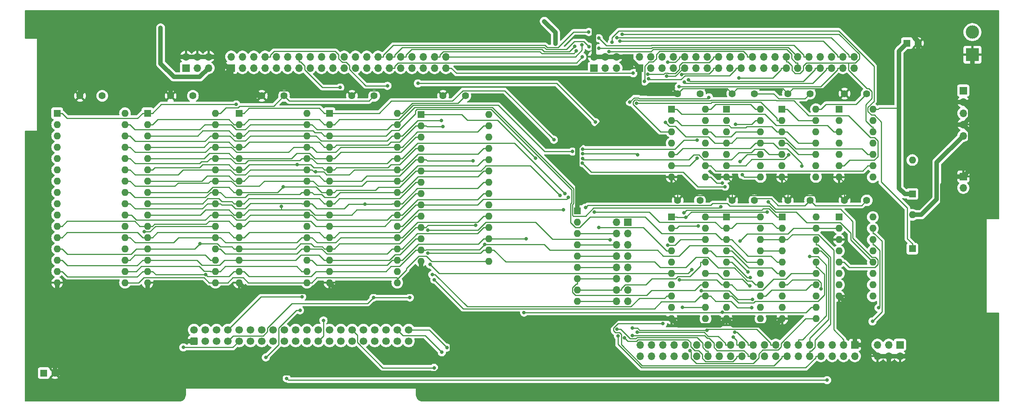
<source format=gbr>
%TF.GenerationSoftware,KiCad,Pcbnew,8.0.2*%
%TF.CreationDate,2024-06-15T19:56:31+02:00*%
%TF.ProjectId,p2000t-multifunctiebord,70323030-3074-42d6-9d75-6c746966756e,P2000T Multifunctiebord*%
%TF.SameCoordinates,Original*%
%TF.FileFunction,Copper,L1,Top*%
%TF.FilePolarity,Positive*%
%FSLAX46Y46*%
G04 Gerber Fmt 4.6, Leading zero omitted, Abs format (unit mm)*
G04 Created by KiCad (PCBNEW 8.0.2) date 2024-06-15 19:56:31*
%MOMM*%
%LPD*%
G01*
G04 APERTURE LIST*
G04 Aperture macros list*
%AMRoundRect*
0 Rectangle with rounded corners*
0 $1 Rounding radius*
0 $2 $3 $4 $5 $6 $7 $8 $9 X,Y pos of 4 corners*
0 Add a 4 corners polygon primitive as box body*
4,1,4,$2,$3,$4,$5,$6,$7,$8,$9,$2,$3,0*
0 Add four circle primitives for the rounded corners*
1,1,$1+$1,$2,$3*
1,1,$1+$1,$4,$5*
1,1,$1+$1,$6,$7*
1,1,$1+$1,$8,$9*
0 Add four rect primitives between the rounded corners*
20,1,$1+$1,$2,$3,$4,$5,0*
20,1,$1+$1,$4,$5,$6,$7,0*
20,1,$1+$1,$6,$7,$8,$9,0*
20,1,$1+$1,$8,$9,$2,$3,0*%
G04 Aperture macros list end*
%TA.AperFunction,ComponentPad*%
%ADD10R,1.600000X1.600000*%
%TD*%
%TA.AperFunction,ComponentPad*%
%ADD11O,1.600000X1.600000*%
%TD*%
%TA.AperFunction,ComponentPad*%
%ADD12C,1.600000*%
%TD*%
%TA.AperFunction,ComponentPad*%
%ADD13R,1.700000X1.700000*%
%TD*%
%TA.AperFunction,ComponentPad*%
%ADD14O,1.700000X1.700000*%
%TD*%
%TA.AperFunction,ComponentPad*%
%ADD15RoundRect,0.250000X0.600000X-0.600000X0.600000X0.600000X-0.600000X0.600000X-0.600000X-0.600000X0*%
%TD*%
%TA.AperFunction,ComponentPad*%
%ADD16C,1.700000*%
%TD*%
%TA.AperFunction,ComponentPad*%
%ADD17R,3.000000X3.000000*%
%TD*%
%TA.AperFunction,ComponentPad*%
%ADD18C,3.000000*%
%TD*%
%TA.AperFunction,ViaPad*%
%ADD19C,0.800000*%
%TD*%
%TA.AperFunction,Conductor*%
%ADD20C,0.250000*%
%TD*%
%TA.AperFunction,Conductor*%
%ADD21C,1.000000*%
%TD*%
G04 APERTURE END LIST*
D10*
%TO.P,U11,1,A18*%
%TO.N,S5*%
X108458000Y-73152000D03*
D11*
%TO.P,U11,2,A16*%
%TO.N,S3*%
X108458000Y-75692000D03*
%TO.P,U11,3,A14*%
%TO.N,S1*%
X108458000Y-78232000D03*
%TO.P,U11,4,A12*%
%TO.N,A12*%
X108458000Y-80772000D03*
%TO.P,U11,5,A7*%
%TO.N,A7*%
X108458000Y-83312000D03*
%TO.P,U11,6,A6*%
%TO.N,A6*%
X108458000Y-85852000D03*
%TO.P,U11,7,A5*%
%TO.N,A5*%
X108458000Y-88392000D03*
%TO.P,U11,8,A4*%
%TO.N,A4*%
X108458000Y-90932000D03*
%TO.P,U11,9,A3*%
%TO.N,A3*%
X108458000Y-93472000D03*
%TO.P,U11,10,A2*%
%TO.N,A2*%
X108458000Y-96012000D03*
%TO.P,U11,11,A1*%
%TO.N,A1*%
X108458000Y-98552000D03*
%TO.P,U11,12,A0*%
%TO.N,A0*%
X108458000Y-101092000D03*
%TO.P,U11,13,DQ0*%
%TO.N,D0*%
X108458000Y-103632000D03*
%TO.P,U11,14,DQ1*%
%TO.N,D1*%
X108458000Y-106172000D03*
%TO.P,U11,15,DQ2*%
%TO.N,D2*%
X108458000Y-108712000D03*
%TO.P,U11,16,VSS*%
%TO.N,GND*%
X108458000Y-111252000D03*
%TO.P,U11,17,DQ3*%
%TO.N,D3*%
X123698000Y-111252000D03*
%TO.P,U11,18,DQ4*%
%TO.N,D4*%
X123698000Y-108712000D03*
%TO.P,U11,19,DQ5*%
%TO.N,D5*%
X123698000Y-106172000D03*
%TO.P,U11,20,DQ6*%
%TO.N,D6*%
X123698000Y-103632000D03*
%TO.P,U11,21,DQ7*%
%TO.N,D7*%
X123698000Y-101092000D03*
%TO.P,U11,22,CE#*%
%TO.N,~{CS4}*%
X123698000Y-98552000D03*
%TO.P,U11,23,A10*%
%TO.N,A10*%
X123698000Y-96012000D03*
%TO.P,U11,24,OE#*%
%TO.N,~{RD}*%
X123698000Y-93472000D03*
%TO.P,U11,25,A11*%
%TO.N,A11*%
X123698000Y-90932000D03*
%TO.P,U11,26,A9*%
%TO.N,A9*%
X123698000Y-88392000D03*
%TO.P,U11,27,A8*%
%TO.N,A8*%
X123698000Y-85852000D03*
%TO.P,U11,28,A13*%
%TO.N,S0*%
X123698000Y-83312000D03*
%TO.P,U11,29,WE#*%
%TO.N,~{WR}*%
X123698000Y-80772000D03*
%TO.P,U11,30,A17*%
%TO.N,S4*%
X123698000Y-78232000D03*
%TO.P,U11,31,A15*%
%TO.N,S2*%
X123698000Y-75692000D03*
%TO.P,U11,32,VCC*%
%TO.N,+5V*%
X123698000Y-73152000D03*
%TD*%
D10*
%TO.P,U10,1,A18*%
%TO.N,S5*%
X88138000Y-73152000D03*
D11*
%TO.P,U10,2,A16*%
%TO.N,S3*%
X88138000Y-75692000D03*
%TO.P,U10,3,A14*%
%TO.N,S1*%
X88138000Y-78232000D03*
%TO.P,U10,4,A12*%
%TO.N,A12*%
X88138000Y-80772000D03*
%TO.P,U10,5,A7*%
%TO.N,A7*%
X88138000Y-83312000D03*
%TO.P,U10,6,A6*%
%TO.N,A6*%
X88138000Y-85852000D03*
%TO.P,U10,7,A5*%
%TO.N,A5*%
X88138000Y-88392000D03*
%TO.P,U10,8,A4*%
%TO.N,A4*%
X88138000Y-90932000D03*
%TO.P,U10,9,A3*%
%TO.N,A3*%
X88138000Y-93472000D03*
%TO.P,U10,10,A2*%
%TO.N,A2*%
X88138000Y-96012000D03*
%TO.P,U10,11,A1*%
%TO.N,A1*%
X88138000Y-98552000D03*
%TO.P,U10,12,A0*%
%TO.N,A0*%
X88138000Y-101092000D03*
%TO.P,U10,13,DQ0*%
%TO.N,D0*%
X88138000Y-103632000D03*
%TO.P,U10,14,DQ1*%
%TO.N,D1*%
X88138000Y-106172000D03*
%TO.P,U10,15,DQ2*%
%TO.N,D2*%
X88138000Y-108712000D03*
%TO.P,U10,16,VSS*%
%TO.N,GND*%
X88138000Y-111252000D03*
%TO.P,U10,17,DQ3*%
%TO.N,D3*%
X103378000Y-111252000D03*
%TO.P,U10,18,DQ4*%
%TO.N,D4*%
X103378000Y-108712000D03*
%TO.P,U10,19,DQ5*%
%TO.N,D5*%
X103378000Y-106172000D03*
%TO.P,U10,20,DQ6*%
%TO.N,D6*%
X103378000Y-103632000D03*
%TO.P,U10,21,DQ7*%
%TO.N,D7*%
X103378000Y-101092000D03*
%TO.P,U10,22,CE#*%
%TO.N,~{CS3}*%
X103378000Y-98552000D03*
%TO.P,U10,23,A10*%
%TO.N,A10*%
X103378000Y-96012000D03*
%TO.P,U10,24,OE#*%
%TO.N,~{RD}*%
X103378000Y-93472000D03*
%TO.P,U10,25,A11*%
%TO.N,A11*%
X103378000Y-90932000D03*
%TO.P,U10,26,A9*%
%TO.N,A9*%
X103378000Y-88392000D03*
%TO.P,U10,27,A8*%
%TO.N,A8*%
X103378000Y-85852000D03*
%TO.P,U10,28,A13*%
%TO.N,S0*%
X103378000Y-83312000D03*
%TO.P,U10,29,WE#*%
%TO.N,~{WR}*%
X103378000Y-80772000D03*
%TO.P,U10,30,A17*%
%TO.N,S4*%
X103378000Y-78232000D03*
%TO.P,U10,31,A15*%
%TO.N,S2*%
X103378000Y-75692000D03*
%TO.P,U10,32,VCC*%
%TO.N,+5V*%
X103378000Y-73152000D03*
%TD*%
D10*
%TO.P,U9,1,A18*%
%TO.N,S5*%
X67569000Y-73152000D03*
D11*
%TO.P,U9,2,A16*%
%TO.N,S3*%
X67569000Y-75692000D03*
%TO.P,U9,3,A14*%
%TO.N,S1*%
X67569000Y-78232000D03*
%TO.P,U9,4,A12*%
%TO.N,A12*%
X67569000Y-80772000D03*
%TO.P,U9,5,A7*%
%TO.N,A7*%
X67569000Y-83312000D03*
%TO.P,U9,6,A6*%
%TO.N,A6*%
X67569000Y-85852000D03*
%TO.P,U9,7,A5*%
%TO.N,A5*%
X67569000Y-88392000D03*
%TO.P,U9,8,A4*%
%TO.N,A4*%
X67569000Y-90932000D03*
%TO.P,U9,9,A3*%
%TO.N,A3*%
X67569000Y-93472000D03*
%TO.P,U9,10,A2*%
%TO.N,A2*%
X67569000Y-96012000D03*
%TO.P,U9,11,A1*%
%TO.N,A1*%
X67569000Y-98552000D03*
%TO.P,U9,12,A0*%
%TO.N,A0*%
X67569000Y-101092000D03*
%TO.P,U9,13,DQ0*%
%TO.N,D0*%
X67569000Y-103632000D03*
%TO.P,U9,14,DQ1*%
%TO.N,D1*%
X67569000Y-106172000D03*
%TO.P,U9,15,DQ2*%
%TO.N,D2*%
X67569000Y-108712000D03*
%TO.P,U9,16,VSS*%
%TO.N,GND*%
X67569000Y-111252000D03*
%TO.P,U9,17,DQ3*%
%TO.N,D3*%
X82809000Y-111252000D03*
%TO.P,U9,18,DQ4*%
%TO.N,D4*%
X82809000Y-108712000D03*
%TO.P,U9,19,DQ5*%
%TO.N,D5*%
X82809000Y-106172000D03*
%TO.P,U9,20,DQ6*%
%TO.N,D6*%
X82809000Y-103632000D03*
%TO.P,U9,21,DQ7*%
%TO.N,D7*%
X82809000Y-101092000D03*
%TO.P,U9,22,CE#*%
%TO.N,~{CS2}*%
X82809000Y-98552000D03*
%TO.P,U9,23,A10*%
%TO.N,A10*%
X82809000Y-96012000D03*
%TO.P,U9,24,OE#*%
%TO.N,~{RD}*%
X82809000Y-93472000D03*
%TO.P,U9,25,A11*%
%TO.N,A11*%
X82809000Y-90932000D03*
%TO.P,U9,26,A9*%
%TO.N,A9*%
X82809000Y-88392000D03*
%TO.P,U9,27,A8*%
%TO.N,A8*%
X82809000Y-85852000D03*
%TO.P,U9,28,A13*%
%TO.N,S0*%
X82809000Y-83312000D03*
%TO.P,U9,29,WE#*%
%TO.N,~{WR}*%
X82809000Y-80772000D03*
%TO.P,U9,30,A17*%
%TO.N,S4*%
X82809000Y-78232000D03*
%TO.P,U9,31,A15*%
%TO.N,S2*%
X82809000Y-75692000D03*
%TO.P,U9,32,VCC*%
%TO.N,+5V*%
X82809000Y-73152000D03*
%TD*%
D10*
%TO.P,U4,1,A14*%
%TO.N,RAMS0*%
X129032000Y-73406000D03*
D11*
%TO.P,U4,2,A12*%
%TO.N,A12*%
X129032000Y-75946000D03*
%TO.P,U4,3,A7*%
%TO.N,A7*%
X129032000Y-78486000D03*
%TO.P,U4,4,A6*%
%TO.N,A6*%
X129032000Y-81026000D03*
%TO.P,U4,5,A5*%
%TO.N,A5*%
X129032000Y-83566000D03*
%TO.P,U4,6,A4*%
%TO.N,A4*%
X129032000Y-86106000D03*
%TO.P,U4,7,A3*%
%TO.N,A3*%
X129032000Y-88646000D03*
%TO.P,U4,8,A2*%
%TO.N,A2*%
X129032000Y-91186000D03*
%TO.P,U4,9,A1*%
%TO.N,A1*%
X129032000Y-93726000D03*
%TO.P,U4,10,A0*%
%TO.N,A0*%
X129032000Y-96266000D03*
%TO.P,U4,11,Q0*%
%TO.N,D0*%
X129032000Y-98806000D03*
%TO.P,U4,12,Q1*%
%TO.N,D1*%
X129032000Y-101346000D03*
%TO.P,U4,13,Q2*%
%TO.N,D2*%
X129032000Y-103886000D03*
%TO.P,U4,14,GND*%
%TO.N,GND*%
X129032000Y-106426000D03*
%TO.P,U4,15,Q3*%
%TO.N,D3*%
X144272000Y-106426000D03*
%TO.P,U4,16,Q4*%
%TO.N,D4*%
X144272000Y-103886000D03*
%TO.P,U4,17,Q5*%
%TO.N,D5*%
X144272000Y-101346000D03*
%TO.P,U4,18,Q6*%
%TO.N,D6*%
X144272000Y-98806000D03*
%TO.P,U4,19,Q7*%
%TO.N,D7*%
X144272000Y-96266000D03*
%TO.P,U4,20,~{CS}*%
%TO.N,~{CS5}*%
X144272000Y-93726000D03*
%TO.P,U4,21,A10*%
%TO.N,A10*%
X144272000Y-91186000D03*
%TO.P,U4,22,~{OE}*%
%TO.N,~{RD}*%
X144272000Y-88646000D03*
%TO.P,U4,23,A11*%
%TO.N,A11*%
X144272000Y-86106000D03*
%TO.P,U4,24,A9*%
%TO.N,A9*%
X144272000Y-83566000D03*
%TO.P,U4,25,A8*%
%TO.N,A8*%
X144272000Y-81026000D03*
%TO.P,U4,26,A13*%
%TO.N,A13*%
X144272000Y-78486000D03*
%TO.P,U4,27,~{WE}*%
%TO.N,~{WR}*%
X144272000Y-75946000D03*
%TO.P,U4,28,VCC*%
%TO.N,+5V*%
X144272000Y-73406000D03*
%TD*%
D10*
%TO.P,U2,1,A18*%
%TO.N,S5*%
X47244000Y-73152000D03*
D11*
%TO.P,U2,2,A16*%
%TO.N,S3*%
X47244000Y-75692000D03*
%TO.P,U2,3,A14*%
%TO.N,S1*%
X47244000Y-78232000D03*
%TO.P,U2,4,A12*%
%TO.N,A12*%
X47244000Y-80772000D03*
%TO.P,U2,5,A7*%
%TO.N,A7*%
X47244000Y-83312000D03*
%TO.P,U2,6,A6*%
%TO.N,A6*%
X47244000Y-85852000D03*
%TO.P,U2,7,A5*%
%TO.N,A5*%
X47244000Y-88392000D03*
%TO.P,U2,8,A4*%
%TO.N,A4*%
X47244000Y-90932000D03*
%TO.P,U2,9,A3*%
%TO.N,A3*%
X47244000Y-93472000D03*
%TO.P,U2,10,A2*%
%TO.N,A2*%
X47244000Y-96012000D03*
%TO.P,U2,11,A1*%
%TO.N,A1*%
X47244000Y-98552000D03*
%TO.P,U2,12,A0*%
%TO.N,A0*%
X47244000Y-101092000D03*
%TO.P,U2,13,DQ0*%
%TO.N,D0*%
X47244000Y-103632000D03*
%TO.P,U2,14,DQ1*%
%TO.N,D1*%
X47244000Y-106172000D03*
%TO.P,U2,15,DQ2*%
%TO.N,D2*%
X47244000Y-108712000D03*
%TO.P,U2,16,VSS*%
%TO.N,GND*%
X47244000Y-111252000D03*
%TO.P,U2,17,DQ3*%
%TO.N,D3*%
X62484000Y-111252000D03*
%TO.P,U2,18,DQ4*%
%TO.N,D4*%
X62484000Y-108712000D03*
%TO.P,U2,19,DQ5*%
%TO.N,D5*%
X62484000Y-106172000D03*
%TO.P,U2,20,DQ6*%
%TO.N,D6*%
X62484000Y-103632000D03*
%TO.P,U2,21,DQ7*%
%TO.N,D7*%
X62484000Y-101092000D03*
%TO.P,U2,22,CE#*%
%TO.N,~{CS1}*%
X62484000Y-98552000D03*
%TO.P,U2,23,A10*%
%TO.N,A10*%
X62484000Y-96012000D03*
%TO.P,U2,24,OE#*%
%TO.N,~{RD}*%
X62484000Y-93472000D03*
%TO.P,U2,25,A11*%
%TO.N,A11*%
X62484000Y-90932000D03*
%TO.P,U2,26,A9*%
%TO.N,A9*%
X62484000Y-88392000D03*
%TO.P,U2,27,A8*%
%TO.N,A8*%
X62484000Y-85852000D03*
%TO.P,U2,28,A13*%
%TO.N,S0*%
X62484000Y-83312000D03*
%TO.P,U2,29,WE#*%
%TO.N,~{WR}*%
X62484000Y-80772000D03*
%TO.P,U2,30,A17*%
%TO.N,S4*%
X62484000Y-78232000D03*
%TO.P,U2,31,A15*%
%TO.N,S2*%
X62484000Y-75692000D03*
%TO.P,U2,32,VCC*%
%TO.N,+5V*%
X62484000Y-73152000D03*
%TD*%
D12*
%TO.P,C9,1*%
%TO.N,+5V*%
X118500000Y-69250000D03*
%TO.P,C9,2*%
%TO.N,GND*%
X113500000Y-69250000D03*
%TD*%
D10*
%TO.P,U8,1,A->B*%
%TO.N,+5V*%
X197750000Y-96500000D03*
D11*
%TO.P,U8,2,A0*%
%TO.N,S0*%
X197750000Y-99040000D03*
%TO.P,U8,3,A1*%
%TO.N,S1*%
X197750000Y-101580000D03*
%TO.P,U8,4,A2*%
%TO.N,S2*%
X197750000Y-104120000D03*
%TO.P,U8,5,A3*%
%TO.N,S3*%
X197750000Y-106660000D03*
%TO.P,U8,6,A4*%
%TO.N,S4*%
X197750000Y-109200000D03*
%TO.P,U8,7,A5*%
%TO.N,S5*%
X197750000Y-111740000D03*
%TO.P,U8,8,A6*%
%TO.N,S6*%
X197750000Y-114280000D03*
%TO.P,U8,9,A7*%
%TO.N,S7*%
X197750000Y-116820000D03*
%TO.P,U8,10,GND*%
%TO.N,GND*%
X197750000Y-119360000D03*
%TO.P,U8,11,B7*%
%TO.N,D7*%
X205370000Y-119360000D03*
%TO.P,U8,12,B6*%
%TO.N,D6*%
X205370000Y-116820000D03*
%TO.P,U8,13,B5*%
%TO.N,D5*%
X205370000Y-114280000D03*
%TO.P,U8,14,B4*%
%TO.N,D4*%
X205370000Y-111740000D03*
%TO.P,U8,15,B3*%
%TO.N,D3*%
X205370000Y-109200000D03*
%TO.P,U8,16,B2*%
%TO.N,D2*%
X205370000Y-106660000D03*
%TO.P,U8,17,B1*%
%TO.N,D1*%
X205370000Y-104120000D03*
%TO.P,U8,18,B0*%
%TO.N,D0*%
X205370000Y-101580000D03*
%TO.P,U8,19,CE*%
%TO.N,Net-(U8-CE)*%
X205370000Y-99040000D03*
%TO.P,U8,20,VCC*%
%TO.N,+5V*%
X205370000Y-96500000D03*
%TD*%
D12*
%TO.P,C1,1*%
%TO.N,+5V*%
X139000000Y-69250000D03*
%TO.P,C1,2*%
%TO.N,GND*%
X134000000Y-69250000D03*
%TD*%
%TO.P,C14,1*%
%TO.N,+5V*%
X229250000Y-92750000D03*
%TO.P,C14,2*%
%TO.N,GND*%
X224250000Y-92750000D03*
%TD*%
D10*
%TO.P,C16,1*%
%TO.N,+5V*%
X44236000Y-131572000D03*
D12*
%TO.P,C16,2*%
%TO.N,GND*%
X46736000Y-131572000D03*
%TD*%
%TO.P,C17,1*%
%TO.N,+5V*%
X216500000Y-68750000D03*
%TO.P,C17,2*%
%TO.N,GND*%
X211500000Y-68750000D03*
%TD*%
D13*
%TO.P,J8,1,Pin_1*%
%TO.N,+5V*%
X167894000Y-62992000D03*
D14*
%TO.P,J8,2,Pin_2*%
%TO.N,GND*%
X167894000Y-60452000D03*
%TO.P,J8,3,Pin_3*%
%TO.N,+12V*%
X170434000Y-62992000D03*
%TO.P,J8,4,Pin_4*%
%TO.N,GND*%
X170434000Y-60452000D03*
%TO.P,J8,5,Pin_5*%
%TO.N,-22V*%
X172974000Y-62992000D03*
%TO.P,J8,6,Pin_6*%
%TO.N,GND*%
X172974000Y-60452000D03*
%TD*%
D12*
%TO.P,C11,1*%
%TO.N,+5V*%
X191750000Y-68750000D03*
%TO.P,C11,2*%
%TO.N,GND*%
X186750000Y-68750000D03*
%TD*%
%TO.P,C13,1*%
%TO.N,+5V*%
X216500000Y-92750000D03*
%TO.P,C13,2*%
%TO.N,GND*%
X211500000Y-92750000D03*
%TD*%
%TO.P,C2,1*%
%TO.N,+5V*%
X204000000Y-68750000D03*
%TO.P,C2,2*%
%TO.N,GND*%
X199000000Y-68750000D03*
%TD*%
D10*
%TO.P,D1,1,K*%
%TO.N,+5V*%
X239500000Y-91310000D03*
D11*
%TO.P,D1,2,A*%
%TO.N,VCC*%
X239500000Y-83690000D03*
%TD*%
D12*
%TO.P,C5,1*%
%TO.N,+5V*%
X77750000Y-69250000D03*
%TO.P,C5,2*%
%TO.N,GND*%
X72750000Y-69250000D03*
%TD*%
D10*
%TO.P,RN1,1,common*%
%TO.N,GND*%
X164210000Y-95140000D03*
D11*
%TO.P,RN1,2,R1*%
%TO.N,unconnected-(RN1-R1-Pad2)*%
X164210000Y-97680000D03*
%TO.P,RN1,3,R2*%
%TO.N,Net-(J12-Pin_4)*%
X164210000Y-100220000D03*
%TO.P,RN1,4,R3*%
%TO.N,Net-(J12-Pin_6)*%
X164210000Y-102760000D03*
%TO.P,RN1,5,R4*%
%TO.N,Net-(J12-Pin_8)*%
X164210000Y-105300000D03*
%TO.P,RN1,6,R5*%
%TO.N,Net-(J12-Pin_10)*%
X164210000Y-107840000D03*
%TO.P,RN1,7,R6*%
%TO.N,Net-(J12-Pin_12)*%
X164210000Y-110380000D03*
%TO.P,RN1,8,R7*%
%TO.N,Net-(J12-Pin_14)*%
X164210000Y-112920000D03*
%TO.P,RN1,9,R8*%
%TO.N,Net-(J12-Pin_16)*%
X164210000Y-115460000D03*
%TD*%
D10*
%TO.P,U15,1*%
%TO.N,Net-(U15-Pad1)*%
X223000000Y-72300000D03*
D11*
%TO.P,U15,2*%
%TO.N,~{WR}*%
X223000000Y-74840000D03*
%TO.P,U15,3*%
%TO.N,Net-(U1-Pad1)*%
X223000000Y-77380000D03*
%TO.P,U15,4*%
%TO.N,Net-(U15-Pad4)*%
X223000000Y-79920000D03*
%TO.P,U15,5*%
%TO.N,~{WR}*%
X223000000Y-82460000D03*
%TO.P,U15,6*%
%TO.N,Net-(U1-Pad3)*%
X223000000Y-85000000D03*
%TO.P,U15,7,GND*%
%TO.N,GND*%
X223000000Y-87540000D03*
%TO.P,U15,8*%
%TO.N,Net-(U15-Pad4)*%
X230620000Y-87540000D03*
%TO.P,U15,9*%
%TO.N,~{P=R}*%
X230620000Y-85000000D03*
%TO.P,U15,10*%
%TO.N,A0*%
X230620000Y-82460000D03*
%TO.P,U15,11*%
%TO.N,Net-(U8-CE)*%
X230620000Y-79920000D03*
%TO.P,U15,12*%
%TO.N,~{RD}*%
X230620000Y-77380000D03*
%TO.P,U15,13*%
%TO.N,~{P=R}*%
X230620000Y-74840000D03*
%TO.P,U15,14,VCC*%
%TO.N,+5V*%
X230620000Y-72300000D03*
%TD*%
D12*
%TO.P,C12,1*%
%TO.N,+5V*%
X191750000Y-92750000D03*
%TO.P,C12,2*%
%TO.N,GND*%
X186750000Y-92750000D03*
%TD*%
D10*
%TO.P,D2,1,K*%
%TO.N,+12V*%
X239500000Y-103620000D03*
D11*
%TO.P,D2,2,A*%
%TO.N,V12*%
X239500000Y-96000000D03*
%TD*%
D10*
%TO.P,U13,1,~{R}*%
%TO.N,~{RES}*%
X210200000Y-72260000D03*
D11*
%TO.P,U13,2,D*%
%TO.N,D0*%
X210200000Y-74800000D03*
%TO.P,U13,3,C*%
%TO.N,Net-(U13A-C)*%
X210200000Y-77340000D03*
%TO.P,U13,4,~{S}*%
%TO.N,+5V*%
X210200000Y-79880000D03*
%TO.P,U13,5,Q*%
%TO.N,RAMS0*%
X210200000Y-82420000D03*
%TO.P,U13,6,~{Q}*%
%TO.N,unconnected-(U13A-~{Q}-Pad6)*%
X210200000Y-84960000D03*
%TO.P,U13,7,GND*%
%TO.N,GND*%
X210200000Y-87500000D03*
%TO.P,U13,8,~{Q}*%
%TO.N,unconnected-(U13B-~{Q}-Pad8)*%
X217820000Y-87500000D03*
%TO.P,U13,9,Q*%
%TO.N,unconnected-(U13B-Q-Pad9)*%
X217820000Y-84960000D03*
%TO.P,U13,10,~{S}*%
%TO.N,+5V*%
X217820000Y-82420000D03*
%TO.P,U13,11,C*%
%TO.N,Net-(U13A-C)*%
X217820000Y-79880000D03*
%TO.P,U13,12,D*%
%TO.N,D1*%
X217820000Y-77340000D03*
%TO.P,U13,13,~{R}*%
%TO.N,~{RES}*%
X217820000Y-74800000D03*
%TO.P,U13,14,VCC*%
%TO.N,+5V*%
X217820000Y-72260000D03*
%TD*%
D12*
%TO.P,C6,1*%
%TO.N,+5V*%
X57379800Y-69250000D03*
%TO.P,C6,2*%
%TO.N,GND*%
X52379800Y-69250000D03*
%TD*%
D13*
%TO.P,J5,1,Pin_1*%
%TO.N,GND*%
X178125000Y-62992000D03*
D14*
%TO.P,J5,2,Pin_2*%
%TO.N,D*%
X178125000Y-60452000D03*
%TO.P,J5,3,Pin_3*%
%TO.N,D0*%
X180665000Y-62992000D03*
%TO.P,J5,4,Pin_4*%
%TO.N,D1*%
X180665000Y-60452000D03*
%TO.P,J5,5,Pin_5*%
%TO.N,D2*%
X183205000Y-62992000D03*
%TO.P,J5,6,Pin_6*%
%TO.N,D3*%
X183205000Y-60452000D03*
%TO.P,J5,7,Pin_7*%
%TO.N,D4*%
X185745000Y-62992000D03*
%TO.P,J5,8,Pin_8*%
%TO.N,D5*%
X185745000Y-60452000D03*
%TO.P,J5,9,Pin_9*%
%TO.N,D6*%
X188285000Y-62992000D03*
%TO.P,J5,10,Pin_10*%
%TO.N,D7*%
X188285000Y-60452000D03*
%TO.P,J5,11,Pin_11*%
%TO.N,A0*%
X190825000Y-62992000D03*
%TO.P,J5,12,Pin_12*%
%TO.N,A1*%
X190825000Y-60452000D03*
%TO.P,J5,13,Pin_13*%
%TO.N,A2*%
X193365000Y-62992000D03*
%TO.P,J5,14,Pin_14*%
%TO.N,A3*%
X193365000Y-60452000D03*
%TO.P,J5,15,Pin_15*%
%TO.N,A4*%
X195905000Y-62992000D03*
%TO.P,J5,16,Pin_16*%
%TO.N,A5*%
X195905000Y-60452000D03*
%TO.P,J5,17,Pin_17*%
%TO.N,A6*%
X198445000Y-62992000D03*
%TO.P,J5,18,Pin_18*%
%TO.N,A7*%
X198445000Y-60452000D03*
%TO.P,J5,19,Pin_19*%
%TO.N,A8*%
X200985000Y-62992000D03*
%TO.P,J5,20,Pin_20*%
%TO.N,A9*%
X200985000Y-60452000D03*
%TO.P,J5,21,Pin_21*%
%TO.N,A10*%
X203525000Y-62992000D03*
%TO.P,J5,22,Pin_22*%
%TO.N,A11*%
X203525000Y-60452000D03*
%TO.P,J5,23,Pin_23*%
%TO.N,A12*%
X206065000Y-62992000D03*
%TO.P,J5,24,Pin_24*%
%TO.N,A13*%
X206065000Y-60452000D03*
%TO.P,J5,25,Pin_25*%
%TO.N,A14*%
X208605000Y-62992000D03*
%TO.P,J5,26,Pin_26*%
%TO.N,RAMS2*%
X208605000Y-60452000D03*
%TO.P,J5,27,Pin_27*%
%TO.N,~{MRQ}*%
X211145000Y-62992000D03*
%TO.P,J5,28,Pin_28*%
%TO.N,~{RD}*%
X211145000Y-60452000D03*
%TO.P,J5,29,Pin_29*%
%TO.N,~{INT}*%
X213685000Y-62992000D03*
%TO.P,J5,30,Pin_30*%
%TO.N,~{WR}*%
X213685000Y-60452000D03*
%TO.P,J5,31,Pin_31*%
%TO.N,~{IORQ}*%
X216225000Y-62992000D03*
%TO.P,J5,32,Pin_32*%
%TO.N,~{WAIT}*%
X216225000Y-60452000D03*
%TO.P,J5,33,Pin_33*%
%TO.N,~{M1}*%
X218765000Y-62992000D03*
%TO.P,J5,34,Pin_34*%
%TO.N,~{RES}*%
X218765000Y-60452000D03*
%TO.P,J5,35,Pin_35*%
%TO.N,~{LOCK}*%
X221305000Y-62992000D03*
%TO.P,J5,36,Pin_36*%
%TO.N,~{RFSH}*%
X221305000Y-60452000D03*
%TO.P,J5,37,Pin_37*%
%TO.N,~{DEW{slash}R2425}*%
X223845000Y-62992000D03*
%TO.P,J5,38,Pin_38*%
%TO.N,PHI*%
X223845000Y-60452000D03*
%TO.P,J5,39,Pin_39*%
%TO.N,PHI2*%
X226385000Y-62992000D03*
%TO.P,J5,40,Pin_40*%
%TO.N,T4M*%
X226385000Y-60452000D03*
%TD*%
D12*
%TO.P,C15,1*%
%TO.N,+5V*%
X229250000Y-68750000D03*
%TO.P,C15,2*%
%TO.N,GND*%
X224250000Y-68750000D03*
%TD*%
D13*
%TO.P,J6,1,Pin_1*%
%TO.N,GND*%
X226568000Y-125222000D03*
D14*
%TO.P,J6,2,Pin_2*%
%TO.N,D*%
X226568000Y-127762000D03*
%TO.P,J6,3,Pin_3*%
%TO.N,D0*%
X224028000Y-125222000D03*
%TO.P,J6,4,Pin_4*%
%TO.N,D1*%
X224028000Y-127762000D03*
%TO.P,J6,5,Pin_5*%
%TO.N,D2*%
X221488000Y-125222000D03*
%TO.P,J6,6,Pin_6*%
%TO.N,D3*%
X221488000Y-127762000D03*
%TO.P,J6,7,Pin_7*%
%TO.N,D4*%
X218948000Y-125222000D03*
%TO.P,J6,8,Pin_8*%
%TO.N,D5*%
X218948000Y-127762000D03*
%TO.P,J6,9,Pin_9*%
%TO.N,D6*%
X216408000Y-125222000D03*
%TO.P,J6,10,Pin_10*%
%TO.N,D7*%
X216408000Y-127762000D03*
%TO.P,J6,11,Pin_11*%
%TO.N,A0*%
X213868000Y-125222000D03*
%TO.P,J6,12,Pin_12*%
%TO.N,A1*%
X213868000Y-127762000D03*
%TO.P,J6,13,Pin_13*%
%TO.N,A2*%
X211328000Y-125222000D03*
%TO.P,J6,14,Pin_14*%
%TO.N,A3*%
X211328000Y-127762000D03*
%TO.P,J6,15,Pin_15*%
%TO.N,A4*%
X208788000Y-125222000D03*
%TO.P,J6,16,Pin_16*%
%TO.N,A5*%
X208788000Y-127762000D03*
%TO.P,J6,17,Pin_17*%
%TO.N,A6*%
X206248000Y-125222000D03*
%TO.P,J6,18,Pin_18*%
%TO.N,A7*%
X206248000Y-127762000D03*
%TO.P,J6,19,Pin_19*%
%TO.N,A8*%
X203708000Y-125222000D03*
%TO.P,J6,20,Pin_20*%
%TO.N,A9*%
X203708000Y-127762000D03*
%TO.P,J6,21,Pin_21*%
%TO.N,A10*%
X201168000Y-125222000D03*
%TO.P,J6,22,Pin_22*%
%TO.N,A11*%
X201168000Y-127762000D03*
%TO.P,J6,23,Pin_23*%
%TO.N,A12*%
X198628000Y-125222000D03*
%TO.P,J6,24,Pin_24*%
%TO.N,A13*%
X198628000Y-127762000D03*
%TO.P,J6,25,Pin_25*%
%TO.N,A14*%
X196088000Y-125222000D03*
%TO.P,J6,26,Pin_26*%
%TO.N,RAMS2*%
X196088000Y-127762000D03*
%TO.P,J6,27,Pin_27*%
%TO.N,~{MRQ}*%
X193548000Y-125222000D03*
%TO.P,J6,28,Pin_28*%
%TO.N,~{RD}*%
X193548000Y-127762000D03*
%TO.P,J6,29,Pin_29*%
%TO.N,~{INT}*%
X191008000Y-125222000D03*
%TO.P,J6,30,Pin_30*%
%TO.N,~{WR}*%
X191008000Y-127762000D03*
%TO.P,J6,31,Pin_31*%
%TO.N,~{IORQ}*%
X188468000Y-125222000D03*
%TO.P,J6,32,Pin_32*%
%TO.N,~{WAIT}*%
X188468000Y-127762000D03*
%TO.P,J6,33,Pin_33*%
%TO.N,~{M1}*%
X185928000Y-125222000D03*
%TO.P,J6,34,Pin_34*%
%TO.N,~{RES}*%
X185928000Y-127762000D03*
%TO.P,J6,35,Pin_35*%
%TO.N,~{LOCK}*%
X183388000Y-125222000D03*
%TO.P,J6,36,Pin_36*%
%TO.N,~{RFSH}*%
X183388000Y-127762000D03*
%TO.P,J6,37,Pin_37*%
%TO.N,~{DEW{slash}R2425}*%
X180848000Y-125222000D03*
%TO.P,J6,38,Pin_38*%
%TO.N,PHI*%
X180848000Y-127762000D03*
%TO.P,J6,39,Pin_39*%
%TO.N,PHI2*%
X178308000Y-125222000D03*
%TO.P,J6,40,Pin_40*%
%TO.N,T4M*%
X178308000Y-127762000D03*
%TD*%
D12*
%TO.P,C7,1*%
%TO.N,+5V*%
X98250000Y-69250000D03*
%TO.P,C7,2*%
%TO.N,GND*%
X93250000Y-69250000D03*
%TD*%
D13*
%TO.P,J9,1,Pin_1*%
%TO.N,VCC*%
X250952000Y-68072000D03*
D14*
%TO.P,J9,2,Pin_2*%
%TO.N,GND*%
X250952000Y-70612000D03*
%TO.P,J9,3,Pin_3*%
%TO.N,-22V*%
X250952000Y-73152000D03*
%TO.P,J9,4,Pin_4*%
%TO.N,GND*%
X250952000Y-75692000D03*
%TO.P,J9,5,Pin_5*%
%TO.N,V12*%
X250952000Y-78232000D03*
%TD*%
D10*
%TO.P,C3,1*%
%TO.N,+5V*%
X238292000Y-57404000D03*
D12*
%TO.P,C3,2*%
%TO.N,GND*%
X240792000Y-57404000D03*
%TD*%
D13*
%TO.P,J11,1,Pin_1*%
%TO.N,+5V*%
X76200000Y-62992000D03*
D14*
%TO.P,J11,2,Pin_2*%
%TO.N,GND*%
X76200000Y-60452000D03*
%TO.P,J11,3,Pin_3*%
%TO.N,+12V*%
X78740000Y-62992000D03*
%TO.P,J11,4,Pin_4*%
%TO.N,GND*%
X78740000Y-60452000D03*
%TO.P,J11,5,Pin_5*%
%TO.N,-22V*%
X81280000Y-62992000D03*
%TO.P,J11,6,Pin_6*%
%TO.N,GND*%
X81280000Y-60452000D03*
%TD*%
D10*
%TO.P,U3,1*%
%TO.N,Net-(U12-E2)*%
X197750000Y-72260000D03*
D11*
%TO.P,U3,2*%
%TO.N,Net-(U1-Pad6)*%
X197750000Y-74800000D03*
%TO.P,U3,3*%
%TO.N,~{CS5}*%
X197750000Y-77340000D03*
%TO.P,U3,4*%
%TO.N,A0*%
X197750000Y-79880000D03*
%TO.P,U3,5*%
%TO.N,Net-(U1-Pad8)*%
X197750000Y-82420000D03*
%TO.P,U3,6*%
%TO.N,Net-(U15-Pad1)*%
X197750000Y-84960000D03*
%TO.P,U3,7,GND*%
%TO.N,GND*%
X197750000Y-87500000D03*
%TO.P,U3,8*%
%TO.N,Net-(U12-E2)*%
X205370000Y-87500000D03*
%TO.P,U3,9*%
%TO.N,A13*%
X205370000Y-84960000D03*
%TO.P,U3,10*%
%TO.N,A14*%
X205370000Y-82420000D03*
%TO.P,U3,11*%
%TO.N,~{REN}*%
X205370000Y-79880000D03*
%TO.P,U3,12*%
%TO.N,Net-(U1-Pad12)*%
X205370000Y-77340000D03*
%TO.P,U3,13*%
%TO.N,RAMS2*%
X205370000Y-74800000D03*
%TO.P,U3,14,VCC*%
%TO.N,+5V*%
X205370000Y-72260000D03*
%TD*%
D10*
%TO.P,U1,1*%
%TO.N,Net-(U1-Pad1)*%
X185380000Y-72260000D03*
D11*
%TO.P,U1,2*%
%TO.N,Net-(U13A-C)*%
X185380000Y-74800000D03*
%TO.P,U1,3*%
%TO.N,Net-(U1-Pad3)*%
X185380000Y-77340000D03*
%TO.P,U1,4*%
%TO.N,Net-(U16-Cp)*%
X185380000Y-79880000D03*
%TO.P,U1,5*%
%TO.N,~{REN}*%
X185380000Y-82420000D03*
%TO.P,U1,6*%
%TO.N,Net-(U1-Pad6)*%
X185380000Y-84960000D03*
%TO.P,U1,7,GND*%
%TO.N,GND*%
X185380000Y-87500000D03*
%TO.P,U1,8*%
%TO.N,Net-(U1-Pad8)*%
X193000000Y-87500000D03*
%TO.P,U1,9*%
%TO.N,~{P=R}*%
X193000000Y-84960000D03*
%TO.P,U1,10*%
%TO.N,unconnected-(U1-Pad10)*%
X193000000Y-82420000D03*
%TO.P,U1,11*%
%TO.N,GND*%
X193000000Y-79880000D03*
%TO.P,U1,12*%
%TO.N,Net-(U1-Pad12)*%
X193000000Y-77340000D03*
%TO.P,U1,13*%
%TO.N,~{MRQ}*%
X193000000Y-74800000D03*
%TO.P,U1,14,VCC*%
%TO.N,+5V*%
X193000000Y-72260000D03*
%TD*%
D13*
%TO.P,J2,1,Pin_1*%
%TO.N,GND*%
X250952000Y-87376000D03*
D14*
%TO.P,J2,2,Pin_2*%
%TO.N,VCC*%
X250952000Y-89916000D03*
%TD*%
D12*
%TO.P,C10,1*%
%TO.N,+5V*%
X204000000Y-92750000D03*
%TO.P,C10,2*%
%TO.N,GND*%
X199000000Y-92750000D03*
%TD*%
D10*
%TO.P,U12,1,A0*%
%TO.N,S6*%
X223000000Y-96500000D03*
D11*
%TO.P,U12,2,A1*%
%TO.N,S7*%
X223000000Y-99040000D03*
%TO.P,U12,3,A2*%
%TO.N,GND*%
X223000000Y-101580000D03*
%TO.P,U12,4,E1*%
%TO.N,~{REN}*%
X223000000Y-104120000D03*
%TO.P,U12,5,E2*%
%TO.N,Net-(U12-E2)*%
X223000000Y-106660000D03*
%TO.P,U12,6,E3*%
%TO.N,+5V*%
X223000000Y-109200000D03*
%TO.P,U12,7,O7*%
%TO.N,unconnected-(U12-O7-Pad7)*%
X223000000Y-111740000D03*
%TO.P,U12,8,GND*%
%TO.N,GND*%
X223000000Y-114280000D03*
%TO.P,U12,9,O6*%
%TO.N,unconnected-(U12-O6-Pad9)*%
X230620000Y-114280000D03*
%TO.P,U12,10,O5*%
%TO.N,unconnected-(U12-O5-Pad10)*%
X230620000Y-111740000D03*
%TO.P,U12,11,O4*%
%TO.N,unconnected-(U12-O4-Pad11)*%
X230620000Y-109200000D03*
%TO.P,U12,12,O3*%
%TO.N,~{CS4}*%
X230620000Y-106660000D03*
%TO.P,U12,13,O2*%
%TO.N,~{CS3}*%
X230620000Y-104120000D03*
%TO.P,U12,14,O1*%
%TO.N,~{CS2}*%
X230620000Y-101580000D03*
%TO.P,U12,15,O0*%
%TO.N,~{CS1}*%
X230620000Y-99040000D03*
%TO.P,U12,16,VCC*%
%TO.N,+5V*%
X230620000Y-96500000D03*
%TD*%
D13*
%TO.P,J10,1,Pin_1*%
%TO.N,+5V*%
X236728000Y-125222000D03*
D14*
%TO.P,J10,2,Pin_2*%
%TO.N,GND*%
X236728000Y-127762000D03*
%TO.P,J10,3,Pin_3*%
%TO.N,+12V*%
X234188000Y-125222000D03*
%TO.P,J10,4,Pin_4*%
%TO.N,GND*%
X234188000Y-127762000D03*
%TO.P,J10,5,Pin_5*%
%TO.N,-22V*%
X231648000Y-125222000D03*
%TO.P,J10,6,Pin_6*%
%TO.N,GND*%
X231648000Y-127762000D03*
%TD*%
D15*
%TO.P,J1,1,Pin_1*%
%TO.N,GND*%
X78000000Y-124400000D03*
D16*
%TO.P,J1,2,Pin_2*%
%TO.N,D*%
X78000000Y-121860000D03*
%TO.P,J1,3,Pin_3*%
%TO.N,D0*%
X80540000Y-124400000D03*
%TO.P,J1,4,Pin_4*%
%TO.N,D1*%
X80540000Y-121860000D03*
%TO.P,J1,5,Pin_5*%
%TO.N,D2*%
X83080000Y-124400000D03*
%TO.P,J1,6,Pin_6*%
%TO.N,D3*%
X83080000Y-121860000D03*
%TO.P,J1,7,Pin_7*%
%TO.N,D4*%
X85620000Y-124400000D03*
%TO.P,J1,8,Pin_8*%
%TO.N,D5*%
X85620000Y-121860000D03*
%TO.P,J1,9,Pin_9*%
%TO.N,D6*%
X88160000Y-124400000D03*
%TO.P,J1,10,Pin_10*%
%TO.N,D7*%
X88160000Y-121860000D03*
%TO.P,J1,11,Pin_11*%
%TO.N,A0*%
X90700000Y-124400000D03*
%TO.P,J1,12,Pin_12*%
%TO.N,A1*%
X90700000Y-121860000D03*
%TO.P,J1,13,Pin_13*%
%TO.N,A2*%
X93240000Y-124400000D03*
%TO.P,J1,14,Pin_14*%
%TO.N,A3*%
X93240000Y-121860000D03*
%TO.P,J1,15,Pin_15*%
%TO.N,A4*%
X95780000Y-124400000D03*
%TO.P,J1,16,Pin_16*%
%TO.N,A5*%
X95780000Y-121860000D03*
%TO.P,J1,17,Pin_17*%
%TO.N,A6*%
X98320000Y-124400000D03*
%TO.P,J1,18,Pin_18*%
%TO.N,A7*%
X98320000Y-121860000D03*
%TO.P,J1,19,Pin_19*%
%TO.N,A8*%
X100860000Y-124400000D03*
%TO.P,J1,20,Pin_20*%
%TO.N,A9*%
X100860000Y-121860000D03*
%TO.P,J1,21,Pin_21*%
%TO.N,A10*%
X103400000Y-124400000D03*
%TO.P,J1,22,Pin_22*%
%TO.N,A11*%
X103400000Y-121860000D03*
%TO.P,J1,23,Pin_23*%
%TO.N,A12*%
X105940000Y-124400000D03*
%TO.P,J1,24,Pin_24*%
%TO.N,A13*%
X105940000Y-121860000D03*
%TO.P,J1,25,Pin_25*%
%TO.N,A14*%
X108480000Y-124400000D03*
%TO.P,J1,26,Pin_26*%
%TO.N,RAMS2*%
X108480000Y-121860000D03*
%TO.P,J1,27,Pin_27*%
%TO.N,~{MRQ}*%
X111020000Y-124400000D03*
%TO.P,J1,28,Pin_28*%
%TO.N,~{RD}*%
X111020000Y-121860000D03*
%TO.P,J1,29,Pin_29*%
%TO.N,~{INT}*%
X113560000Y-124400000D03*
%TO.P,J1,30,Pin_30*%
%TO.N,~{WR}*%
X113560000Y-121860000D03*
%TO.P,J1,31,Pin_31*%
%TO.N,~{IORQ}*%
X116100000Y-124400000D03*
%TO.P,J1,32,Pin_32*%
%TO.N,~{WAIT}*%
X116100000Y-121860000D03*
%TO.P,J1,33,Pin_33*%
%TO.N,~{M1}*%
X118640000Y-124400000D03*
%TO.P,J1,34,Pin_34*%
%TO.N,~{RES}*%
X118640000Y-121860000D03*
%TO.P,J1,35,Pin_35*%
%TO.N,~{LOCK}*%
X121180000Y-124400000D03*
%TO.P,J1,36,Pin_36*%
%TO.N,~{RFSH}*%
X121180000Y-121860000D03*
%TO.P,J1,37,Pin_37*%
%TO.N,~{DEW{slash}R2425}*%
X123720000Y-124400000D03*
%TO.P,J1,38,Pin_38*%
%TO.N,PHI*%
X123720000Y-121860000D03*
%TO.P,J1,39,Pin_39*%
%TO.N,PHI2*%
X126260000Y-124400000D03*
%TO.P,J1,40,Pin_40*%
%TO.N,T4M*%
X126260000Y-121860000D03*
%TD*%
D17*
%TO.P,J3,1,Pin_1*%
%TO.N,GND*%
X253000000Y-60000000D03*
D18*
%TO.P,J3,2,Pin_2*%
%TO.N,VCC*%
X253000000Y-54920000D03*
%TD*%
D10*
%TO.P,U14,1,G*%
%TO.N,~{IORQ}*%
X185380000Y-96500000D03*
D11*
%TO.P,U14,2,P0*%
%TO.N,+5V*%
X185380000Y-99040000D03*
%TO.P,U14,3,R0*%
X185380000Y-101580000D03*
%TO.P,U14,4,P1*%
%TO.N,A1*%
X185380000Y-104120000D03*
%TO.P,U14,5,R1*%
%TO.N,Net-(J12-Pin_4)*%
X185380000Y-106660000D03*
%TO.P,U14,6,P2*%
%TO.N,A2*%
X185380000Y-109200000D03*
%TO.P,U14,7,R2*%
%TO.N,Net-(J12-Pin_6)*%
X185380000Y-111740000D03*
%TO.P,U14,8,P3*%
%TO.N,A3*%
X185380000Y-114280000D03*
%TO.P,U14,9,R3*%
%TO.N,Net-(J12-Pin_8)*%
X185380000Y-116820000D03*
%TO.P,U14,10,GND*%
%TO.N,GND*%
X185380000Y-119360000D03*
%TO.P,U14,11,P4*%
%TO.N,A4*%
X193000000Y-119360000D03*
%TO.P,U14,12,R4*%
%TO.N,Net-(J12-Pin_10)*%
X193000000Y-116820000D03*
%TO.P,U14,13,P5*%
%TO.N,A5*%
X193000000Y-114280000D03*
%TO.P,U14,14,R5*%
%TO.N,Net-(J12-Pin_12)*%
X193000000Y-111740000D03*
%TO.P,U14,15,P6*%
%TO.N,A6*%
X193000000Y-109200000D03*
%TO.P,U14,16,R6*%
%TO.N,Net-(J12-Pin_14)*%
X193000000Y-106660000D03*
%TO.P,U14,17,P7*%
%TO.N,A7*%
X193000000Y-104120000D03*
%TO.P,U14,18,R7*%
%TO.N,Net-(J12-Pin_16)*%
X193000000Y-101580000D03*
%TO.P,U14,19,P=R*%
%TO.N,~{P=R}*%
X193000000Y-99040000D03*
%TO.P,U14,20,VCC*%
%TO.N,+5V*%
X193000000Y-96500000D03*
%TD*%
D13*
%TO.P,J4,1,Pin_1*%
%TO.N,GND*%
X86360000Y-62992000D03*
D14*
%TO.P,J4,2,Pin_2*%
%TO.N,D*%
X86360000Y-60452000D03*
%TO.P,J4,3,Pin_3*%
%TO.N,D0*%
X88900000Y-62992000D03*
%TO.P,J4,4,Pin_4*%
%TO.N,D1*%
X88900000Y-60452000D03*
%TO.P,J4,5,Pin_5*%
%TO.N,D2*%
X91440000Y-62992000D03*
%TO.P,J4,6,Pin_6*%
%TO.N,D3*%
X91440000Y-60452000D03*
%TO.P,J4,7,Pin_7*%
%TO.N,D4*%
X93980000Y-62992000D03*
%TO.P,J4,8,Pin_8*%
%TO.N,D5*%
X93980000Y-60452000D03*
%TO.P,J4,9,Pin_9*%
%TO.N,D6*%
X96520000Y-62992000D03*
%TO.P,J4,10,Pin_10*%
%TO.N,D7*%
X96520000Y-60452000D03*
%TO.P,J4,11,Pin_11*%
%TO.N,A0*%
X99060000Y-62992000D03*
%TO.P,J4,12,Pin_12*%
%TO.N,A1*%
X99060000Y-60452000D03*
%TO.P,J4,13,Pin_13*%
%TO.N,A2*%
X101600000Y-62992000D03*
%TO.P,J4,14,Pin_14*%
%TO.N,A3*%
X101600000Y-60452000D03*
%TO.P,J4,15,Pin_15*%
%TO.N,A4*%
X104140000Y-62992000D03*
%TO.P,J4,16,Pin_16*%
%TO.N,A5*%
X104140000Y-60452000D03*
%TO.P,J4,17,Pin_17*%
%TO.N,A6*%
X106680000Y-62992000D03*
%TO.P,J4,18,Pin_18*%
%TO.N,A7*%
X106680000Y-60452000D03*
%TO.P,J4,19,Pin_19*%
%TO.N,A8*%
X109220000Y-62992000D03*
%TO.P,J4,20,Pin_20*%
%TO.N,A9*%
X109220000Y-60452000D03*
%TO.P,J4,21,Pin_21*%
%TO.N,A10*%
X111760000Y-62992000D03*
%TO.P,J4,22,Pin_22*%
%TO.N,A11*%
X111760000Y-60452000D03*
%TO.P,J4,23,Pin_23*%
%TO.N,A12*%
X114300000Y-62992000D03*
%TO.P,J4,24,Pin_24*%
%TO.N,A13*%
X114300000Y-60452000D03*
%TO.P,J4,25,Pin_25*%
%TO.N,A14*%
X116840000Y-62992000D03*
%TO.P,J4,26,Pin_26*%
%TO.N,RAMS2*%
X116840000Y-60452000D03*
%TO.P,J4,27,Pin_27*%
%TO.N,~{MRQ}*%
X119380000Y-62992000D03*
%TO.P,J4,28,Pin_28*%
%TO.N,~{RD}*%
X119380000Y-60452000D03*
%TO.P,J4,29,Pin_29*%
%TO.N,~{INT}*%
X121920000Y-62992000D03*
%TO.P,J4,30,Pin_30*%
%TO.N,~{WR}*%
X121920000Y-60452000D03*
%TO.P,J4,31,Pin_31*%
%TO.N,~{IORQ}*%
X124460000Y-62992000D03*
%TO.P,J4,32,Pin_32*%
%TO.N,~{WAIT}*%
X124460000Y-60452000D03*
%TO.P,J4,33,Pin_33*%
%TO.N,~{M1}*%
X127000000Y-62992000D03*
%TO.P,J4,34,Pin_34*%
%TO.N,~{RES}*%
X127000000Y-60452000D03*
%TO.P,J4,35,Pin_35*%
%TO.N,~{LOCK}*%
X129540000Y-62992000D03*
%TO.P,J4,36,Pin_36*%
%TO.N,~{RFSH}*%
X129540000Y-60452000D03*
%TO.P,J4,37,Pin_37*%
%TO.N,~{DEW{slash}R2425}*%
X132080000Y-62992000D03*
%TO.P,J4,38,Pin_38*%
%TO.N,PHI*%
X132080000Y-60452000D03*
%TO.P,J4,39,Pin_39*%
%TO.N,PHI2*%
X134620000Y-62992000D03*
%TO.P,J4,40,Pin_40*%
%TO.N,T4M*%
X134620000Y-60452000D03*
%TD*%
D10*
%TO.P,U16,1,~{Mr}*%
%TO.N,~{RES}*%
X210250000Y-96500000D03*
D11*
%TO.P,U16,2,Q0*%
%TO.N,S0*%
X210250000Y-99040000D03*
%TO.P,U16,3,D0*%
%TO.N,D0*%
X210250000Y-101580000D03*
%TO.P,U16,4,D1*%
%TO.N,D1*%
X210250000Y-104120000D03*
%TO.P,U16,5,Q1*%
%TO.N,S1*%
X210250000Y-106660000D03*
%TO.P,U16,6,Q2*%
%TO.N,S2*%
X210250000Y-109200000D03*
%TO.P,U16,7,D2*%
%TO.N,D2*%
X210250000Y-111740000D03*
%TO.P,U16,8,D3*%
%TO.N,D3*%
X210250000Y-114280000D03*
%TO.P,U16,9,Q3*%
%TO.N,S3*%
X210250000Y-116820000D03*
%TO.P,U16,10,GND*%
%TO.N,GND*%
X210250000Y-119360000D03*
%TO.P,U16,11,Cp*%
%TO.N,Net-(U16-Cp)*%
X217870000Y-119360000D03*
%TO.P,U16,12,Q4*%
%TO.N,S4*%
X217870000Y-116820000D03*
%TO.P,U16,13,D4*%
%TO.N,D4*%
X217870000Y-114280000D03*
%TO.P,U16,14,D5*%
%TO.N,D5*%
X217870000Y-111740000D03*
%TO.P,U16,15,Q5*%
%TO.N,S5*%
X217870000Y-109200000D03*
%TO.P,U16,16,Q6*%
%TO.N,S6*%
X217870000Y-106660000D03*
%TO.P,U16,17,D6*%
%TO.N,D6*%
X217870000Y-104120000D03*
%TO.P,U16,18,D7*%
%TO.N,D7*%
X217870000Y-101580000D03*
%TO.P,U16,19,Q7*%
%TO.N,S7*%
X217870000Y-99040000D03*
%TO.P,U16,20,VCC*%
%TO.N,+5V*%
X217870000Y-96500000D03*
%TD*%
D13*
%TO.P,J12,1,Pin_1*%
%TO.N,unconnected-(J12-Pin_1-Pad1)*%
X175500000Y-97680000D03*
D14*
%TO.P,J12,2,Pin_2*%
%TO.N,unconnected-(J12-Pin_2-Pad2)*%
X172960000Y-97680000D03*
%TO.P,J12,3,Pin_3*%
%TO.N,+5V*%
X175500000Y-100220000D03*
%TO.P,J12,4,Pin_4*%
%TO.N,Net-(J12-Pin_4)*%
X172960000Y-100220000D03*
%TO.P,J12,5,Pin_5*%
%TO.N,+5V*%
X175500000Y-102760000D03*
%TO.P,J12,6,Pin_6*%
%TO.N,Net-(J12-Pin_6)*%
X172960000Y-102760000D03*
%TO.P,J12,7,Pin_7*%
%TO.N,+5V*%
X175500000Y-105300000D03*
%TO.P,J12,8,Pin_8*%
%TO.N,Net-(J12-Pin_8)*%
X172960000Y-105300000D03*
%TO.P,J12,9,Pin_9*%
%TO.N,+5V*%
X175500000Y-107840000D03*
%TO.P,J12,10,Pin_10*%
%TO.N,Net-(J12-Pin_10)*%
X172960000Y-107840000D03*
%TO.P,J12,11,Pin_11*%
%TO.N,+5V*%
X175500000Y-110380000D03*
%TO.P,J12,12,Pin_12*%
%TO.N,Net-(J12-Pin_12)*%
X172960000Y-110380000D03*
%TO.P,J12,13,Pin_13*%
%TO.N,+5V*%
X175500000Y-112920000D03*
%TO.P,J12,14,Pin_14*%
%TO.N,Net-(J12-Pin_14)*%
X172960000Y-112920000D03*
%TO.P,J12,15,Pin_15*%
%TO.N,+5V*%
X175500000Y-115460000D03*
%TO.P,J12,16,Pin_16*%
%TO.N,Net-(J12-Pin_16)*%
X172960000Y-115460000D03*
%TD*%
D19*
%TO.N,Net-(J12-Pin_10)*%
X187772100Y-116793000D03*
%TO.N,Net-(J12-Pin_16)*%
X184522300Y-102850000D03*
%TO.N,Net-(U1-Pad8)*%
X196780400Y-88847700D03*
%TO.N,+12V*%
X171952000Y-57217100D03*
%TO.N,-22V*%
X159250000Y-57500000D03*
X70500000Y-54000000D03*
X156750000Y-52500000D03*
%TO.N,Net-(U16-Cp)*%
X189483000Y-126530100D03*
%TO.N,~{CS4}*%
X166008700Y-94391500D03*
X161034100Y-94851200D03*
%TO.N,RAMS0*%
X154775900Y-83248900D03*
X165332100Y-83365900D03*
%TO.N,Net-(U15-Pad1)*%
X211683000Y-82529000D03*
%TO.N,~{CS5}*%
X165310400Y-84378700D03*
X197392400Y-89672000D03*
%TO.N,S7*%
X200788500Y-101907500D03*
%TO.N,~{CS3}*%
X220322100Y-133168600D03*
X98853600Y-132765500D03*
X94152700Y-128064600D03*
X101841800Y-117481500D03*
%TO.N,S4*%
X196747700Y-117914300D03*
X133598000Y-74790100D03*
X152199900Y-117965800D03*
%TO.N,Net-(U12-E2)*%
X201229200Y-87007000D03*
X207096200Y-93091300D03*
%TO.N,S5*%
X158910700Y-79126300D03*
X165336900Y-82286100D03*
X177750600Y-82463000D03*
X187092000Y-110597800D03*
X87501800Y-71190900D03*
%TO.N,S0*%
X161425000Y-91213800D03*
X168006200Y-95340900D03*
%TO.N,S3*%
X163097600Y-81770200D03*
X165355000Y-81214000D03*
X191082600Y-79217300D03*
X203032900Y-110128700D03*
%TO.N,Net-(U1-Pad6)*%
X191152000Y-83237200D03*
%TO.N,~{REN}*%
X214657100Y-85055400D03*
%TO.N,~{CS1}*%
X230541000Y-119966100D03*
%TO.N,T4M*%
X134879600Y-125856200D03*
X165216300Y-57820100D03*
X173038400Y-56136200D03*
%TO.N,+5V*%
X191395500Y-98510000D03*
%TO.N,PHI2*%
X176749100Y-64167200D03*
%TO.N,S2*%
X196434900Y-94180100D03*
%TO.N,~{CS2}*%
X231922800Y-116893100D03*
X66797500Y-99812800D03*
%TO.N,PHI*%
X163975100Y-59167900D03*
X173714600Y-56916900D03*
X133723000Y-126896000D03*
%TO.N,~{DEW{slash}R2425}*%
X187049000Y-67218300D03*
%TO.N,~{RFSH}*%
X128335800Y-66457200D03*
X168248100Y-75169000D03*
X175972100Y-70642700D03*
X193766500Y-69593200D03*
%TO.N,~{LOCK}*%
X188201700Y-66188900D03*
%TO.N,~{M1}*%
X189190600Y-65661700D03*
%TO.N,~{WAIT}*%
X163621900Y-58110000D03*
X168998500Y-56298300D03*
%TO.N,~{INT}*%
X165317700Y-60503300D03*
X171322000Y-59267300D03*
%TO.N,~{RES}*%
X188130500Y-95531900D03*
%TO.N,~{IORQ}*%
X188606000Y-96588300D03*
X206875400Y-95381200D03*
%TO.N,~{WR}*%
X166789000Y-58216200D03*
X169032900Y-58506500D03*
X131988200Y-130395300D03*
%TO.N,~{RD}*%
X173061100Y-121744700D03*
X116437200Y-93616800D03*
X166765700Y-54885800D03*
X174278200Y-55386100D03*
%TO.N,~{MRQ}*%
X200475600Y-65235400D03*
%TO.N,RAMS2*%
X199720500Y-75622700D03*
%TO.N,A14*%
X200749900Y-84055400D03*
%TO.N,A12*%
X107115200Y-119739800D03*
X133943200Y-76160800D03*
X177650300Y-122404300D03*
%TO.N,A11*%
X179260700Y-66017500D03*
X174785600Y-123645100D03*
%TO.N,A10*%
X199211700Y-123466300D03*
%TO.N,A9*%
X176510000Y-123129400D03*
%TO.N,A8*%
X180154400Y-65415900D03*
X105370700Y-86320500D03*
X199597100Y-122422200D03*
%TO.N,A7*%
X202524800Y-108848400D03*
%TO.N,A6*%
X101169300Y-84670400D03*
X202974900Y-112002100D03*
%TO.N,A5*%
X140747100Y-83857000D03*
X180025400Y-64413400D03*
X203425000Y-116885300D03*
X132021900Y-110593600D03*
%TO.N,A4*%
X160286800Y-91627200D03*
X187643500Y-64433700D03*
X98035800Y-89696300D03*
X193273200Y-121961800D03*
X176576200Y-121473900D03*
%TO.N,A3*%
X183425500Y-120464900D03*
X131583000Y-109424800D03*
X110870900Y-67374600D03*
%TO.N,A2*%
X192030300Y-113105600D03*
X203518200Y-115033000D03*
X189931000Y-108343000D03*
X131083200Y-107172300D03*
X97655500Y-94136500D03*
%TO.N,A1*%
X162195000Y-92040100D03*
X169032900Y-98855200D03*
%TO.N,A0*%
X130567000Y-99423600D03*
X171512900Y-101648400D03*
X183979000Y-75206800D03*
X216454800Y-105390000D03*
%TO.N,D7*%
X184499000Y-61715500D03*
%TO.N,D6*%
X184212700Y-64821700D03*
X75622300Y-125811100D03*
%TO.N,D5*%
X121495600Y-66991800D03*
X152693400Y-101346000D03*
X173335300Y-123195000D03*
X102293100Y-114436600D03*
%TO.N,D4*%
X118361500Y-114600200D03*
X126526300Y-114600200D03*
X130598500Y-104588700D03*
%TO.N,D2*%
X218999800Y-112614700D03*
X80610500Y-109423900D03*
X143382100Y-102616000D03*
%TO.N,D0*%
X79312200Y-102499700D03*
X177448800Y-70865000D03*
X141355000Y-98363800D03*
%TD*%
D20*
%TO.N,Net-(J12-Pin_4)*%
X172960000Y-100220000D02*
X164210000Y-100220000D01*
%TO.N,Net-(J12-Pin_10)*%
X164210000Y-107840000D02*
X172960000Y-107840000D01*
X191847900Y-116793000D02*
X191874900Y-116820000D01*
X187772100Y-116793000D02*
X191847900Y-116793000D01*
X193000000Y-116820000D02*
X191874900Y-116820000D01*
%TO.N,Net-(J12-Pin_6)*%
X164210000Y-102760000D02*
X172960000Y-102760000D01*
%TO.N,Net-(J12-Pin_14)*%
X164210000Y-112920000D02*
X172960000Y-112920000D01*
X172960000Y-112920000D02*
X174135100Y-112920000D01*
X174135100Y-112552700D02*
X174135100Y-112920000D01*
X174942900Y-111744900D02*
X174135100Y-112552700D01*
X179590100Y-111744900D02*
X174942900Y-111744900D01*
X180984000Y-110351000D02*
X179590100Y-111744900D01*
X186313500Y-110351000D02*
X180984000Y-110351000D01*
X186791800Y-109872700D02*
X186313500Y-110351000D01*
X189506000Y-109872700D02*
X186791800Y-109872700D01*
X191874900Y-107503800D02*
X189506000Y-109872700D01*
X191874900Y-106660000D02*
X191874900Y-107503800D01*
X193000000Y-106660000D02*
X191874900Y-106660000D01*
%TO.N,Net-(J12-Pin_12)*%
X172960000Y-110380000D02*
X164210000Y-110380000D01*
X190604900Y-113010000D02*
X191874900Y-111740000D01*
X180865000Y-113010000D02*
X190604900Y-113010000D01*
X179779800Y-114095200D02*
X180865000Y-113010000D01*
X163749900Y-114095200D02*
X179779800Y-114095200D01*
X163081400Y-113426700D02*
X163749900Y-114095200D01*
X163081400Y-112352400D02*
X163081400Y-113426700D01*
X163928700Y-111505100D02*
X163081400Y-112352400D01*
X164210000Y-111505100D02*
X163928700Y-111505100D01*
X164210000Y-110380000D02*
X164210000Y-111505100D01*
X193000000Y-111740000D02*
X191874900Y-111740000D01*
%TO.N,Net-(J12-Pin_16)*%
X164210000Y-115460000D02*
X172960000Y-115460000D01*
X187418300Y-101580000D02*
X193000000Y-101580000D01*
X186148300Y-102850000D02*
X187418300Y-101580000D01*
X184522300Y-102850000D02*
X186148300Y-102850000D01*
%TO.N,Net-(J12-Pin_8)*%
X172960000Y-105300000D02*
X164210000Y-105300000D01*
D21*
%TO.N,V12*%
X241500000Y-96000000D02*
X239500000Y-96000000D01*
X245000000Y-92500000D02*
X241500000Y-96000000D01*
X245000000Y-84184000D02*
X245000000Y-92500000D01*
X250952000Y-78232000D02*
X245000000Y-84184000D01*
D20*
%TO.N,Net-(U1-Pad8)*%
X193000000Y-87500000D02*
X194125100Y-87500000D01*
X195472800Y-88847700D02*
X196780400Y-88847700D01*
X194125100Y-87500000D02*
X195472800Y-88847700D01*
%TO.N,Net-(U1-Pad1)*%
X185380000Y-72260000D02*
X186505100Y-72260000D01*
X223000000Y-77380000D02*
X221874900Y-77380000D01*
X187630200Y-73385100D02*
X186505100Y-72260000D01*
X206368100Y-73385100D02*
X187630200Y-73385100D01*
X208910400Y-75927400D02*
X206368100Y-73385100D01*
X220422300Y-75927400D02*
X208910400Y-75927400D01*
X221874900Y-77380000D02*
X220422300Y-75927400D01*
%TO.N,+12V*%
X171952000Y-56188700D02*
X171952000Y-57217100D01*
X173504600Y-54636100D02*
X171952000Y-56188700D01*
X222929800Y-54636100D02*
X173504600Y-54636100D01*
X230870600Y-62576900D02*
X222929800Y-54636100D01*
X230870600Y-70457800D02*
X230870600Y-62576900D01*
X229494800Y-71833600D02*
X230870600Y-70457800D01*
X229494800Y-72772700D02*
X229494800Y-71833600D01*
X230292100Y-73570000D02*
X229494800Y-72772700D01*
X230991300Y-73570000D02*
X230292100Y-73570000D01*
X232521300Y-75100000D02*
X230991300Y-73570000D01*
X232521300Y-88602900D02*
X232521300Y-75100000D01*
X238374900Y-94456500D02*
X232521300Y-88602900D01*
X238374900Y-101369800D02*
X238374900Y-94456500D01*
X239500000Y-102494900D02*
X238374900Y-101369800D01*
X239500000Y-103620000D02*
X239500000Y-102494900D01*
D21*
%TO.N,-22V*%
X159250000Y-55000000D02*
X156750000Y-52500000D01*
X159250000Y-57500000D02*
X159250000Y-55000000D01*
X70500000Y-62000000D02*
X70500000Y-54000000D01*
X73500000Y-65000000D02*
X70500000Y-62000000D01*
X79272000Y-65000000D02*
X73500000Y-65000000D01*
X81280000Y-62992000D02*
X79272000Y-65000000D01*
D20*
%TO.N,Net-(U16-Cp)*%
X215489900Y-119360000D02*
X216744900Y-119360000D01*
X209963200Y-124886700D02*
X215489900Y-119360000D01*
X209963200Y-125711700D02*
X209963200Y-124886700D01*
X209277700Y-126397200D02*
X209963200Y-125711700D01*
X205875500Y-126397200D02*
X209277700Y-126397200D01*
X205011400Y-127261300D02*
X205875500Y-126397200D01*
X205011400Y-128128400D02*
X205011400Y-127261300D01*
X203716100Y-129423700D02*
X205011400Y-128128400D01*
X190937500Y-129423700D02*
X203716100Y-129423700D01*
X189738000Y-128224200D02*
X190937500Y-129423700D01*
X189738000Y-126785100D02*
X189738000Y-128224200D01*
X189483000Y-126530100D02*
X189738000Y-126785100D01*
X217870000Y-119360000D02*
X216744900Y-119360000D01*
%TO.N,~{CS4}*%
X123698000Y-98552000D02*
X124823100Y-98552000D01*
X128523900Y-94851200D02*
X161034100Y-94851200D01*
X124823100Y-98552000D02*
X128523900Y-94851200D01*
X166525100Y-93875100D02*
X166008700Y-94391500D01*
X194190500Y-93875100D02*
X166525100Y-93875100D01*
X194610700Y-93454900D02*
X194190500Y-93875100D01*
X197874800Y-93454900D02*
X194610700Y-93454900D01*
X198442900Y-94023000D02*
X197874800Y-93454900D01*
X207391200Y-94023000D02*
X198442900Y-94023000D01*
X208741700Y-95373500D02*
X207391200Y-94023000D01*
X213339500Y-95373500D02*
X208741700Y-95373500D01*
X215736000Y-97770000D02*
X213339500Y-95373500D01*
X223324800Y-97770000D02*
X215736000Y-97770000D01*
X225640600Y-100085800D02*
X223324800Y-97770000D01*
X225640600Y-101680600D02*
X225640600Y-100085800D01*
X230620000Y-106660000D02*
X225640600Y-101680600D01*
%TO.N,RAMS0*%
X146203000Y-74676000D02*
X154775900Y-83248900D01*
X139462600Y-74676000D02*
X146203000Y-74676000D01*
X138192600Y-73406000D02*
X139462600Y-74676000D01*
X129032000Y-73406000D02*
X138192600Y-73406000D01*
X165566800Y-83600600D02*
X165332100Y-83365900D01*
X189278500Y-83600600D02*
X165566800Y-83600600D01*
X190374800Y-82504300D02*
X189278500Y-83600600D01*
X191493000Y-82504300D02*
X190374800Y-82504300D01*
X192588700Y-83600000D02*
X191493000Y-82504300D01*
X198839700Y-83600000D02*
X192588700Y-83600000D01*
X200469900Y-81969800D02*
X198839700Y-83600000D01*
X203285100Y-81969800D02*
X200469900Y-81969800D01*
X204026600Y-81228300D02*
X203285100Y-81969800D01*
X206123300Y-81228300D02*
X204026600Y-81228300D01*
X207315000Y-82420000D02*
X206123300Y-81228300D01*
X210200000Y-82420000D02*
X207315000Y-82420000D01*
%TO.N,Net-(U15-Pad1)*%
X210666800Y-83545200D02*
X211683000Y-82529000D01*
X203413200Y-83545200D02*
X210666800Y-83545200D01*
X201998400Y-84960000D02*
X203413200Y-83545200D01*
X197750000Y-84960000D02*
X201998400Y-84960000D01*
%TO.N,~{CS5}*%
X191241300Y-89672000D02*
X197392400Y-89672000D01*
X187943900Y-86374600D02*
X191241300Y-89672000D01*
X167306300Y-86374600D02*
X187943900Y-86374600D01*
X165310400Y-84378700D02*
X167306300Y-86374600D01*
%TO.N,S7*%
X218995100Y-99040000D02*
X221874900Y-99040000D01*
X223000000Y-99040000D02*
X221874900Y-99040000D01*
X218432600Y-99040000D02*
X218995100Y-99040000D01*
X218432600Y-99040000D02*
X217870000Y-99040000D01*
X202386000Y-100310000D02*
X200788500Y-101907500D01*
X211515100Y-100310000D02*
X202386000Y-100310000D01*
X212785100Y-99040000D02*
X211515100Y-100310000D01*
X217870000Y-99040000D02*
X212785100Y-99040000D01*
%TO.N,~{CS3}*%
X101035300Y-117481500D02*
X101841800Y-117481500D01*
X97050000Y-121466800D02*
X101035300Y-117481500D01*
X97050000Y-125167300D02*
X97050000Y-121466800D01*
X94152700Y-128064600D02*
X97050000Y-125167300D01*
X99256700Y-133168600D02*
X98853600Y-132765500D01*
X220322100Y-133168600D02*
X99256700Y-133168600D01*
%TO.N,S4*%
X82809000Y-78232000D02*
X81683900Y-78232000D01*
X62484000Y-78232000D02*
X63609100Y-78232000D01*
X64799700Y-79422600D02*
X63609100Y-78232000D01*
X80493300Y-79422600D02*
X64799700Y-79422600D01*
X81683900Y-78232000D02*
X80493300Y-79422600D01*
X86072500Y-78232000D02*
X82809000Y-78232000D01*
X87198300Y-79357800D02*
X86072500Y-78232000D01*
X89547300Y-79357800D02*
X87198300Y-79357800D01*
X90673100Y-78232000D02*
X89547300Y-79357800D01*
X102252900Y-78232000D02*
X90673100Y-78232000D01*
X102815500Y-78232000D02*
X102252900Y-78232000D01*
X102815500Y-78232000D02*
X103378000Y-78232000D01*
X121421800Y-79383100D02*
X122572900Y-78232000D01*
X106580800Y-79383100D02*
X121421800Y-79383100D01*
X105429700Y-78232000D02*
X106580800Y-79383100D01*
X103378000Y-78232000D02*
X105429700Y-78232000D01*
X123583000Y-78232000D02*
X122572900Y-78232000D01*
X217870000Y-116820000D02*
X216744900Y-116820000D01*
X123583000Y-78232000D02*
X123698000Y-78232000D01*
X215589800Y-117975100D02*
X216744900Y-116820000D01*
X196808500Y-117975100D02*
X215589800Y-117975100D01*
X196747700Y-117914300D02*
X196808500Y-117975100D01*
X123698000Y-78232000D02*
X124823100Y-78232000D01*
X196696200Y-117965800D02*
X152199900Y-117965800D01*
X196747700Y-117914300D02*
X196696200Y-117965800D01*
X128265000Y-74790100D02*
X133598000Y-74790100D01*
X124823100Y-78232000D02*
X128265000Y-74790100D01*
%TO.N,Net-(U1-Pad3)*%
X223000000Y-85000000D02*
X224125100Y-85000000D01*
X182898400Y-77340000D02*
X185380000Y-77340000D01*
X176723700Y-71165300D02*
X182898400Y-77340000D01*
X176723700Y-70545900D02*
X176723700Y-71165300D01*
X177139300Y-70130300D02*
X176723700Y-70545900D01*
X177739700Y-70130300D02*
X177139300Y-70130300D01*
X177945700Y-70336300D02*
X177739700Y-70130300D01*
X194120700Y-70336300D02*
X177945700Y-70336300D01*
X194233300Y-70223700D02*
X194120700Y-70336300D01*
X208848100Y-70223700D02*
X194233300Y-70223700D01*
X208960800Y-70336400D02*
X208848100Y-70223700D01*
X212834600Y-70336400D02*
X208960800Y-70336400D01*
X216173100Y-73674900D02*
X212834600Y-70336400D01*
X225114900Y-73674900D02*
X216173100Y-73674900D01*
X230090000Y-78650000D02*
X225114900Y-73674900D01*
X231021100Y-78650000D02*
X230090000Y-78650000D01*
X231753600Y-79382500D02*
X231021100Y-78650000D01*
X231753600Y-82920100D02*
X231753600Y-79382500D01*
X230943700Y-83730000D02*
X231753600Y-82920100D01*
X225395100Y-83730000D02*
X230943700Y-83730000D01*
X224125100Y-85000000D02*
X225395100Y-83730000D01*
%TO.N,Net-(U1-Pad12)*%
X199815400Y-77340000D02*
X205370000Y-77340000D01*
X198689700Y-78465700D02*
X199815400Y-77340000D01*
X195250800Y-78465700D02*
X198689700Y-78465700D01*
X194125100Y-77340000D02*
X195250800Y-78465700D01*
X193000000Y-77340000D02*
X194125100Y-77340000D01*
%TO.N,Net-(U12-E2)*%
X201722200Y-87500000D02*
X201229200Y-87007000D01*
X205370000Y-87500000D02*
X201722200Y-87500000D01*
X223000000Y-106660000D02*
X224125100Y-106660000D01*
X208733500Y-94728600D02*
X207096200Y-93091300D01*
X223353400Y-94728600D02*
X208733500Y-94728600D01*
X226090800Y-97466000D02*
X223353400Y-94728600D01*
X226090800Y-101237500D02*
X226090800Y-97466000D01*
X230388100Y-105534800D02*
X226090800Y-101237500D01*
X231158000Y-105534800D02*
X230388100Y-105534800D01*
X231745600Y-106122400D02*
X231158000Y-105534800D01*
X231745600Y-107173200D02*
X231745600Y-106122400D01*
X231083400Y-107835400D02*
X231745600Y-107173200D01*
X225300500Y-107835400D02*
X231083400Y-107835400D01*
X224125100Y-106660000D02*
X225300500Y-107835400D01*
%TO.N,S5*%
X47244000Y-73152000D02*
X48369100Y-73152000D01*
X65318800Y-74277100D02*
X66443900Y-73152000D01*
X49494200Y-74277100D02*
X65318800Y-74277100D01*
X48369100Y-73152000D02*
X49494200Y-74277100D01*
X67569000Y-73152000D02*
X66443900Y-73152000D01*
X177573700Y-82286100D02*
X177750600Y-82463000D01*
X165336900Y-82286100D02*
X177573700Y-82286100D01*
X147859500Y-68075100D02*
X158910700Y-79126300D01*
X138444200Y-68075100D02*
X147859500Y-68075100D01*
X136106900Y-70412400D02*
X138444200Y-68075100D01*
X122396500Y-70412400D02*
X136106900Y-70412400D01*
X119656900Y-73152000D02*
X122396500Y-70412400D01*
X108458000Y-73152000D02*
X119656900Y-73152000D01*
X106207800Y-72026900D02*
X107332900Y-73152000D01*
X90388200Y-72026900D02*
X106207800Y-72026900D01*
X89263100Y-73152000D02*
X90388200Y-72026900D01*
X88138000Y-73152000D02*
X89263100Y-73152000D01*
X108458000Y-73152000D02*
X107332900Y-73152000D01*
X195482700Y-110597800D02*
X196624900Y-111740000D01*
X187092000Y-110597800D02*
X195482700Y-110597800D01*
X212313900Y-109200000D02*
X217870000Y-109200000D01*
X211043900Y-110470000D02*
X212313900Y-109200000D01*
X208279200Y-110470000D02*
X211043900Y-110470000D01*
X205876300Y-112872900D02*
X208279200Y-110470000D01*
X200008000Y-112872900D02*
X205876300Y-112872900D01*
X198875100Y-111740000D02*
X200008000Y-112872900D01*
X197750000Y-111740000D02*
X198875100Y-111740000D01*
X197750000Y-111740000D02*
X196624900Y-111740000D01*
X70655200Y-71190900D02*
X68694100Y-73152000D01*
X87501800Y-71190900D02*
X70655200Y-71190900D01*
X67569000Y-73152000D02*
X68694100Y-73152000D01*
%TO.N,S6*%
X217870000Y-106660000D02*
X217870000Y-107785100D01*
X197750000Y-114280000D02*
X198875100Y-114280000D01*
X218151400Y-107785100D02*
X217870000Y-107785100D01*
X219739000Y-109372700D02*
X218151400Y-107785100D01*
X219739000Y-114004700D02*
X219739000Y-109372700D01*
X218320600Y-115423100D02*
X219739000Y-114004700D01*
X204153600Y-115423100D02*
X218320600Y-115423100D01*
X203781200Y-115795500D02*
X204153600Y-115423100D01*
X200390600Y-115795500D02*
X203781200Y-115795500D01*
X198875100Y-114280000D02*
X200390600Y-115795500D01*
%TO.N,S0*%
X62484000Y-83312000D02*
X63609100Y-83312000D01*
X105676700Y-84485600D02*
X104503100Y-83312000D01*
X121399300Y-84485600D02*
X105676700Y-84485600D01*
X122572900Y-83312000D02*
X121399300Y-84485600D01*
X123382700Y-83312000D02*
X122572900Y-83312000D01*
X197750000Y-99040000D02*
X198875100Y-99040000D01*
X210250000Y-99040000D02*
X209124900Y-99040000D01*
X207991400Y-97906500D02*
X209124900Y-99040000D01*
X200008600Y-97906500D02*
X207991400Y-97906500D01*
X198875100Y-99040000D02*
X200008600Y-97906500D01*
X103940600Y-83312000D02*
X104503100Y-83312000D01*
X82246500Y-83312000D02*
X82540200Y-83312000D01*
X82246500Y-83312000D02*
X81683900Y-83312000D01*
X82809000Y-83312000D02*
X82540200Y-83312000D01*
X64776600Y-84479500D02*
X63609100Y-83312000D01*
X79243400Y-84479500D02*
X64776600Y-84479500D01*
X79693500Y-84029400D02*
X79243400Y-84479500D01*
X80966500Y-84029400D02*
X79693500Y-84029400D01*
X81683900Y-83312000D02*
X80966500Y-84029400D01*
X103940600Y-83312000D02*
X103378000Y-83312000D01*
X86197500Y-83312000D02*
X82809000Y-83312000D01*
X87365000Y-84479500D02*
X86197500Y-83312000D01*
X89505600Y-84479500D02*
X87365000Y-84479500D01*
X90222900Y-83762200D02*
X89505600Y-84479500D01*
X101802700Y-83762200D02*
X90222900Y-83762200D01*
X102252900Y-83312000D02*
X101802700Y-83762200D01*
X103378000Y-83312000D02*
X102252900Y-83312000D01*
X123382700Y-83312000D02*
X123698000Y-83312000D01*
X150078300Y-79867100D02*
X161425000Y-91213800D01*
X128268000Y-79867100D02*
X150078300Y-79867100D01*
X124823100Y-83312000D02*
X128268000Y-79867100D01*
X197750000Y-99040000D02*
X196624900Y-99040000D01*
X123698000Y-83312000D02*
X124823100Y-83312000D01*
X180327900Y-95340900D02*
X168006200Y-95340900D01*
X182612200Y-97625200D02*
X180327900Y-95340900D01*
X195210100Y-97625200D02*
X182612200Y-97625200D01*
X196624900Y-99040000D02*
X195210100Y-97625200D01*
%TO.N,S3*%
X108458000Y-75692000D02*
X109583100Y-75692000D01*
X106207700Y-74566800D02*
X107332900Y-75692000D01*
X90388300Y-74566800D02*
X106207700Y-74566800D01*
X89263100Y-75692000D02*
X90388300Y-74566800D01*
X88138000Y-75692000D02*
X89263100Y-75692000D01*
X108458000Y-75692000D02*
X107332900Y-75692000D01*
X85863400Y-74542500D02*
X87012900Y-75692000D01*
X69843600Y-74542500D02*
X85863400Y-74542500D01*
X68694100Y-75692000D02*
X69843600Y-74542500D01*
X67569000Y-75692000D02*
X68694100Y-75692000D01*
X88138000Y-75692000D02*
X87012900Y-75692000D01*
X188118500Y-79217300D02*
X191082600Y-79217300D01*
X186121800Y-81214000D02*
X188118500Y-79217300D01*
X165355000Y-81214000D02*
X186121800Y-81214000D01*
X110708200Y-74566900D02*
X109583100Y-75692000D01*
X124059500Y-74566900D02*
X110708200Y-74566900D01*
X127262900Y-71363500D02*
X124059500Y-74566900D01*
X146390600Y-71363500D02*
X127262900Y-71363500D01*
X156797300Y-81770200D02*
X146390600Y-71363500D01*
X163097600Y-81770200D02*
X156797300Y-81770200D01*
X197750000Y-106660000D02*
X198875100Y-106660000D01*
X202343800Y-110128700D02*
X203032900Y-110128700D01*
X198875100Y-106660000D02*
X202343800Y-110128700D01*
%TO.N,Net-(U13A-C)*%
X210200000Y-77340000D02*
X211325100Y-77340000D01*
X213865100Y-79880000D02*
X211325100Y-77340000D01*
X217820000Y-79880000D02*
X213865100Y-79880000D01*
X207904400Y-76169500D02*
X209074900Y-77340000D01*
X202288000Y-76169500D02*
X207904400Y-76169500D01*
X202064100Y-76393400D02*
X202288000Y-76169500D01*
X198740100Y-76393400D02*
X202064100Y-76393400D01*
X198271800Y-75925100D02*
X198740100Y-76393400D01*
X187630200Y-75925100D02*
X198271800Y-75925100D01*
X186505100Y-74800000D02*
X187630200Y-75925100D01*
X185380000Y-74800000D02*
X186505100Y-74800000D01*
X210200000Y-77340000D02*
X209074900Y-77340000D01*
%TO.N,Net-(U1-Pad6)*%
X189429200Y-84960000D02*
X191152000Y-83237200D01*
X185380000Y-84960000D02*
X189429200Y-84960000D01*
%TO.N,~{REN}*%
X185380000Y-82420000D02*
X186505100Y-82420000D01*
X205370000Y-79880000D02*
X204244900Y-79880000D01*
X187855200Y-81069900D02*
X186505100Y-82420000D01*
X203055000Y-81069900D02*
X187855200Y-81069900D01*
X204244900Y-79880000D02*
X203055000Y-81069900D01*
X208176700Y-79880000D02*
X205370000Y-79880000D01*
X209446700Y-81150000D02*
X208176700Y-79880000D01*
X211329500Y-81150000D02*
X209446700Y-81150000D01*
X214657100Y-84477600D02*
X211329500Y-81150000D01*
X214657100Y-85055400D02*
X214657100Y-84477600D01*
%TO.N,~{CS1}*%
X230620000Y-99040000D02*
X230620000Y-100165100D01*
X232661500Y-117845600D02*
X230541000Y-119966100D01*
X232661500Y-101925300D02*
X232661500Y-117845600D01*
X230901300Y-100165100D02*
X232661500Y-101925300D01*
X230620000Y-100165100D02*
X230901300Y-100165100D01*
%TO.N,~{P=R}*%
X228369700Y-86125200D02*
X229494900Y-85000000D01*
X195290300Y-86125200D02*
X228369700Y-86125200D01*
X194125100Y-84960000D02*
X195290300Y-86125200D01*
X193000000Y-84960000D02*
X194125100Y-84960000D01*
X230620000Y-85000000D02*
X229494900Y-85000000D01*
%TO.N,T4M*%
X226385000Y-60452000D02*
X225209900Y-60452000D01*
X134620000Y-60452000D02*
X135795100Y-60452000D01*
X130883400Y-121860000D02*
X134879600Y-125856200D01*
X126260000Y-121860000D02*
X130883400Y-121860000D01*
X165216300Y-58958700D02*
X165216300Y-57820100D01*
X163723000Y-60452000D02*
X165216300Y-58958700D01*
X135795100Y-60452000D02*
X163723000Y-60452000D01*
X225209900Y-60086800D02*
X225209900Y-60452000D01*
X221259300Y-56136200D02*
X225209900Y-60086800D01*
X173038400Y-56136200D02*
X221259300Y-56136200D01*
%TO.N,+5V*%
X205370000Y-96500000D02*
X204244900Y-96500000D01*
X193000000Y-96500000D02*
X197750000Y-96500000D01*
X198875100Y-96500000D02*
X204244900Y-96500000D01*
X197750000Y-96500000D02*
X198875100Y-96500000D01*
X185380000Y-99040000D02*
X186505100Y-99040000D01*
X187035100Y-98510000D02*
X191395500Y-98510000D01*
X186505100Y-99040000D02*
X187035100Y-98510000D01*
X226865100Y-71134900D02*
X229250000Y-68750000D01*
X220070200Y-71134900D02*
X226865100Y-71134900D01*
X218945100Y-72260000D02*
X220070200Y-71134900D01*
X217820000Y-72260000D02*
X218945100Y-72260000D01*
X213865100Y-82420000D02*
X216694900Y-82420000D01*
X211325100Y-79880000D02*
X213865100Y-82420000D01*
X210200000Y-79880000D02*
X211325100Y-79880000D01*
X217820000Y-82420000D02*
X216694900Y-82420000D01*
X195250200Y-71134900D02*
X194125100Y-72260000D01*
X203119800Y-71134900D02*
X195250200Y-71134900D01*
X204244900Y-72260000D02*
X203119800Y-71134900D01*
X205370000Y-72260000D02*
X204244900Y-72260000D01*
X193000000Y-72260000D02*
X194125100Y-72260000D01*
X232078900Y-71966200D02*
X236500000Y-71966200D01*
X231745100Y-72300000D02*
X232078900Y-71966200D01*
D21*
X236500000Y-59196000D02*
X236500000Y-71966200D01*
X238292000Y-57404000D02*
X236500000Y-59196000D01*
X237810000Y-91310000D02*
X239500000Y-91310000D01*
X236500000Y-90000000D02*
X237810000Y-91310000D01*
X236500000Y-71966200D02*
X236500000Y-90000000D01*
D20*
X230620000Y-72300000D02*
X231745100Y-72300000D01*
X117333600Y-70416400D02*
X118500000Y-69250000D01*
X99416400Y-70416400D02*
X117333600Y-70416400D01*
X98250000Y-69250000D02*
X99416400Y-70416400D01*
X228086600Y-93913400D02*
X229250000Y-92750000D01*
X217663400Y-93913400D02*
X228086600Y-93913400D01*
X216500000Y-92750000D02*
X217663400Y-93913400D01*
X137336700Y-70913300D02*
X139000000Y-69250000D01*
X127061800Y-70913300D02*
X137336700Y-70913300D01*
X124823100Y-73152000D02*
X127061800Y-70913300D01*
X123698000Y-73152000D02*
X124823100Y-73152000D01*
X82809000Y-73152000D02*
X83934100Y-73152000D01*
X204386500Y-92363500D02*
X204000000Y-92750000D01*
X207762800Y-92363500D02*
X204386500Y-92363500D01*
X209294200Y-93894900D02*
X207762800Y-92363500D01*
X215355100Y-93894900D02*
X209294200Y-93894900D01*
X216500000Y-92750000D02*
X215355100Y-93894900D01*
X208329200Y-68750000D02*
X204000000Y-68750000D01*
X209465400Y-69886200D02*
X208329200Y-68750000D01*
X215363800Y-69886200D02*
X209465400Y-69886200D01*
X216500000Y-68750000D02*
X215363800Y-69886200D01*
X95923300Y-71576700D02*
X98250000Y-69250000D01*
X88230500Y-71576700D02*
X95923300Y-71576700D01*
X87891200Y-71916000D02*
X88230500Y-71576700D01*
X85170100Y-71916000D02*
X87891200Y-71916000D01*
X83934100Y-73152000D02*
X85170100Y-71916000D01*
%TO.N,PHI2*%
X134620000Y-62992000D02*
X135795100Y-62992000D01*
X136970300Y-64167200D02*
X176749100Y-64167200D01*
X135795100Y-62992000D02*
X136970300Y-64167200D01*
%TO.N,S2*%
X62484000Y-75692000D02*
X63609100Y-75692000D01*
X82809000Y-75692000D02*
X81683900Y-75692000D01*
X103940600Y-75692000D02*
X104503100Y-75692000D01*
X64735900Y-76818800D02*
X63609100Y-75692000D01*
X79284100Y-76818800D02*
X64735900Y-76818800D01*
X80410900Y-75692000D02*
X79284100Y-76818800D01*
X81683900Y-75692000D02*
X80410900Y-75692000D01*
X123676900Y-75692000D02*
X122572900Y-75692000D01*
X105667100Y-76856000D02*
X104503100Y-75692000D01*
X121408900Y-76856000D02*
X105667100Y-76856000D01*
X122572900Y-75692000D02*
X121408900Y-76856000D01*
X123676900Y-75692000D02*
X123698000Y-75692000D01*
X103940600Y-75692000D02*
X103378000Y-75692000D01*
X86376200Y-75692000D02*
X82809000Y-75692000D01*
X87505400Y-76821200D02*
X86376200Y-75692000D01*
X89543900Y-76821200D02*
X87505400Y-76821200D01*
X90673100Y-75692000D02*
X89543900Y-76821200D01*
X103378000Y-75692000D02*
X90673100Y-75692000D01*
X196142000Y-94473000D02*
X196434900Y-94180100D01*
X167848300Y-94473000D02*
X196142000Y-94473000D01*
X166036700Y-96284600D02*
X167848300Y-94473000D01*
X163280800Y-96284600D02*
X166036700Y-96284600D01*
X163084800Y-96088600D02*
X163280800Y-96284600D01*
X163084800Y-93694100D02*
X163084800Y-96088600D01*
X163370200Y-93408700D02*
X163084800Y-93694100D01*
X163370200Y-90152600D02*
X163370200Y-93408700D01*
X145031300Y-71813700D02*
X163370200Y-90152600D01*
X127576300Y-71813700D02*
X145031300Y-71813700D01*
X123698000Y-75692000D02*
X127576300Y-71813700D01*
X207854900Y-107930000D02*
X209124900Y-109200000D01*
X202685100Y-107930000D02*
X207854900Y-107930000D01*
X198875100Y-104120000D02*
X202685100Y-107930000D01*
X197750000Y-104120000D02*
X198875100Y-104120000D01*
X210250000Y-109200000D02*
X209124900Y-109200000D01*
%TO.N,S1*%
X107895500Y-78232000D02*
X107332900Y-78232000D01*
X106613000Y-77512100D02*
X107332900Y-78232000D01*
X105192500Y-77512100D02*
X106613000Y-77512100D01*
X104780900Y-77100500D02*
X105192500Y-77512100D01*
X90394600Y-77100500D02*
X104780900Y-77100500D01*
X89263100Y-78232000D02*
X90394600Y-77100500D01*
X88700600Y-78232000D02*
X88691200Y-78232000D01*
X88700600Y-78232000D02*
X89263100Y-78232000D01*
X88414600Y-78232000D02*
X88691200Y-78232000D01*
X88414600Y-78232000D02*
X88138000Y-78232000D01*
X78825600Y-78232000D02*
X67569000Y-78232000D01*
X79957500Y-77100100D02*
X78825600Y-78232000D01*
X85881000Y-77100100D02*
X79957500Y-77100100D01*
X87012900Y-78232000D02*
X85881000Y-77100100D01*
X88138000Y-78232000D02*
X87012900Y-78232000D01*
X197750000Y-101580000D02*
X198875100Y-101580000D01*
X210250000Y-106660000D02*
X209124900Y-106660000D01*
X107895500Y-78232000D02*
X108458000Y-78232000D01*
X197750000Y-101580000D02*
X196624900Y-101580000D01*
X195252300Y-100207400D02*
X196624900Y-101580000D01*
X183156800Y-100207400D02*
X195252300Y-100207400D01*
X179454200Y-96504800D02*
X183156800Y-100207400D01*
X167052000Y-96504800D02*
X179454200Y-96504800D01*
X164728600Y-98828200D02*
X167052000Y-96504800D01*
X163730600Y-98828200D02*
X164728600Y-98828200D01*
X162626900Y-97724500D02*
X163730600Y-98828200D01*
X162626900Y-93515400D02*
X162626900Y-97724500D01*
X162920100Y-93222200D02*
X162626900Y-93515400D01*
X162920100Y-90367600D02*
X162920100Y-93222200D01*
X144833300Y-72280800D02*
X162920100Y-90367600D01*
X128091000Y-72280800D02*
X144833300Y-72280800D01*
X127745900Y-72625900D02*
X128091000Y-72280800D01*
X127745900Y-73284800D02*
X127745900Y-72625900D01*
X124068700Y-76962000D02*
X127745900Y-73284800D01*
X122432900Y-76962000D02*
X124068700Y-76962000D01*
X121162900Y-78232000D02*
X122432900Y-76962000D01*
X108458000Y-78232000D02*
X121162900Y-78232000D01*
X202540300Y-105245200D02*
X198875100Y-101580000D01*
X207710100Y-105245200D02*
X202540300Y-105245200D01*
X209124900Y-106660000D02*
X207710100Y-105245200D01*
D21*
%TO.N,GND*%
X226568000Y-117848000D02*
X223000000Y-114280000D01*
X226568000Y-125222000D02*
X226568000Y-117848000D01*
X208750000Y-120860000D02*
X210250000Y-119360000D01*
X199250000Y-120860000D02*
X208750000Y-120860000D01*
X197750000Y-119360000D02*
X199250000Y-120860000D01*
X196250000Y-120860000D02*
X197750000Y-119360000D01*
X186880000Y-120860000D02*
X196250000Y-120860000D01*
X185380000Y-119360000D02*
X186880000Y-120860000D01*
X173140000Y-119360000D02*
X185380000Y-119360000D01*
X169000000Y-123500000D02*
X173140000Y-119360000D01*
X169000000Y-131572000D02*
X169000000Y-123500000D01*
X132500000Y-131572000D02*
X169000000Y-131572000D01*
D20*
X224250000Y-88790000D02*
X223000000Y-87540000D01*
X224250000Y-92750000D02*
X224250000Y-88790000D01*
X211500000Y-88800000D02*
X210200000Y-87500000D01*
X211500000Y-92750000D02*
X211500000Y-88800000D01*
X199000000Y-88750000D02*
X197750000Y-87500000D01*
X199000000Y-92750000D02*
X199000000Y-88750000D01*
X186750000Y-88870000D02*
X185380000Y-87500000D01*
X186750000Y-92750000D02*
X186750000Y-88870000D01*
D21*
X90168000Y-113282000D02*
X88138000Y-111252000D01*
X110488000Y-113282000D02*
X90168000Y-113282000D01*
X110488000Y-113282000D02*
X108458000Y-111252000D01*
X129032000Y-113282000D02*
X110488000Y-113282000D01*
X67569000Y-120219000D02*
X67569000Y-111252000D01*
X71750000Y-124400000D02*
X67569000Y-120219000D01*
X71750000Y-124400000D02*
X78000000Y-124400000D01*
X54744000Y-124400000D02*
X71750000Y-124400000D01*
X47244000Y-116900000D02*
X47244000Y-111252000D01*
X54744000Y-124400000D02*
X47244000Y-116900000D01*
X240792000Y-65458000D02*
X240792000Y-58250000D01*
X47572000Y-131572000D02*
X54744000Y-124400000D01*
X240792000Y-72042000D02*
X240792000Y-65542000D01*
X244442000Y-75692000D02*
X240792000Y-72042000D01*
X250952000Y-75692000D02*
X244442000Y-75692000D01*
X180000000Y-68750000D02*
X186750000Y-68750000D01*
X178125000Y-66875000D02*
X180000000Y-68750000D01*
X164210000Y-80790000D02*
X178125000Y-66875000D01*
X164210000Y-95140000D02*
X164210000Y-80790000D01*
X240792000Y-58250000D02*
X240792000Y-57404000D01*
X246250000Y-96750000D02*
X246250000Y-103750000D01*
D20*
X132875000Y-68125000D02*
X134000000Y-69250000D01*
X114625000Y-68125000D02*
X132875000Y-68125000D01*
X113500000Y-69250000D02*
X114625000Y-68125000D01*
D21*
X46736000Y-127764000D02*
X46736000Y-131572000D01*
X46750000Y-127750000D02*
X46736000Y-127764000D01*
X44000000Y-125000000D02*
X46750000Y-127750000D01*
X44000000Y-73396000D02*
X44000000Y-125000000D01*
X50896000Y-66500000D02*
X44000000Y-73396000D01*
X54250000Y-66500000D02*
X50896000Y-66500000D01*
X252154000Y-70612000D02*
X250952000Y-70612000D01*
X253000000Y-69766100D02*
X252154000Y-70612000D01*
X253000000Y-60000000D02*
X253000000Y-69766100D01*
X234188000Y-129812000D02*
X234188000Y-127762000D01*
X232428000Y-131572000D02*
X234188000Y-129812000D01*
X169000000Y-131572000D02*
X232428000Y-131572000D01*
X73750000Y-66500000D02*
X54250000Y-66500000D01*
X168250000Y-50500000D02*
X169750000Y-52000000D01*
X75500000Y-50500000D02*
X168250000Y-50500000D01*
X75250000Y-50750000D02*
X75500000Y-50500000D01*
X74000000Y-50750000D02*
X75250000Y-50750000D01*
X73000000Y-51750000D02*
X74000000Y-50750000D01*
X73000000Y-58750000D02*
X73000000Y-51750000D01*
X74702000Y-60452000D02*
X73000000Y-58750000D01*
X76200000Y-60452000D02*
X74702000Y-60452000D01*
D20*
X197875000Y-67625000D02*
X199000000Y-68750000D01*
X187875000Y-67625000D02*
X197875000Y-67625000D01*
X186750000Y-68750000D02*
X187875000Y-67625000D01*
X112375000Y-68125000D02*
X113500000Y-69250000D01*
X94375000Y-68125000D02*
X112375000Y-68125000D01*
X93250000Y-69250000D02*
X94375000Y-68125000D01*
X223125000Y-67625000D02*
X224250000Y-68750000D01*
X212625000Y-67625000D02*
X223125000Y-67625000D01*
X211500000Y-68750000D02*
X212625000Y-67625000D01*
X223125000Y-91625000D02*
X224250000Y-92750000D01*
X212625000Y-91625000D02*
X223125000Y-91625000D01*
X211500000Y-92750000D02*
X212625000Y-91625000D01*
X210375000Y-67625000D02*
X211500000Y-68750000D01*
X200125000Y-67625000D02*
X210375000Y-67625000D01*
X199000000Y-68750000D02*
X200125000Y-67625000D01*
D21*
X178125000Y-62992000D02*
X178125000Y-66875000D01*
X175585000Y-60452000D02*
X178125000Y-62992000D01*
X172974000Y-60452000D02*
X175585000Y-60452000D01*
X85742000Y-62992000D02*
X86360000Y-62992000D01*
X83202000Y-60452000D02*
X85742000Y-62992000D01*
X81280000Y-60452000D02*
X83202000Y-60452000D01*
X46736000Y-131572000D02*
X47572000Y-131572000D01*
X82852000Y-66500000D02*
X73750000Y-66500000D01*
X86360000Y-62992000D02*
X82852000Y-66500000D01*
X52379800Y-68370200D02*
X52379800Y-69250000D01*
X54250000Y-66500000D02*
X52379800Y-68370200D01*
D20*
X210375000Y-91625000D02*
X211500000Y-92750000D01*
X200125000Y-91625000D02*
X210375000Y-91625000D01*
X199000000Y-92750000D02*
X200125000Y-91625000D01*
D21*
X228472000Y-125222000D02*
X226568000Y-125222000D01*
X228500000Y-125250000D02*
X228472000Y-125222000D01*
X229136000Y-125250000D02*
X228500000Y-125250000D01*
X231648000Y-127762000D02*
X229136000Y-125250000D01*
X226000000Y-91000000D02*
X224250000Y-92750000D01*
X232000000Y-91000000D02*
X226000000Y-91000000D01*
X235750000Y-94750000D02*
X232000000Y-91000000D01*
X235750000Y-104750000D02*
X235750000Y-94750000D01*
X237500000Y-106500000D02*
X235750000Y-104750000D01*
X243500000Y-106500000D02*
X237500000Y-106500000D01*
X246250000Y-103750000D02*
X243500000Y-106500000D01*
X89500000Y-69250000D02*
X93250000Y-69250000D01*
X86360000Y-66110000D02*
X89500000Y-69250000D01*
X86360000Y-62992000D02*
X86360000Y-66110000D01*
X72750000Y-67500000D02*
X72750000Y-69250000D01*
X73750000Y-66500000D02*
X72750000Y-67500000D01*
X252502000Y-85826000D02*
X250952000Y-87376000D01*
X252502000Y-77242000D02*
X252502000Y-85826000D01*
X250952000Y-75692000D02*
X252502000Y-77242000D01*
X167894000Y-53856000D02*
X167894000Y-60452000D01*
X169750000Y-52000000D02*
X167894000Y-53856000D01*
D20*
X197875000Y-91625000D02*
X199000000Y-92750000D01*
X187875000Y-91625000D02*
X197875000Y-91625000D01*
X186750000Y-92750000D02*
X187875000Y-91625000D01*
D21*
X252502000Y-74142000D02*
X250952000Y-75692000D01*
X252502000Y-72162000D02*
X252502000Y-74142000D01*
X250952000Y-70612000D02*
X252502000Y-72162000D01*
X249124000Y-87376000D02*
X250952000Y-87376000D01*
X248750000Y-87750000D02*
X249124000Y-87376000D01*
X247750000Y-87750000D02*
X248750000Y-87750000D01*
X246250000Y-89250000D02*
X247750000Y-87750000D01*
X246250000Y-96750000D02*
X246250000Y-89250000D01*
X246250000Y-119442000D02*
X246250000Y-103750000D01*
X237930000Y-127762000D02*
X246250000Y-119442000D01*
X236728000Y-127762000D02*
X237930000Y-127762000D01*
X246250000Y-103750000D02*
X246250000Y-96750000D01*
X231648000Y-127762000D02*
X234188000Y-127762000D01*
X234188000Y-127762000D02*
X236728000Y-127762000D01*
X240792000Y-65542000D02*
X240792000Y-65458000D01*
X245862000Y-70612000D02*
X240792000Y-65542000D01*
X250952000Y-70612000D02*
X245862000Y-70612000D01*
X240750000Y-65500000D02*
X240792000Y-65458000D01*
X240792000Y-65542000D02*
X240750000Y-65500000D01*
X46736000Y-131572000D02*
X47572000Y-131572000D01*
X47572000Y-131572000D02*
X132500000Y-131572000D01*
X240792000Y-58250000D02*
X240792000Y-57404000D01*
X235888000Y-52000000D02*
X169750000Y-52000000D01*
X240792000Y-56904000D02*
X235888000Y-52000000D01*
X240792000Y-57404000D02*
X240792000Y-56904000D01*
X167894000Y-60452000D02*
X170434000Y-60452000D01*
X170434000Y-60452000D02*
X172974000Y-60452000D01*
X136000000Y-120250000D02*
X129032000Y-113282000D01*
X136000000Y-128072000D02*
X136000000Y-120250000D01*
X132500000Y-131572000D02*
X136000000Y-128072000D01*
X129032000Y-113282000D02*
X129032000Y-106426000D01*
X76200000Y-60452000D02*
X78740000Y-60452000D01*
X78740000Y-60452000D02*
X81280000Y-60452000D01*
D20*
%TO.N,~{CS2}*%
X230620000Y-101580000D02*
X230620000Y-102705100D01*
X232198200Y-116617700D02*
X231922800Y-116893100D01*
X232198200Y-104002000D02*
X232198200Y-116617700D01*
X230901300Y-102705100D02*
X232198200Y-104002000D01*
X230620000Y-102705100D02*
X230901300Y-102705100D01*
X69330800Y-98552000D02*
X82809000Y-98552000D01*
X68070000Y-99812800D02*
X69330800Y-98552000D01*
X66797500Y-99812800D02*
X68070000Y-99812800D01*
%TO.N,PHI*%
X223845000Y-60452000D02*
X222669900Y-60452000D01*
X132080000Y-60452000D02*
X133255100Y-60452000D01*
X163405700Y-59737300D02*
X163975100Y-59167900D01*
X156217900Y-59737300D02*
X163405700Y-59737300D01*
X155748900Y-59268300D02*
X156217900Y-59737300D01*
X134071600Y-59268300D02*
X155748900Y-59268300D01*
X133255100Y-60084800D02*
X134071600Y-59268300D01*
X133255100Y-60452000D02*
X133255100Y-60084800D01*
X129957000Y-123130000D02*
X133723000Y-126896000D01*
X124990000Y-123130000D02*
X129957000Y-123130000D01*
X123720000Y-121860000D02*
X124990000Y-123130000D01*
X222669900Y-60120500D02*
X222669900Y-60452000D01*
X219466300Y-56916900D02*
X222669900Y-60120500D01*
X173714600Y-56916900D02*
X219466300Y-56916900D01*
%TO.N,~{DEW{slash}R2425}*%
X222669900Y-63357200D02*
X222669900Y-62992000D01*
X218852300Y-67174800D02*
X222669900Y-63357200D01*
X187092500Y-67174800D02*
X218852300Y-67174800D01*
X187049000Y-67218300D02*
X187092500Y-67174800D01*
X223845000Y-62992000D02*
X222669900Y-62992000D01*
%TO.N,~{RFSH}*%
X159536300Y-66457200D02*
X168248100Y-75169000D01*
X128335800Y-66457200D02*
X159536300Y-66457200D01*
X193473500Y-69886200D02*
X193766500Y-69593200D01*
X178132200Y-69886200D02*
X193473500Y-69886200D01*
X177926200Y-69680200D02*
X178132200Y-69886200D01*
X176934600Y-69680200D02*
X177926200Y-69680200D01*
X175972100Y-70642700D02*
X176934600Y-69680200D01*
%TO.N,~{LOCK}*%
X221305000Y-62992000D02*
X220129900Y-62992000D01*
X188423400Y-66410600D02*
X188201700Y-66188900D01*
X217076500Y-66410600D02*
X188423400Y-66410600D01*
X220129900Y-63357200D02*
X217076500Y-66410600D01*
X220129900Y-62992000D02*
X220129900Y-63357200D01*
%TO.N,~{M1}*%
X218765000Y-62992000D02*
X217589900Y-62992000D01*
X189489400Y-65960500D02*
X189190600Y-65661700D01*
X214988600Y-65960500D02*
X189489400Y-65960500D01*
X217589900Y-63359200D02*
X214988600Y-65960500D01*
X217589900Y-62992000D02*
X217589900Y-63359200D01*
%TO.N,~{WAIT}*%
X216225000Y-60452000D02*
X215049900Y-60452000D01*
X124460000Y-60452000D02*
X125635100Y-60452000D01*
X162444800Y-59287100D02*
X163621900Y-58110000D01*
X156722700Y-59287100D02*
X162444800Y-59287100D01*
X156242500Y-58806900D02*
X156722700Y-59287100D01*
X126913000Y-58806900D02*
X156242500Y-58806900D01*
X125635100Y-60084800D02*
X126913000Y-58806900D01*
X125635100Y-60452000D02*
X125635100Y-60084800D01*
X170682100Y-57981900D02*
X168998500Y-56298300D01*
X180773000Y-57981900D02*
X170682100Y-57981900D01*
X180866600Y-57888300D02*
X180773000Y-57981900D01*
X212851400Y-57888300D02*
X180866600Y-57888300D01*
X215049900Y-60086800D02*
X212851400Y-57888300D01*
X215049900Y-60452000D02*
X215049900Y-60086800D01*
%TO.N,~{INT}*%
X213685000Y-62992000D02*
X213685000Y-61816900D01*
X121920000Y-62992000D02*
X123095100Y-62992000D01*
X164004100Y-61816900D02*
X165317700Y-60503300D01*
X123902900Y-61816900D02*
X164004100Y-61816900D01*
X123095100Y-62624700D02*
X123902900Y-61816900D01*
X123095100Y-62992000D02*
X123095100Y-62624700D01*
X213319700Y-61816900D02*
X213685000Y-61816900D01*
X212320200Y-60817400D02*
X213319700Y-61816900D01*
X212320200Y-59900600D02*
X212320200Y-60817400D01*
X211232300Y-58812700D02*
X212320200Y-59900600D01*
X181232300Y-58812700D02*
X211232300Y-58812700D01*
X180777700Y-59267300D02*
X181232300Y-58812700D01*
X171322000Y-59267300D02*
X180777700Y-59267300D01*
%TO.N,~{RES}*%
X210250000Y-96500000D02*
X209124900Y-96500000D01*
X213865100Y-74800000D02*
X211325100Y-72260000D01*
X217820000Y-74800000D02*
X213865100Y-74800000D01*
X210200000Y-72260000D02*
X211325100Y-72260000D01*
X188739200Y-94923200D02*
X188130500Y-95531900D01*
X205671200Y-94923200D02*
X188739200Y-94923200D01*
X205956800Y-94637600D02*
X205671200Y-94923200D01*
X207262500Y-94637600D02*
X205956800Y-94637600D01*
X209124900Y-96500000D02*
X207262500Y-94637600D01*
%TO.N,~{IORQ}*%
X185380000Y-96500000D02*
X186505100Y-96500000D01*
X186593400Y-96588300D02*
X188606000Y-96588300D01*
X186505100Y-96500000D02*
X186593400Y-96588300D01*
X206869000Y-95374800D02*
X206875400Y-95381200D01*
X189819500Y-95374800D02*
X206869000Y-95374800D01*
X188606000Y-96588300D02*
X189819500Y-95374800D01*
%TO.N,~{WR}*%
X62484000Y-80772000D02*
X63609100Y-80772000D01*
X82809000Y-80772000D02*
X81683900Y-80772000D01*
X121920000Y-60452000D02*
X123095100Y-60452000D01*
X64776600Y-81939500D02*
X63609100Y-80772000D01*
X80516400Y-81939500D02*
X64776600Y-81939500D01*
X81683900Y-80772000D02*
X80516400Y-81939500D01*
X103378000Y-80772000D02*
X102252900Y-80772000D01*
X86376200Y-80772000D02*
X82809000Y-80772000D01*
X87541600Y-81937400D02*
X86376200Y-80772000D01*
X99290000Y-81937400D02*
X87541600Y-81937400D01*
X100455400Y-80772000D02*
X99290000Y-81937400D01*
X102252900Y-80772000D02*
X100455400Y-80772000D01*
X211591000Y-58358000D02*
X213685000Y-60452000D01*
X181033600Y-58358000D02*
X211591000Y-58358000D01*
X180885100Y-58506500D02*
X181033600Y-58358000D01*
X169032900Y-58506500D02*
X180885100Y-58506500D01*
X103378000Y-80772000D02*
X104503100Y-80772000D01*
X110993100Y-80772000D02*
X123698000Y-80772000D01*
X109864100Y-81901000D02*
X110993100Y-80772000D01*
X105632100Y-81901000D02*
X109864100Y-81901000D01*
X104503100Y-80772000D02*
X105632100Y-81901000D01*
X123698000Y-80772000D02*
X124823100Y-80772000D01*
X144272000Y-75946000D02*
X143146900Y-75946000D01*
X120428400Y-130395300D02*
X131988200Y-130395300D01*
X114735200Y-124702100D02*
X120428400Y-130395300D01*
X114735200Y-123035200D02*
X114735200Y-124702100D01*
X113560000Y-121860000D02*
X114735200Y-123035200D01*
X165621700Y-57048900D02*
X166789000Y-58216200D01*
X163484800Y-57048900D02*
X165621700Y-57048900D01*
X161709300Y-58824400D02*
X163484800Y-57048900D01*
X157214800Y-58824400D02*
X161709300Y-58824400D01*
X156735800Y-58345400D02*
X157214800Y-58824400D01*
X124834500Y-58345400D02*
X156735800Y-58345400D01*
X123095100Y-60084800D02*
X124834500Y-58345400D01*
X123095100Y-60452000D02*
X123095100Y-60084800D01*
X141732000Y-77360900D02*
X143146900Y-75946000D01*
X128234200Y-77360900D02*
X141732000Y-77360900D01*
X124823100Y-80772000D02*
X128234200Y-77360900D01*
%TO.N,~{RD}*%
X211145000Y-60452000D02*
X211145000Y-61627100D01*
X230620000Y-77380000D02*
X230620000Y-76254900D01*
X141732100Y-90060800D02*
X143146900Y-88646000D01*
X128234300Y-90060800D02*
X141732100Y-90060800D01*
X124823100Y-93472000D02*
X128234300Y-90060800D01*
X123698000Y-93472000D02*
X124823100Y-93472000D01*
X144272000Y-88646000D02*
X143146900Y-88646000D01*
X193548000Y-127762000D02*
X193548000Y-126586900D01*
X62484000Y-93472000D02*
X63609100Y-93472000D01*
X123698000Y-93472000D02*
X122572900Y-93472000D01*
X82809000Y-93472000D02*
X81683900Y-93472000D01*
X64758400Y-94621300D02*
X63609100Y-93472000D01*
X79898100Y-94621300D02*
X64758400Y-94621300D01*
X81047400Y-93472000D02*
X79898100Y-94621300D01*
X81683900Y-93472000D02*
X81047400Y-93472000D01*
X173910700Y-121744700D02*
X173061100Y-121744700D01*
X176025500Y-123859500D02*
X173910700Y-121744700D01*
X177334600Y-123859500D02*
X176025500Y-123859500D01*
X177608000Y-123586100D02*
X177334600Y-123859500D01*
X191091100Y-123586100D02*
X177608000Y-123586100D01*
X192372900Y-124867900D02*
X191091100Y-123586100D01*
X192372900Y-125779100D02*
X192372900Y-124867900D01*
X193180700Y-126586900D02*
X192372900Y-125779100D01*
X193548000Y-126586900D02*
X193180700Y-126586900D01*
X122428100Y-93616800D02*
X116437200Y-93616800D01*
X122572900Y-93472000D02*
X122428100Y-93616800D01*
X105634700Y-94603600D02*
X104503100Y-93472000D01*
X111806400Y-94603600D02*
X105634700Y-94603600D01*
X112793200Y-93616800D02*
X111806400Y-94603600D01*
X116437200Y-93616800D02*
X112793200Y-93616800D01*
X103378000Y-93472000D02*
X104503100Y-93472000D01*
X82809000Y-93472000D02*
X83934100Y-93472000D01*
X84224500Y-93762400D02*
X83934100Y-93472000D01*
X86487900Y-93762400D02*
X84224500Y-93762400D01*
X87346800Y-94621300D02*
X86487900Y-93762400D01*
X89523800Y-94621300D02*
X87346800Y-94621300D01*
X90733700Y-93411400D02*
X89523800Y-94621300D01*
X102192300Y-93411400D02*
X90733700Y-93411400D01*
X102252900Y-93472000D02*
X102192300Y-93411400D01*
X103378000Y-93472000D02*
X102252900Y-93472000D01*
X226682300Y-61816800D02*
X225166400Y-61816800D01*
X227566700Y-60932400D02*
X226682300Y-61816800D01*
X227566700Y-59909800D02*
X227566700Y-60932400D01*
X223043000Y-55386100D02*
X227566700Y-59909800D01*
X174278200Y-55386100D02*
X223043000Y-55386100D01*
X215699300Y-61816800D02*
X225166400Y-61816800D01*
X214955000Y-62561100D02*
X215699300Y-61816800D01*
X214955000Y-63445500D02*
X214955000Y-62561100D01*
X214226100Y-64174400D02*
X214955000Y-63445500D01*
X213163300Y-64174400D02*
X214226100Y-64174400D01*
X212415000Y-63426100D02*
X213163300Y-64174400D01*
X212415000Y-62531900D02*
X212415000Y-63426100D01*
X211510200Y-61627100D02*
X212415000Y-62531900D01*
X211145000Y-61627100D02*
X211510200Y-61627100D01*
X230386800Y-76254900D02*
X230620000Y-76254900D01*
X229044600Y-74912700D02*
X230386800Y-76254900D01*
X229044600Y-71213300D02*
X229044600Y-74912700D01*
X230420400Y-69837500D02*
X229044600Y-71213300D01*
X230420400Y-68314700D02*
X230420400Y-69837500D01*
X229711400Y-67605700D02*
X230420400Y-68314700D01*
X229308100Y-67605700D02*
X229711400Y-67605700D01*
X225166400Y-63464000D02*
X229308100Y-67605700D01*
X225166400Y-61816800D02*
X225166400Y-63464000D01*
X163333700Y-54885800D02*
X166765700Y-54885800D01*
X159845300Y-58374200D02*
X163333700Y-54885800D01*
X157401300Y-58374200D02*
X159845300Y-58374200D01*
X156922300Y-57895200D02*
X157401300Y-58374200D01*
X122744700Y-57895200D02*
X156922300Y-57895200D01*
X120555100Y-60084800D02*
X122744700Y-57895200D01*
X120555100Y-60452000D02*
X120555100Y-60084800D01*
X119380000Y-60452000D02*
X120555100Y-60452000D01*
%TO.N,~{MRQ}*%
X211145000Y-62992000D02*
X209969900Y-62992000D01*
X208091700Y-65235400D02*
X200475600Y-65235400D01*
X209969900Y-63357200D02*
X208091700Y-65235400D01*
X209969900Y-62992000D02*
X209969900Y-63357200D01*
%TO.N,RAMS2*%
X203422200Y-75622700D02*
X204244900Y-74800000D01*
X199720500Y-75622700D02*
X203422200Y-75622700D01*
X205370000Y-74800000D02*
X204244900Y-74800000D01*
%TO.N,A14*%
X202385300Y-82420000D02*
X200749900Y-84055400D01*
X205370000Y-82420000D02*
X202385300Y-82420000D01*
%TO.N,A12*%
X88138000Y-80772000D02*
X89263100Y-80772000D01*
X85863400Y-79622500D02*
X87012900Y-80772000D01*
X81423400Y-79622500D02*
X85863400Y-79622500D01*
X80273900Y-80772000D02*
X81423400Y-79622500D01*
X67569000Y-80772000D02*
X80273900Y-80772000D01*
X88138000Y-80772000D02*
X87012900Y-80772000D01*
X90428500Y-79606600D02*
X89263100Y-80772000D01*
X106167500Y-79606600D02*
X90428500Y-79606600D01*
X107332900Y-80772000D02*
X106167500Y-79606600D01*
X107895500Y-80772000D02*
X107332900Y-80772000D01*
X107115200Y-123224800D02*
X107115200Y-119739800D01*
X105940000Y-124400000D02*
X107115200Y-123224800D01*
X198628000Y-125222000D02*
X197452900Y-125222000D01*
X130371900Y-76160800D02*
X133943200Y-76160800D01*
X130157100Y-75946000D02*
X130371900Y-76160800D01*
X129032000Y-75946000D02*
X130157100Y-75946000D01*
X107895500Y-80772000D02*
X108458000Y-80772000D01*
X124206100Y-79646800D02*
X127906900Y-75946000D01*
X122288100Y-79646800D02*
X124206100Y-79646800D01*
X121613100Y-80321800D02*
X122288100Y-79646800D01*
X110033300Y-80321800D02*
X121613100Y-80321800D01*
X109583100Y-80772000D02*
X110033300Y-80321800D01*
X108458000Y-80772000D02*
X109583100Y-80772000D01*
X129032000Y-75946000D02*
X127906900Y-75946000D01*
X197452900Y-124856800D02*
X197452900Y-125222000D01*
X195877800Y-123281700D02*
X197452900Y-124856800D01*
X193567600Y-123281700D02*
X195877800Y-123281700D01*
X192690200Y-122404300D02*
X193567600Y-123281700D01*
X177650300Y-122404300D02*
X192690200Y-122404300D01*
%TO.N,A11*%
X203525000Y-60452000D02*
X202349900Y-60452000D01*
X82809000Y-90932000D02*
X81683900Y-90932000D01*
X62484000Y-90932000D02*
X63609100Y-90932000D01*
X202349900Y-60086800D02*
X202349900Y-60452000D01*
X201526000Y-59262900D02*
X202349900Y-60086800D01*
X182651500Y-59262900D02*
X201526000Y-59262900D01*
X181935000Y-59979400D02*
X182651500Y-59262900D01*
X181935000Y-60882900D02*
X181935000Y-59979400D01*
X181190700Y-61627200D02*
X181935000Y-60882900D01*
X180281600Y-61627200D02*
X181190700Y-61627200D01*
X179300200Y-62608600D02*
X180281600Y-61627200D01*
X179300200Y-65978000D02*
X179300200Y-62608600D01*
X179260700Y-66017500D02*
X179300200Y-65978000D01*
X64743700Y-92066600D02*
X63609100Y-90932000D01*
X80549300Y-92066600D02*
X64743700Y-92066600D01*
X81683900Y-90932000D02*
X80549300Y-92066600D01*
X201168000Y-127762000D02*
X199992900Y-127762000D01*
X175515900Y-124375400D02*
X174785600Y-123645100D01*
X177455300Y-124375400D02*
X175515900Y-124375400D01*
X177794400Y-124036300D02*
X177455300Y-124375400D01*
X188988200Y-124036300D02*
X177794400Y-124036300D01*
X189643200Y-124691300D02*
X188988200Y-124036300D01*
X189643200Y-125592000D02*
X189643200Y-124691300D01*
X190576600Y-126525400D02*
X189643200Y-125592000D01*
X191455500Y-126525400D02*
X190576600Y-126525400D01*
X192278000Y-127347900D02*
X191455500Y-126525400D01*
X192278000Y-128241900D02*
X192278000Y-127347900D01*
X193009600Y-128973500D02*
X192278000Y-128241900D01*
X199146600Y-128973500D02*
X193009600Y-128973500D01*
X199992900Y-128127200D02*
X199146600Y-128973500D01*
X199992900Y-127762000D02*
X199992900Y-128127200D01*
X110856300Y-90932000D02*
X123698000Y-90932000D01*
X109722700Y-92065600D02*
X110856300Y-90932000D01*
X107397600Y-92065600D02*
X109722700Y-92065600D01*
X106730400Y-91398400D02*
X107397600Y-92065600D01*
X104969500Y-91398400D02*
X106730400Y-91398400D01*
X104503100Y-90932000D02*
X104969500Y-91398400D01*
X141876900Y-87376000D02*
X143146900Y-86106000D01*
X128379100Y-87376000D02*
X141876900Y-87376000D01*
X124823100Y-90932000D02*
X128379100Y-87376000D01*
X123698000Y-90932000D02*
X124823100Y-90932000D01*
X144272000Y-86106000D02*
X143146900Y-86106000D01*
X103940600Y-90932000D02*
X104503100Y-90932000D01*
X103940600Y-90932000D02*
X103378000Y-90932000D01*
X85066800Y-92064700D02*
X83934100Y-90932000D01*
X89540400Y-92064700D02*
X85066800Y-92064700D01*
X90222900Y-91382200D02*
X89540400Y-92064700D01*
X101802700Y-91382200D02*
X90222900Y-91382200D01*
X102252900Y-90932000D02*
X101802700Y-91382200D01*
X103378000Y-90932000D02*
X102252900Y-90932000D01*
X82809000Y-90932000D02*
X83934100Y-90932000D01*
%TO.N,A10*%
X105652600Y-97161500D02*
X104503100Y-96012000D01*
X121423400Y-97161500D02*
X105652600Y-97161500D01*
X122572900Y-96012000D02*
X121423400Y-97161500D01*
X123548600Y-96012000D02*
X122572900Y-96012000D01*
X103940600Y-96012000D02*
X104503100Y-96012000D01*
X123548600Y-96012000D02*
X123698000Y-96012000D01*
X123698000Y-96012000D02*
X124823100Y-96012000D01*
X82809000Y-96012000D02*
X81683900Y-96012000D01*
X144272000Y-91186000D02*
X143146900Y-91186000D01*
X128288700Y-92546400D02*
X124823100Y-96012000D01*
X128288700Y-92546300D02*
X128288700Y-92546400D01*
X141786600Y-92546300D02*
X128288700Y-92546300D01*
X143146900Y-91186000D02*
X141786600Y-92546300D01*
X63930500Y-96012000D02*
X62484000Y-96012000D01*
X65064000Y-97145500D02*
X63930500Y-96012000D01*
X80550400Y-97145500D02*
X65064000Y-97145500D01*
X81683900Y-96012000D02*
X80550400Y-97145500D01*
X103940600Y-96012000D02*
X103378000Y-96012000D01*
X86376200Y-96012000D02*
X82809000Y-96012000D01*
X87544700Y-97180500D02*
X86376200Y-96012000D01*
X89504600Y-97180500D02*
X87544700Y-97180500D01*
X90673100Y-96012000D02*
X89504600Y-97180500D01*
X103378000Y-96012000D02*
X90673100Y-96012000D01*
X201168000Y-125222000D02*
X199992900Y-125222000D01*
X199992900Y-124247500D02*
X199211700Y-123466300D01*
X199992900Y-125222000D02*
X199992900Y-124247500D01*
%TO.N,A9*%
X141766200Y-84946700D02*
X143146900Y-83566000D01*
X128268400Y-84946700D02*
X141766200Y-84946700D01*
X124823100Y-88392000D02*
X128268400Y-84946700D01*
X123698000Y-88392000D02*
X124823100Y-88392000D01*
X144272000Y-83566000D02*
X143146900Y-83566000D01*
X103940600Y-88392000D02*
X104503100Y-88392000D01*
X64776600Y-89559500D02*
X63609100Y-88392000D01*
X73684100Y-89559500D02*
X64776600Y-89559500D01*
X74401400Y-88842200D02*
X73684100Y-89559500D01*
X81233700Y-88842200D02*
X74401400Y-88842200D01*
X81683900Y-88392000D02*
X81233700Y-88842200D01*
X82809000Y-88392000D02*
X81683900Y-88392000D01*
X62484000Y-88392000D02*
X63609100Y-88392000D01*
X203708000Y-127762000D02*
X202532900Y-127762000D01*
X103940600Y-88392000D02*
X103378000Y-88392000D01*
X86376200Y-88392000D02*
X82809000Y-88392000D01*
X87544200Y-89560000D02*
X86376200Y-88392000D01*
X92645800Y-89560000D02*
X87544200Y-89560000D01*
X93813800Y-88392000D02*
X92645800Y-89560000D01*
X102252900Y-88392000D02*
X93813800Y-88392000D01*
X103378000Y-88392000D02*
X102252900Y-88392000D01*
X104783800Y-88392000D02*
X104503100Y-88392000D01*
X105917300Y-89525500D02*
X104783800Y-88392000D01*
X115760300Y-89525500D02*
X105917300Y-89525500D01*
X116893800Y-88392000D02*
X115760300Y-89525500D01*
X123698000Y-88392000D02*
X116893800Y-88392000D01*
X202532900Y-127396800D02*
X202532900Y-127762000D01*
X201628100Y-126492000D02*
X202532900Y-127396800D01*
X195633500Y-126492000D02*
X201628100Y-126492000D01*
X194912800Y-125771300D02*
X195633500Y-126492000D01*
X194912800Y-124844600D02*
X194912800Y-125771300D01*
X193800000Y-123731800D02*
X194912800Y-124844600D01*
X193381100Y-123731800D02*
X193800000Y-123731800D01*
X192778700Y-123129400D02*
X193381100Y-123731800D01*
X176510000Y-123129400D02*
X192778700Y-123129400D01*
%TO.N,A8*%
X62484000Y-85852000D02*
X63609100Y-85852000D01*
X64776600Y-87019500D02*
X63609100Y-85852000D01*
X74408200Y-87019500D02*
X64776600Y-87019500D01*
X75575700Y-85852000D02*
X74408200Y-87019500D01*
X81683900Y-85852000D02*
X75575700Y-85852000D01*
X82809000Y-85852000D02*
X81683900Y-85852000D01*
X86106100Y-85852000D02*
X83934100Y-85852000D01*
X87285300Y-87031200D02*
X86106100Y-85852000D01*
X89493900Y-87031200D02*
X87285300Y-87031200D01*
X90673100Y-85852000D02*
X89493900Y-87031200D01*
X102252900Y-85852000D02*
X90673100Y-85852000D01*
X82809000Y-85852000D02*
X83934100Y-85852000D01*
X200985000Y-62992000D02*
X199809900Y-62992000D01*
X199809900Y-63292000D02*
X199809900Y-62992000D01*
X198392500Y-64709400D02*
X199809900Y-63292000D01*
X188393300Y-64709400D02*
X198392500Y-64709400D01*
X187510600Y-65592100D02*
X188393300Y-64709400D01*
X180330600Y-65592100D02*
X187510600Y-65592100D01*
X180154400Y-65415900D02*
X180330600Y-65592100D01*
X102815500Y-85852000D02*
X102252900Y-85852000D01*
X102815500Y-85852000D02*
X103378000Y-85852000D01*
X104971600Y-86320500D02*
X105370700Y-86320500D01*
X104503100Y-85852000D02*
X104971600Y-86320500D01*
X103378000Y-85852000D02*
X104503100Y-85852000D01*
X114047200Y-85852000D02*
X123698000Y-85852000D01*
X112921000Y-86978200D02*
X114047200Y-85852000D01*
X107822400Y-86978200D02*
X112921000Y-86978200D01*
X107164700Y-86320500D02*
X107822400Y-86978200D01*
X105370700Y-86320500D02*
X107164700Y-86320500D01*
X141876900Y-82296000D02*
X143146900Y-81026000D01*
X128379100Y-82296000D02*
X141876900Y-82296000D01*
X124823100Y-85852000D02*
X128379100Y-82296000D01*
X123698000Y-85852000D02*
X124823100Y-85852000D01*
X144272000Y-81026000D02*
X143146900Y-81026000D01*
X200100300Y-122422200D02*
X199597100Y-122422200D01*
X202532900Y-124854800D02*
X200100300Y-122422200D01*
X202532900Y-125222000D02*
X202532900Y-124854800D01*
X203708000Y-125222000D02*
X202532900Y-125222000D01*
%TO.N,A7*%
X129032000Y-78486000D02*
X127906900Y-78486000D01*
X85839200Y-82138300D02*
X87012900Y-83312000D01*
X81447600Y-82138300D02*
X85839200Y-82138300D01*
X80273900Y-83312000D02*
X81447600Y-82138300D01*
X68694100Y-83312000D02*
X80273900Y-83312000D01*
X67569000Y-83312000D02*
X68694100Y-83312000D01*
X108458000Y-83312000D02*
X109583100Y-83312000D01*
X87575500Y-83312000D02*
X87012900Y-83312000D01*
X124490100Y-81902800D02*
X127906900Y-78486000D01*
X110992300Y-81902800D02*
X124490100Y-81902800D01*
X109583100Y-83312000D02*
X110992300Y-81902800D01*
X87575500Y-83312000D02*
X88138000Y-83312000D01*
X105139800Y-83312000D02*
X108458000Y-83312000D01*
X104007600Y-82179800D02*
X105139800Y-83312000D01*
X101076400Y-82179800D02*
X104007600Y-82179800D01*
X99944200Y-83312000D02*
X101076400Y-82179800D01*
X89263100Y-83312000D02*
X99944200Y-83312000D01*
X88138000Y-83312000D02*
X89263100Y-83312000D01*
X193000000Y-104120000D02*
X194125100Y-104120000D01*
X199066400Y-105390000D02*
X202524800Y-108848400D01*
X195395100Y-105390000D02*
X199066400Y-105390000D01*
X194125100Y-104120000D02*
X195395100Y-105390000D01*
%TO.N,A6*%
X124206100Y-84726800D02*
X127906900Y-81026000D01*
X122288100Y-84726800D02*
X124206100Y-84726800D01*
X121613100Y-85401800D02*
X122288100Y-84726800D01*
X110033300Y-85401800D02*
X121613100Y-85401800D01*
X109583100Y-85852000D02*
X110033300Y-85401800D01*
X108458000Y-85852000D02*
X109583100Y-85852000D01*
X129032000Y-81026000D02*
X127906900Y-81026000D01*
X108458000Y-85852000D02*
X107332900Y-85852000D01*
X106866700Y-85385800D02*
X107332900Y-85852000D01*
X104953200Y-85385800D02*
X106866700Y-85385800D01*
X104237800Y-84670400D02*
X104953200Y-85385800D01*
X101169300Y-84670400D02*
X104237800Y-84670400D01*
X90444700Y-84670400D02*
X101169300Y-84670400D01*
X89263100Y-85852000D02*
X90444700Y-84670400D01*
X88419300Y-85852000D02*
X89263100Y-85852000D01*
X67569000Y-85852000D02*
X68694100Y-85852000D01*
X85865400Y-84704500D02*
X87012900Y-85852000D01*
X79973100Y-84704500D02*
X85865400Y-84704500D01*
X79291800Y-85385800D02*
X79973100Y-84704500D01*
X69160300Y-85385800D02*
X79291800Y-85385800D01*
X68694100Y-85852000D02*
X69160300Y-85385800D01*
X88138000Y-85852000D02*
X88419300Y-85852000D01*
X88138000Y-85852000D02*
X87012900Y-85852000D01*
X202777100Y-112002100D02*
X202974900Y-112002100D01*
X201245000Y-110470000D02*
X202777100Y-112002100D01*
X196947200Y-110470000D02*
X201245000Y-110470000D01*
X195677200Y-109200000D02*
X196947200Y-110470000D01*
X193000000Y-109200000D02*
X195677200Y-109200000D01*
%TO.N,A5*%
X129032000Y-83566000D02*
X130157100Y-83566000D01*
X195905000Y-60452000D02*
X194729900Y-60452000D01*
X79774200Y-88392000D02*
X67569000Y-88392000D01*
X80957300Y-87208900D02*
X79774200Y-88392000D01*
X85829800Y-87208900D02*
X80957300Y-87208900D01*
X87012900Y-88392000D02*
X85829800Y-87208900D01*
X130448100Y-83857000D02*
X140747100Y-83857000D01*
X130157100Y-83566000D02*
X130448100Y-83857000D01*
X124206100Y-87266800D02*
X127906900Y-83566000D01*
X116816500Y-87266800D02*
X124206100Y-87266800D01*
X115691300Y-88392000D02*
X116816500Y-87266800D01*
X109583100Y-88392000D02*
X115691300Y-88392000D01*
X108458000Y-88392000D02*
X109583100Y-88392000D01*
X129032000Y-83566000D02*
X127906900Y-83566000D01*
X183595600Y-64413400D02*
X180025400Y-64413400D01*
X183912400Y-64096600D02*
X183595600Y-64413400D01*
X184513100Y-64096600D02*
X183912400Y-64096600D01*
X184598800Y-64182300D02*
X184513100Y-64096600D01*
X186232900Y-64182300D02*
X184598800Y-64182300D01*
X187109800Y-63305400D02*
X186232900Y-64182300D01*
X187109800Y-62426800D02*
X187109800Y-63305400D01*
X187814600Y-61722000D02*
X187109800Y-62426800D01*
X193825100Y-61722000D02*
X187814600Y-61722000D01*
X194729900Y-60817200D02*
X193825100Y-61722000D01*
X194729900Y-60452000D02*
X194729900Y-60817200D01*
X193000000Y-114280000D02*
X194125100Y-114280000D01*
X190604900Y-115550000D02*
X191874900Y-114280000D01*
X183108300Y-115550000D02*
X190604900Y-115550000D01*
X181548500Y-117109800D02*
X183108300Y-115550000D01*
X138538100Y-117109800D02*
X181548500Y-117109800D01*
X132021900Y-110593600D02*
X138538100Y-117109800D01*
X193000000Y-114280000D02*
X191874900Y-114280000D01*
X87575500Y-88392000D02*
X87012900Y-88392000D01*
X87575500Y-88392000D02*
X88138000Y-88392000D01*
X106196200Y-87255300D02*
X107332900Y-88392000D01*
X90399800Y-87255300D02*
X106196200Y-87255300D01*
X89263100Y-88392000D02*
X90399800Y-87255300D01*
X88138000Y-88392000D02*
X89263100Y-88392000D01*
X108458000Y-88392000D02*
X107332900Y-88392000D01*
X200210500Y-116885300D02*
X203425000Y-116885300D01*
X198730300Y-115405100D02*
X200210500Y-116885300D01*
X195250200Y-115405100D02*
X198730300Y-115405100D01*
X194125100Y-114280000D02*
X195250200Y-115405100D01*
%TO.N,A4*%
X195905000Y-62992000D02*
X194729900Y-62992000D01*
X194729900Y-63357200D02*
X194729900Y-62992000D01*
X193827900Y-64259200D02*
X194729900Y-63357200D01*
X187818000Y-64259200D02*
X193827900Y-64259200D01*
X187643500Y-64433700D02*
X187818000Y-64259200D01*
X124206100Y-89806800D02*
X127906900Y-86106000D01*
X119448600Y-89806800D02*
X124206100Y-89806800D01*
X118773600Y-90481800D02*
X119448600Y-89806800D01*
X110033300Y-90481800D02*
X118773600Y-90481800D01*
X109583100Y-90932000D02*
X110033300Y-90481800D01*
X108458000Y-90932000D02*
X109583100Y-90932000D01*
X129032000Y-86106000D02*
X127906900Y-86106000D01*
X81047200Y-90932000D02*
X67569000Y-90932000D01*
X82215800Y-89763400D02*
X81047200Y-90932000D01*
X85844300Y-89763400D02*
X82215800Y-89763400D01*
X87012900Y-90932000D02*
X85844300Y-89763400D01*
X87575500Y-90932000D02*
X87012900Y-90932000D01*
X87575500Y-90932000D02*
X88138000Y-90932000D01*
X105451500Y-89696300D02*
X98035800Y-89696300D01*
X106687200Y-90932000D02*
X105451500Y-89696300D01*
X108458000Y-90932000D02*
X106687200Y-90932000D01*
X96800100Y-90932000D02*
X88138000Y-90932000D01*
X98035800Y-89696300D02*
X96800100Y-90932000D01*
X153636700Y-84977100D02*
X160286800Y-91627200D01*
X143600900Y-84977100D02*
X153636700Y-84977100D01*
X142472000Y-86106000D02*
X143600900Y-84977100D01*
X129032000Y-86106000D02*
X142472000Y-86106000D01*
X208788000Y-125222000D02*
X207612900Y-125222000D01*
X193273200Y-121922200D02*
X193273200Y-121961800D01*
X178193800Y-121922200D02*
X193273200Y-121922200D01*
X177745500Y-121473900D02*
X178193800Y-121922200D01*
X176576200Y-121473900D02*
X177745500Y-121473900D01*
X207612900Y-124854800D02*
X207612900Y-125222000D01*
X204455100Y-121697000D02*
X207612900Y-124854800D01*
X193498400Y-121697000D02*
X204455100Y-121697000D01*
X193273200Y-121922200D02*
X193498400Y-121697000D01*
%TO.N,A3*%
X211328000Y-127762000D02*
X210152900Y-127762000D01*
X185380000Y-114280000D02*
X184254900Y-114280000D01*
X129032000Y-88646000D02*
X127906900Y-88646000D01*
X124206000Y-92346900D02*
X127906900Y-88646000D01*
X110708200Y-92346900D02*
X124206000Y-92346900D01*
X109583100Y-93472000D02*
X110708200Y-92346900D01*
X90388200Y-92346900D02*
X89263100Y-93472000D01*
X106207800Y-92346900D02*
X90388200Y-92346900D01*
X107332900Y-93472000D02*
X106207800Y-92346900D01*
X108458000Y-93472000D02*
X107332900Y-93472000D01*
X108458000Y-93472000D02*
X109583100Y-93472000D01*
X88700600Y-93472000D02*
X89263100Y-93472000D01*
X101965200Y-61627100D02*
X101600000Y-61627100D01*
X102870000Y-62531900D02*
X101965200Y-61627100D01*
X102870000Y-63397800D02*
X102870000Y-62531900D01*
X106846800Y-67374600D02*
X102870000Y-63397800D01*
X110870900Y-67374600D02*
X106846800Y-67374600D01*
X101600000Y-60452000D02*
X101600000Y-61627100D01*
X88700600Y-93472000D02*
X88138000Y-93472000D01*
X86578200Y-93037300D02*
X87012900Y-93472000D01*
X84262700Y-93037300D02*
X86578200Y-93037300D01*
X83571100Y-92345700D02*
X84262700Y-93037300D01*
X81082000Y-92345700D02*
X83571100Y-92345700D01*
X79955700Y-93472000D02*
X81082000Y-92345700D01*
X67569000Y-93472000D02*
X79955700Y-93472000D01*
X88138000Y-93472000D02*
X87012900Y-93472000D01*
X132199400Y-109424800D02*
X131583000Y-109424800D01*
X139434200Y-116659600D02*
X132199400Y-109424800D01*
X176225000Y-116659600D02*
X139434200Y-116659600D01*
X178138400Y-114746200D02*
X176225000Y-116659600D01*
X183788700Y-114746200D02*
X178138400Y-114746200D01*
X184254900Y-114280000D02*
X183788700Y-114746200D01*
X210152900Y-128127200D02*
X210152900Y-127762000D01*
X208403400Y-129876700D02*
X210152900Y-128127200D01*
X178748300Y-129876700D02*
X208403400Y-129876700D01*
X174060500Y-125188900D02*
X178748300Y-129876700D01*
X174060500Y-122894700D02*
X174060500Y-125188900D01*
X173635700Y-122469900D02*
X174060500Y-122894700D01*
X172755500Y-122469900D02*
X173635700Y-122469900D01*
X172336000Y-122050400D02*
X172755500Y-122469900D01*
X172336000Y-121444400D02*
X172336000Y-122050400D01*
X173315500Y-120464900D02*
X172336000Y-121444400D01*
X183425500Y-120464900D02*
X173315500Y-120464900D01*
%TO.N,A2*%
X129032000Y-91186000D02*
X127906900Y-91186000D01*
X108458000Y-96012000D02*
X109583100Y-96012000D01*
X124206100Y-94886800D02*
X127906900Y-91186000D01*
X114598100Y-94886800D02*
X124206100Y-94886800D01*
X113472900Y-96012000D02*
X114598100Y-94886800D01*
X109583100Y-96012000D02*
X113472900Y-96012000D01*
X189074000Y-109200000D02*
X189931000Y-108343000D01*
X185380000Y-109200000D02*
X189074000Y-109200000D01*
X133110900Y-109200000D02*
X131083200Y-107172300D01*
X185380000Y-109200000D02*
X133110900Y-109200000D01*
X85847200Y-94846300D02*
X87012900Y-96012000D01*
X80627800Y-94846300D02*
X85847200Y-94846300D01*
X79462100Y-96012000D02*
X80627800Y-94846300D01*
X67569000Y-96012000D02*
X79462100Y-96012000D01*
X200264800Y-115033000D02*
X203518200Y-115033000D01*
X198337400Y-113105600D02*
X200264800Y-115033000D01*
X192030300Y-113105600D02*
X198337400Y-113105600D01*
X87575500Y-96012000D02*
X87012900Y-96012000D01*
X87575500Y-96012000D02*
X88138000Y-96012000D01*
X88138000Y-96012000D02*
X89263100Y-96012000D01*
X97655500Y-94882600D02*
X97655500Y-94136500D01*
X90392500Y-94882600D02*
X97655500Y-94882600D01*
X89263100Y-96012000D02*
X90392500Y-94882600D01*
X105139800Y-96012000D02*
X108458000Y-96012000D01*
X104010400Y-94882600D02*
X105139800Y-96012000D01*
X97655500Y-94882600D02*
X104010400Y-94882600D01*
%TO.N,A1*%
X47244000Y-98552000D02*
X48369100Y-98552000D01*
X67020000Y-98552000D02*
X66443900Y-98552000D01*
X128469500Y-93726000D02*
X127906900Y-93726000D01*
X120889700Y-98552000D02*
X109583100Y-98552000D01*
X122280100Y-97161600D02*
X120889700Y-98552000D01*
X124471300Y-97161600D02*
X122280100Y-97161600D01*
X127906900Y-93726000D02*
X124471300Y-97161600D01*
X108458000Y-98552000D02*
X109583100Y-98552000D01*
X65807300Y-98552000D02*
X66443900Y-98552000D01*
X64682100Y-97426800D02*
X65807300Y-98552000D01*
X49494300Y-97426800D02*
X64682100Y-97426800D01*
X48369100Y-98552000D02*
X49494300Y-97426800D01*
X90440700Y-97374400D02*
X89263100Y-98552000D01*
X104252000Y-97374400D02*
X90440700Y-97374400D01*
X105429600Y-98552000D02*
X104252000Y-97374400D01*
X108458000Y-98552000D02*
X105429600Y-98552000D01*
X88138000Y-98552000D02*
X89263100Y-98552000D01*
X88138000Y-98552000D02*
X87012900Y-98552000D01*
X67020000Y-98552000D02*
X67569000Y-98552000D01*
X85845400Y-97384500D02*
X87012900Y-98552000D01*
X81441400Y-97384500D02*
X85845400Y-97384500D01*
X80724100Y-98101800D02*
X81441400Y-97384500D01*
X69144300Y-98101800D02*
X80724100Y-98101800D01*
X68694100Y-98552000D02*
X69144300Y-98101800D01*
X67569000Y-98552000D02*
X68694100Y-98552000D01*
X128469500Y-93726000D02*
X129032000Y-93726000D01*
X161779100Y-92456000D02*
X162195000Y-92040100D01*
X143006900Y-92456000D02*
X161779100Y-92456000D01*
X141736900Y-93726000D02*
X143006900Y-92456000D01*
X129032000Y-93726000D02*
X141736900Y-93726000D01*
X185380000Y-104120000D02*
X184254900Y-104120000D01*
X178990100Y-98855200D02*
X169032900Y-98855200D01*
X184254900Y-104120000D02*
X178990100Y-98855200D01*
%TO.N,A0*%
X47244000Y-101092000D02*
X48369100Y-101092000D01*
X67006500Y-101092000D02*
X66443900Y-101092000D01*
X67006500Y-101092000D02*
X67569000Y-101092000D01*
X67569000Y-101092000D02*
X68694100Y-101092000D01*
X69819300Y-99966800D02*
X68694100Y-101092000D01*
X85887700Y-99966800D02*
X69819300Y-99966800D01*
X87012900Y-101092000D02*
X85887700Y-99966800D01*
X87575500Y-101092000D02*
X87012900Y-101092000D01*
X228224900Y-81190000D02*
X229494900Y-82460000D01*
X213271800Y-81190000D02*
X228224900Y-81190000D01*
X210812200Y-78730400D02*
X213271800Y-81190000D01*
X200024700Y-78730400D02*
X210812200Y-78730400D01*
X198875100Y-79880000D02*
X200024700Y-78730400D01*
X230620000Y-82460000D02*
X229494900Y-82460000D01*
X197750000Y-79880000D02*
X198875100Y-79880000D01*
X124206000Y-99966900D02*
X127906900Y-96266000D01*
X110708200Y-99966900D02*
X124206000Y-99966900D01*
X109583100Y-101092000D02*
X110708200Y-99966900D01*
X108458000Y-101092000D02*
X109583100Y-101092000D01*
X129032000Y-96266000D02*
X127906900Y-96266000D01*
X108458000Y-101092000D02*
X107332900Y-101092000D01*
X87575500Y-101092000D02*
X88138000Y-101092000D01*
X106183400Y-99942500D02*
X107332900Y-101092000D01*
X90412600Y-99942500D02*
X106183400Y-99942500D01*
X89263100Y-101092000D02*
X90412600Y-99942500D01*
X88138000Y-101092000D02*
X89263100Y-101092000D01*
X195089300Y-79880000D02*
X197750000Y-79880000D01*
X193674500Y-78465200D02*
X195089300Y-79880000D01*
X188595100Y-78465200D02*
X193674500Y-78465200D01*
X186199900Y-76070000D02*
X188595100Y-78465200D01*
X184842200Y-76070000D02*
X186199900Y-76070000D01*
X183979000Y-75206800D02*
X184842200Y-76070000D01*
X213868000Y-125222000D02*
X213868000Y-124046900D01*
X218266700Y-105390000D02*
X216454800Y-105390000D01*
X220189100Y-107312400D02*
X218266700Y-105390000D01*
X220189100Y-118696900D02*
X220189100Y-107312400D01*
X214839100Y-124046900D02*
X220189100Y-118696900D01*
X213868000Y-124046900D02*
X214839100Y-124046900D01*
X141854400Y-99423600D02*
X130567000Y-99423600D01*
X143645500Y-97632500D02*
X141854400Y-99423600D01*
X154800200Y-97632500D02*
X143645500Y-97632500D01*
X158619200Y-101451500D02*
X154800200Y-97632500D01*
X171316000Y-101451500D02*
X158619200Y-101451500D01*
X171512900Y-101648400D02*
X171316000Y-101451500D01*
X65316100Y-99964200D02*
X66443900Y-101092000D01*
X49496900Y-99964200D02*
X65316100Y-99964200D01*
X48369100Y-101092000D02*
X49496900Y-99964200D01*
%TO.N,D7*%
X83371600Y-101092000D02*
X83934100Y-101092000D01*
X187109900Y-60817200D02*
X187109900Y-60452000D01*
X186211600Y-61715500D02*
X187109900Y-60817200D01*
X184499000Y-61715500D02*
X186211600Y-61715500D01*
X188285000Y-60452000D02*
X187109900Y-60452000D01*
X216408000Y-127762000D02*
X216408000Y-126586900D01*
X217870000Y-101580000D02*
X217870000Y-102705100D01*
X218267800Y-102705100D02*
X217870000Y-102705100D01*
X221089300Y-105526600D02*
X218267800Y-102705100D01*
X221089300Y-120635500D02*
X221089300Y-105526600D01*
X217583100Y-124141700D02*
X221089300Y-120635500D01*
X217583100Y-125779100D02*
X217583100Y-124141700D01*
X216775300Y-126586900D02*
X217583100Y-125779100D01*
X216408000Y-126586900D02*
X216775300Y-126586900D01*
X101119400Y-102225500D02*
X102252900Y-101092000D01*
X85067600Y-102225500D02*
X101119400Y-102225500D01*
X83934100Y-101092000D02*
X85067600Y-102225500D01*
X103378000Y-101092000D02*
X102252900Y-101092000D01*
X103378000Y-101092000D02*
X104503100Y-101092000D01*
X110993100Y-101092000D02*
X123698000Y-101092000D01*
X109843600Y-102241500D02*
X110993100Y-101092000D01*
X105652600Y-102241500D02*
X109843600Y-102241500D01*
X104503100Y-101092000D02*
X105652600Y-102241500D01*
X141774300Y-97638600D02*
X143146900Y-96266000D01*
X128276500Y-97638600D02*
X141774300Y-97638600D01*
X124823100Y-101092000D02*
X128276500Y-97638600D01*
X123698000Y-101092000D02*
X124823100Y-101092000D01*
X144272000Y-96266000D02*
X143146900Y-96266000D01*
X83371600Y-101092000D02*
X82809000Y-101092000D01*
X64758600Y-102241500D02*
X63609100Y-101092000D01*
X73390300Y-102241500D02*
X64758600Y-102241500D01*
X74539800Y-101092000D02*
X73390300Y-102241500D01*
X82809000Y-101092000D02*
X74539800Y-101092000D01*
X62484000Y-101092000D02*
X63609100Y-101092000D01*
%TO.N,D6*%
X103378000Y-103632000D02*
X102252900Y-103632000D01*
X83371600Y-103632000D02*
X83934100Y-103632000D01*
X106696200Y-103632000D02*
X103378000Y-103632000D01*
X107853200Y-104789000D02*
X106696200Y-103632000D01*
X121415900Y-104789000D02*
X107853200Y-104789000D01*
X122572900Y-103632000D02*
X121415900Y-104789000D01*
X123135500Y-103632000D02*
X122572900Y-103632000D01*
X217870000Y-104120000D02*
X218995100Y-104120000D01*
X85059300Y-104757200D02*
X83934100Y-103632000D01*
X101127700Y-104757200D02*
X85059300Y-104757200D01*
X102252900Y-103632000D02*
X101127700Y-104757200D01*
X220639200Y-105764100D02*
X218995100Y-104120000D01*
X220639200Y-119466000D02*
X220639200Y-105764100D01*
X216408000Y-123697200D02*
X220639200Y-119466000D01*
X216408000Y-125222000D02*
X216408000Y-123697200D01*
X83371600Y-103632000D02*
X82809000Y-103632000D01*
X86748900Y-125811100D02*
X75622300Y-125811100D01*
X88160000Y-124400000D02*
X86748900Y-125811100D01*
X186230200Y-64821700D02*
X184212700Y-64821700D01*
X188059900Y-62992000D02*
X186230200Y-64821700D01*
X188285000Y-62992000D02*
X188059900Y-62992000D01*
X123135500Y-103632000D02*
X123698000Y-103632000D01*
X141732100Y-100220800D02*
X143146900Y-98806000D01*
X128234300Y-100220800D02*
X141732100Y-100220800D01*
X124823100Y-103632000D02*
X128234300Y-100220800D01*
X123698000Y-103632000D02*
X124823100Y-103632000D01*
X144272000Y-98806000D02*
X143146900Y-98806000D01*
%TO.N,D5*%
X64742600Y-105038500D02*
X63609100Y-106172000D01*
X80550400Y-105038500D02*
X64742600Y-105038500D01*
X81683900Y-106172000D02*
X80550400Y-105038500D01*
X82809000Y-106172000D02*
X81683900Y-106172000D01*
X62484000Y-106172000D02*
X63609100Y-106172000D01*
X95155100Y-60086700D02*
X95155100Y-60452000D01*
X96006300Y-59235500D02*
X95155100Y-60086700D01*
X109741000Y-59235500D02*
X96006300Y-59235500D01*
X110490000Y-59984500D02*
X109741000Y-59235500D01*
X110490000Y-60881200D02*
X110490000Y-59984500D01*
X111327600Y-61718800D02*
X110490000Y-60881200D01*
X112187700Y-61718800D02*
X111327600Y-61718800D01*
X112935200Y-62466300D02*
X112187700Y-61718800D01*
X112935200Y-63319500D02*
X112935200Y-62466300D01*
X116607500Y-66991800D02*
X112935200Y-63319500D01*
X121495600Y-66991800D02*
X116607500Y-66991800D01*
X93980000Y-60452000D02*
X95155100Y-60452000D01*
X141947600Y-102545300D02*
X143146900Y-101346000D01*
X128449800Y-102545300D02*
X141947600Y-102545300D01*
X124823100Y-106172000D02*
X128449800Y-102545300D01*
X123698000Y-106172000D02*
X124823100Y-106172000D01*
X143709500Y-101346000D02*
X143146900Y-101346000D01*
X143709500Y-101346000D02*
X144272000Y-101346000D01*
X218948000Y-127762000D02*
X217772900Y-127762000D01*
X144272000Y-101346000D02*
X152693400Y-101346000D01*
X121439700Y-107305200D02*
X122572900Y-106172000D01*
X105636300Y-107305200D02*
X121439700Y-107305200D01*
X104503100Y-106172000D02*
X105636300Y-107305200D01*
X103378000Y-106172000D02*
X104503100Y-106172000D01*
X123698000Y-106172000D02*
X122572900Y-106172000D01*
X173335300Y-125116200D02*
X173335300Y-123195000D01*
X178594800Y-130375700D02*
X173335300Y-125116200D01*
X215524400Y-130375700D02*
X178594800Y-130375700D01*
X217772900Y-128127200D02*
X215524400Y-130375700D01*
X217772900Y-127762000D02*
X217772900Y-128127200D01*
X207910000Y-112865100D02*
X206495100Y-114280000D01*
X215619800Y-112865100D02*
X207910000Y-112865100D01*
X216744900Y-111740000D02*
X215619800Y-112865100D01*
X217870000Y-111740000D02*
X216744900Y-111740000D01*
X205370000Y-114280000D02*
X206495100Y-114280000D01*
X93043400Y-114436600D02*
X102293100Y-114436600D01*
X85620000Y-121860000D02*
X93043400Y-114436600D01*
%TO.N,D4*%
X101125400Y-107584500D02*
X102252900Y-108712000D01*
X85061600Y-107584500D02*
X101125400Y-107584500D01*
X83934100Y-108712000D02*
X85061600Y-107584500D01*
X82809000Y-108712000D02*
X83934100Y-108712000D01*
X82809000Y-108712000D02*
X81683900Y-108712000D01*
X102815500Y-108712000D02*
X102252900Y-108712000D01*
X65033900Y-108712000D02*
X62484000Y-108712000D01*
X66165400Y-107580500D02*
X65033900Y-108712000D01*
X79183800Y-107580500D02*
X66165400Y-107580500D01*
X80302100Y-108698800D02*
X79183800Y-107580500D01*
X81670700Y-108698800D02*
X80302100Y-108698800D01*
X81683900Y-108712000D02*
X81670700Y-108698800D01*
X102815500Y-108712000D02*
X103378000Y-108712000D01*
X117049700Y-115912000D02*
X118361500Y-114600200D01*
X100023400Y-115912000D02*
X117049700Y-115912000D01*
X94510000Y-121425400D02*
X100023400Y-115912000D01*
X94510000Y-122254100D02*
X94510000Y-121425400D01*
X93539300Y-123224800D02*
X94510000Y-122254100D01*
X86795200Y-123224800D02*
X93539300Y-123224800D01*
X85620000Y-124400000D02*
X86795200Y-123224800D01*
X144272000Y-103886000D02*
X145397100Y-103886000D01*
X205370000Y-111740000D02*
X204244900Y-111740000D01*
X118361500Y-114600200D02*
X126526300Y-114600200D01*
X144272000Y-103886000D02*
X143146900Y-103886000D01*
X142444200Y-104588700D02*
X130598500Y-104588700D01*
X143146900Y-103886000D02*
X142444200Y-104588700D01*
X203358800Y-110853900D02*
X204244900Y-111740000D01*
X202405200Y-110853900D02*
X203358800Y-110853900D01*
X199481300Y-107930000D02*
X202405200Y-110853900D01*
X195862400Y-107930000D02*
X199481300Y-107930000D01*
X193454200Y-105521800D02*
X195862400Y-107930000D01*
X190861600Y-105521800D02*
X193454200Y-105521800D01*
X188559400Y-107824000D02*
X190861600Y-105521800D01*
X182794100Y-107824000D02*
X188559400Y-107824000D01*
X181540100Y-106570000D02*
X182794100Y-107824000D01*
X148081100Y-106570000D02*
X181540100Y-106570000D01*
X145397100Y-103886000D02*
X148081100Y-106570000D01*
%TO.N,D3*%
X82246500Y-111252000D02*
X81683900Y-111252000D01*
X103940600Y-111252000D02*
X104503100Y-111252000D01*
X103940600Y-111252000D02*
X103378000Y-111252000D01*
X81413200Y-111252000D02*
X81683900Y-111252000D01*
X80242200Y-110081000D02*
X81413200Y-111252000D01*
X66715600Y-110081000D02*
X80242200Y-110081000D01*
X65544600Y-111252000D02*
X66715600Y-110081000D01*
X62484000Y-111252000D02*
X65544600Y-111252000D01*
X123573700Y-110126900D02*
X123698000Y-110251200D01*
X105628200Y-110126900D02*
X123573700Y-110126900D01*
X104503100Y-111252000D02*
X105628200Y-110126900D01*
X123698000Y-111252000D02*
X123698000Y-110482200D01*
X123698000Y-110482200D02*
X123698000Y-110251200D01*
X144272000Y-106426000D02*
X143146900Y-106426000D01*
X131410400Y-106426000D02*
X143146900Y-106426000D01*
X130275800Y-105291400D02*
X131410400Y-106426000D01*
X128570500Y-105291400D02*
X130275800Y-105291400D01*
X125758700Y-108103200D02*
X128570500Y-105291400D01*
X125758700Y-108421500D02*
X125758700Y-108103200D01*
X123698000Y-110482200D02*
X125758700Y-108421500D01*
X82246500Y-111252000D02*
X82809000Y-111252000D01*
X90216600Y-111252000D02*
X103378000Y-111252000D01*
X89085100Y-110120500D02*
X90216600Y-111252000D01*
X86734400Y-110120500D02*
X89085100Y-110120500D01*
X85602900Y-111252000D02*
X86734400Y-110120500D01*
X82809000Y-111252000D02*
X85602900Y-111252000D01*
%TO.N,D2*%
X49559700Y-109902600D02*
X48369100Y-108712000D01*
X65253300Y-109902600D02*
X49559700Y-109902600D01*
X66443900Y-108712000D02*
X65253300Y-109902600D01*
X47244000Y-108712000D02*
X48369100Y-108712000D01*
X67006500Y-108712000D02*
X66443900Y-108712000D01*
X67006500Y-108712000D02*
X67569000Y-108712000D01*
X210250000Y-111740000D02*
X211375100Y-111740000D01*
X67569000Y-108712000D02*
X68694100Y-108712000D01*
X69406000Y-109423900D02*
X68694100Y-108712000D01*
X80610500Y-109423900D02*
X69406000Y-109423900D01*
X81055600Y-109869000D02*
X80610500Y-109423900D01*
X85855900Y-109869000D02*
X81055600Y-109869000D01*
X87012900Y-108712000D02*
X85855900Y-109869000D01*
X88138000Y-108712000D02*
X89263100Y-108712000D01*
X88138000Y-108712000D02*
X87012900Y-108712000D01*
X129032000Y-103886000D02*
X130157100Y-103886000D01*
X105467900Y-108712000D02*
X108458000Y-108712000D01*
X104331500Y-109848400D02*
X105467900Y-108712000D01*
X90399500Y-109848400D02*
X104331500Y-109848400D01*
X89263100Y-108712000D02*
X90399500Y-109848400D01*
X124206100Y-107586800D02*
X127906900Y-103886000D01*
X122288100Y-107586800D02*
X124206100Y-107586800D01*
X121162900Y-108712000D02*
X122288100Y-107586800D01*
X108458000Y-108712000D02*
X121162900Y-108712000D01*
X129032000Y-103886000D02*
X127906900Y-103886000D01*
X218999800Y-111274100D02*
X218999800Y-112614700D01*
X218314600Y-110588900D02*
X218999800Y-111274100D01*
X212526200Y-110588900D02*
X218314600Y-110588900D01*
X211375100Y-111740000D02*
X212526200Y-110588900D01*
X142134500Y-103863600D02*
X143382100Y-102616000D01*
X130179500Y-103863600D02*
X142134500Y-103863600D01*
X130157100Y-103886000D02*
X130179500Y-103863600D01*
X156711500Y-102616000D02*
X143382100Y-102616000D01*
X158046400Y-103950900D02*
X156711500Y-102616000D01*
X182182500Y-103950900D02*
X158046400Y-103950900D01*
X183513100Y-105281500D02*
X182182500Y-103950900D01*
X187075100Y-105281500D02*
X183513100Y-105281500D01*
X189413300Y-102943300D02*
X187075100Y-105281500D01*
X198598500Y-102943300D02*
X189413300Y-102943300D01*
X202315200Y-106660000D02*
X198598500Y-102943300D01*
X205370000Y-106660000D02*
X202315200Y-106660000D01*
%TO.N,D1*%
X47244000Y-106172000D02*
X48369100Y-106172000D01*
X65253300Y-107362600D02*
X66443900Y-106172000D01*
X49559700Y-107362600D02*
X65253300Y-107362600D01*
X48369100Y-106172000D02*
X49559700Y-107362600D01*
X67569000Y-106172000D02*
X68694100Y-106172000D01*
X67569000Y-106172000D02*
X66443900Y-106172000D01*
X128469500Y-101346000D02*
X127906900Y-101346000D01*
X128469500Y-101346000D02*
X129032000Y-101346000D01*
X121898000Y-106172000D02*
X109583100Y-106172000D01*
X123168000Y-104902000D02*
X121898000Y-106172000D01*
X124350900Y-104902000D02*
X123168000Y-104902000D01*
X127906900Y-101346000D02*
X124350900Y-104902000D01*
X108458000Y-106172000D02*
X109583100Y-106172000D01*
X108458000Y-106172000D02*
X107332900Y-106172000D01*
X78637100Y-106172000D02*
X68694100Y-106172000D01*
X79764300Y-107299200D02*
X78637100Y-106172000D01*
X83750600Y-107299200D02*
X79764300Y-107299200D01*
X84877800Y-106172000D02*
X83750600Y-107299200D01*
X88138000Y-106172000D02*
X84877800Y-106172000D01*
X106147200Y-104986300D02*
X107332900Y-106172000D01*
X102028600Y-104986300D02*
X106147200Y-104986300D01*
X100842900Y-106172000D02*
X102028600Y-104986300D01*
X89263100Y-106172000D02*
X100842900Y-106172000D01*
X88138000Y-106172000D02*
X89263100Y-106172000D01*
X205370000Y-104120000D02*
X210250000Y-104120000D01*
%TO.N,D0*%
X209124900Y-101580000D02*
X206495100Y-101580000D01*
X205370000Y-101580000D02*
X206495100Y-101580000D01*
X47244000Y-103632000D02*
X48369100Y-103632000D01*
X210200000Y-74800000D02*
X209074900Y-74800000D01*
X209687500Y-101580000D02*
X209124900Y-101580000D01*
X209687500Y-101580000D02*
X210250000Y-101580000D01*
X210250000Y-101580000D02*
X211375100Y-101580000D01*
X224028000Y-125222000D02*
X224028000Y-124046900D01*
X221805100Y-121824000D02*
X224028000Y-124046900D01*
X221805100Y-103917700D02*
X221805100Y-121824000D01*
X218342200Y-100454800D02*
X221805100Y-103917700D01*
X212500300Y-100454800D02*
X218342200Y-100454800D01*
X211375100Y-101580000D02*
X212500300Y-100454800D01*
X83268000Y-102499700D02*
X79312200Y-102499700D01*
X83934100Y-103165800D02*
X83268000Y-102499700D01*
X86546700Y-103165800D02*
X83934100Y-103165800D01*
X87012900Y-103632000D02*
X86546700Y-103165800D01*
X65019100Y-103632000D02*
X67569000Y-103632000D01*
X63828500Y-104822600D02*
X65019100Y-103632000D01*
X49559700Y-104822600D02*
X63828500Y-104822600D01*
X48369100Y-103632000D02*
X49559700Y-104822600D01*
X78179900Y-103632000D02*
X79312200Y-102499700D01*
X67569000Y-103632000D02*
X78179900Y-103632000D01*
X130599300Y-98363800D02*
X141355000Y-98363800D01*
X130157100Y-98806000D02*
X130599300Y-98363800D01*
X129032000Y-98806000D02*
X130157100Y-98806000D01*
X124206000Y-102506900D02*
X127906900Y-98806000D01*
X110708200Y-102506900D02*
X124206000Y-102506900D01*
X109583100Y-103632000D02*
X110708200Y-102506900D01*
X129032000Y-98806000D02*
X127906900Y-98806000D01*
X108458000Y-103632000D02*
X109583100Y-103632000D01*
X87575500Y-103632000D02*
X87012900Y-103632000D01*
X87575500Y-103632000D02*
X88138000Y-103632000D01*
X106866700Y-103165800D02*
X107332900Y-103632000D01*
X104977300Y-103165800D02*
X106866700Y-103165800D01*
X104317700Y-102506200D02*
X104977300Y-103165800D01*
X101968700Y-102506200D02*
X104317700Y-102506200D01*
X100842900Y-103632000D02*
X101968700Y-102506200D01*
X88138000Y-103632000D02*
X100842900Y-103632000D01*
X108458000Y-103632000D02*
X107332900Y-103632000D01*
X209074900Y-74333700D02*
X209074900Y-74800000D01*
X205419200Y-70678000D02*
X209074900Y-74333700D01*
X194415600Y-70678000D02*
X205419200Y-70678000D01*
X194228600Y-70865000D02*
X194415600Y-70678000D01*
X177448800Y-70865000D02*
X194228600Y-70865000D01*
%TD*%
%TA.AperFunction,Conductor*%
%TO.N,GND*%
G36*
X191783349Y-118618985D02*
G01*
X191829104Y-118671789D01*
X191839048Y-118740947D01*
X191828693Y-118775701D01*
X191785687Y-118867929D01*
X191765717Y-118910755D01*
X191765714Y-118910761D01*
X191706457Y-119131910D01*
X191706456Y-119131918D01*
X191686502Y-119359998D01*
X191686502Y-119360001D01*
X191706456Y-119588081D01*
X191706457Y-119588089D01*
X191765714Y-119809238D01*
X191765718Y-119809249D01*
X191821900Y-119929731D01*
X191862477Y-120016749D01*
X191993802Y-120204300D01*
X192155700Y-120366198D01*
X192343251Y-120497523D01*
X192431245Y-120538555D01*
X192550750Y-120594281D01*
X192550752Y-120594281D01*
X192550757Y-120594284D01*
X192771913Y-120653543D01*
X192930802Y-120667444D01*
X192999998Y-120673498D01*
X193000000Y-120673498D01*
X193000002Y-120673498D01*
X193057021Y-120668509D01*
X193228087Y-120653543D01*
X193449243Y-120594284D01*
X193656749Y-120497523D01*
X193844300Y-120366198D01*
X194006198Y-120204300D01*
X194137523Y-120016749D01*
X194234284Y-119809243D01*
X194293543Y-119588087D01*
X194313498Y-119360000D01*
X194293543Y-119131913D01*
X194234284Y-118910757D01*
X194171307Y-118775702D01*
X194160816Y-118706627D01*
X194189336Y-118642843D01*
X194247812Y-118604604D01*
X194283690Y-118599300D01*
X196104599Y-118599300D01*
X196171638Y-118618985D01*
X196177484Y-118622982D01*
X196290943Y-118705415D01*
X196290945Y-118705416D01*
X196290948Y-118705418D01*
X196452028Y-118777135D01*
X196505263Y-118822383D01*
X196525585Y-118889232D01*
X196521366Y-118922506D01*
X196471127Y-119109999D01*
X196471128Y-119110000D01*
X197434314Y-119110000D01*
X197429920Y-119114394D01*
X197377259Y-119205606D01*
X197350000Y-119307339D01*
X197350000Y-119412661D01*
X197377259Y-119514394D01*
X197429920Y-119605606D01*
X197434314Y-119610000D01*
X196471128Y-119610000D01*
X196523730Y-119806317D01*
X196523734Y-119806326D01*
X196619865Y-120012482D01*
X196750342Y-120198820D01*
X196911179Y-120359657D01*
X197097517Y-120490134D01*
X197303673Y-120586265D01*
X197303682Y-120586269D01*
X197499999Y-120638872D01*
X197500000Y-120638871D01*
X197500000Y-119675686D01*
X197504394Y-119680080D01*
X197595606Y-119732741D01*
X197697339Y-119760000D01*
X197802661Y-119760000D01*
X197904394Y-119732741D01*
X197995606Y-119680080D01*
X198000000Y-119675686D01*
X198000000Y-120638872D01*
X198196317Y-120586269D01*
X198196326Y-120586265D01*
X198402482Y-120490134D01*
X198588820Y-120359657D01*
X198749657Y-120198820D01*
X198880134Y-120012482D01*
X198976265Y-119806326D01*
X198976269Y-119806317D01*
X199028872Y-119610000D01*
X198065686Y-119610000D01*
X198070080Y-119605606D01*
X198122741Y-119514394D01*
X198150000Y-119412661D01*
X198150000Y-119307339D01*
X198122741Y-119205606D01*
X198070080Y-119114394D01*
X198065686Y-119110000D01*
X199028872Y-119110000D01*
X199028872Y-119109999D01*
X198976269Y-118913682D01*
X198976265Y-118913673D01*
X198916267Y-118785005D01*
X198905775Y-118715927D01*
X198934295Y-118652143D01*
X198992771Y-118613904D01*
X199028649Y-118608600D01*
X204081973Y-118608600D01*
X204149012Y-118628285D01*
X204194767Y-118681089D01*
X204204711Y-118750247D01*
X204194355Y-118785004D01*
X204135718Y-118910750D01*
X204135714Y-118910761D01*
X204076457Y-119131910D01*
X204076456Y-119131918D01*
X204056502Y-119359998D01*
X204056502Y-119360001D01*
X204076456Y-119588081D01*
X204076457Y-119588089D01*
X204135714Y-119809238D01*
X204135718Y-119809249D01*
X204191900Y-119929731D01*
X204232477Y-120016749D01*
X204363802Y-120204300D01*
X204525700Y-120366198D01*
X204713251Y-120497523D01*
X204801245Y-120538555D01*
X204920750Y-120594281D01*
X204920752Y-120594281D01*
X204920757Y-120594284D01*
X205141913Y-120653543D01*
X205300802Y-120667444D01*
X205369998Y-120673498D01*
X205370000Y-120673498D01*
X205370002Y-120673498D01*
X205427021Y-120668509D01*
X205598087Y-120653543D01*
X205819243Y-120594284D01*
X206026749Y-120497523D01*
X206214300Y-120366198D01*
X206376198Y-120204300D01*
X206507523Y-120016749D01*
X206604284Y-119809243D01*
X206663543Y-119588087D01*
X206683498Y-119360000D01*
X206663543Y-119131913D01*
X206604284Y-118910757D01*
X206585747Y-118871005D01*
X206545645Y-118785004D01*
X206535153Y-118715927D01*
X206563673Y-118652143D01*
X206622150Y-118613904D01*
X206658027Y-118608600D01*
X208971351Y-118608600D01*
X209038390Y-118628285D01*
X209084145Y-118681089D01*
X209094089Y-118750247D01*
X209083733Y-118785005D01*
X209023734Y-118913673D01*
X209023730Y-118913682D01*
X208971127Y-119109999D01*
X208971128Y-119110000D01*
X209934314Y-119110000D01*
X209929920Y-119114394D01*
X209877259Y-119205606D01*
X209850000Y-119307339D01*
X209850000Y-119412661D01*
X209877259Y-119514394D01*
X209929920Y-119605606D01*
X209934314Y-119610000D01*
X208971128Y-119610000D01*
X209023730Y-119806317D01*
X209023734Y-119806326D01*
X209119865Y-120012482D01*
X209250342Y-120198820D01*
X209411179Y-120359657D01*
X209597517Y-120490134D01*
X209803673Y-120586265D01*
X209803682Y-120586269D01*
X209999999Y-120638872D01*
X210000000Y-120638871D01*
X210000000Y-119675686D01*
X210004394Y-119680080D01*
X210095606Y-119732741D01*
X210197339Y-119760000D01*
X210302661Y-119760000D01*
X210404394Y-119732741D01*
X210495606Y-119680080D01*
X210500000Y-119675686D01*
X210500000Y-120638872D01*
X210696317Y-120586269D01*
X210696326Y-120586265D01*
X210902482Y-120490134D01*
X211088820Y-120359657D01*
X211249657Y-120198820D01*
X211380134Y-120012482D01*
X211476265Y-119806326D01*
X211476269Y-119806317D01*
X211528872Y-119610000D01*
X210565686Y-119610000D01*
X210570080Y-119605606D01*
X210622741Y-119514394D01*
X210650000Y-119412661D01*
X210650000Y-119307339D01*
X210622741Y-119205606D01*
X210570080Y-119114394D01*
X210565686Y-119110000D01*
X211528872Y-119110000D01*
X211528872Y-119109999D01*
X211476269Y-118913682D01*
X211476265Y-118913673D01*
X211416267Y-118785005D01*
X211405775Y-118715927D01*
X211434295Y-118652143D01*
X211492771Y-118613904D01*
X211528649Y-118608600D01*
X215065406Y-118608600D01*
X215132445Y-118628285D01*
X215178200Y-118681089D01*
X215188144Y-118750247D01*
X215159119Y-118813803D01*
X215134297Y-118835702D01*
X215086067Y-118867928D01*
X215086063Y-118867931D01*
X209801975Y-124152019D01*
X209740652Y-124185504D01*
X209670960Y-124180520D01*
X209638133Y-124162192D01*
X209533576Y-124080811D01*
X209533575Y-124080810D01*
X209533572Y-124080808D01*
X209335580Y-123973661D01*
X209335577Y-123973659D01*
X209335574Y-123973658D01*
X209335571Y-123973657D01*
X209335569Y-123973656D01*
X209122637Y-123900556D01*
X208900569Y-123863500D01*
X208675431Y-123863500D01*
X208453362Y-123900556D01*
X208240430Y-123973656D01*
X208240419Y-123973661D01*
X208042429Y-124080807D01*
X208042427Y-124080808D01*
X207955861Y-124148186D01*
X207890867Y-124173828D01*
X207822327Y-124160261D01*
X207792018Y-124138013D01*
X204858936Y-121204931D01*
X204858932Y-121204928D01*
X204755181Y-121135603D01*
X204755172Y-121135598D01*
X204639885Y-121087845D01*
X204639877Y-121087843D01*
X204517498Y-121063500D01*
X204517494Y-121063500D01*
X193560794Y-121063500D01*
X193436006Y-121063500D01*
X193429916Y-121063500D01*
X193429916Y-121062264D01*
X193403992Y-121060804D01*
X193368687Y-121053300D01*
X193177713Y-121053300D01*
X192990914Y-121093005D01*
X192816446Y-121170683D01*
X192769313Y-121204928D01*
X192686605Y-121265018D01*
X192620801Y-121288498D01*
X192613721Y-121288700D01*
X184184762Y-121288700D01*
X184117723Y-121269015D01*
X184071968Y-121216211D01*
X184062024Y-121147053D01*
X184091049Y-121083497D01*
X184092612Y-121081728D01*
X184164540Y-121001844D01*
X184260027Y-120836456D01*
X184319042Y-120654828D01*
X184339004Y-120464900D01*
X184339004Y-120464896D01*
X184339004Y-120458402D01*
X184341274Y-120458402D01*
X184351966Y-120399925D01*
X184399697Y-120348900D01*
X184467437Y-120331781D01*
X184533679Y-120354002D01*
X184539805Y-120358695D01*
X184727517Y-120490134D01*
X184933673Y-120586265D01*
X184933682Y-120586269D01*
X185129999Y-120638872D01*
X185130000Y-120638871D01*
X185130000Y-119675686D01*
X185134394Y-119680080D01*
X185225606Y-119732741D01*
X185327339Y-119760000D01*
X185432661Y-119760000D01*
X185534394Y-119732741D01*
X185625606Y-119680080D01*
X185630000Y-119675686D01*
X185630000Y-120638872D01*
X185826317Y-120586269D01*
X185826326Y-120586265D01*
X186032482Y-120490134D01*
X186218820Y-120359657D01*
X186379657Y-120198820D01*
X186510134Y-120012482D01*
X186606265Y-119806326D01*
X186606269Y-119806317D01*
X186658872Y-119610000D01*
X185695686Y-119610000D01*
X185700080Y-119605606D01*
X185752741Y-119514394D01*
X185780000Y-119412661D01*
X185780000Y-119307339D01*
X185752741Y-119205606D01*
X185700080Y-119114394D01*
X185695686Y-119110000D01*
X186658872Y-119110000D01*
X186658872Y-119109999D01*
X186606269Y-118913682D01*
X186606265Y-118913673D01*
X186541930Y-118775705D01*
X186531438Y-118706627D01*
X186559958Y-118642843D01*
X186618434Y-118604604D01*
X186654312Y-118599300D01*
X191716310Y-118599300D01*
X191783349Y-118618985D01*
G37*
%TD.AperFunction*%
%TA.AperFunction,Conductor*%
G36*
X224320592Y-99662938D02*
G01*
X224331629Y-99672734D01*
X224970781Y-100311885D01*
X225004266Y-100373208D01*
X225007100Y-100399566D01*
X225007100Y-101742998D01*
X225031443Y-101865377D01*
X225031445Y-101865385D01*
X225079198Y-101980672D01*
X225079203Y-101980681D01*
X225148528Y-102084432D01*
X225148531Y-102084436D01*
X229311664Y-106247568D01*
X229345149Y-106308891D01*
X229343758Y-106367341D01*
X229326459Y-106431904D01*
X229326456Y-106431918D01*
X229306502Y-106659998D01*
X229306502Y-106660001D01*
X229326456Y-106888081D01*
X229326457Y-106888089D01*
X229368718Y-107045806D01*
X229367055Y-107115656D01*
X229327893Y-107173519D01*
X229263664Y-107201023D01*
X229248943Y-107201900D01*
X225614267Y-107201900D01*
X225547228Y-107182215D01*
X225526586Y-107165581D01*
X224528936Y-106167931D01*
X224528932Y-106167928D01*
X224425181Y-106098603D01*
X224425172Y-106098598D01*
X224309885Y-106050845D01*
X224309879Y-106050843D01*
X224197177Y-106028425D01*
X224135266Y-105996040D01*
X224119794Y-105977932D01*
X224118974Y-105976761D01*
X224006198Y-105815700D01*
X223844300Y-105653802D01*
X223656749Y-105522477D01*
X223613655Y-105502382D01*
X223561215Y-105456210D01*
X223542063Y-105389017D01*
X223562278Y-105322136D01*
X223613655Y-105277618D01*
X223616882Y-105276112D01*
X223656749Y-105257523D01*
X223844300Y-105126198D01*
X224006198Y-104964300D01*
X224137523Y-104776749D01*
X224234284Y-104569243D01*
X224293543Y-104348087D01*
X224313498Y-104120000D01*
X224313426Y-104119181D01*
X224293543Y-103891918D01*
X224293543Y-103891913D01*
X224234284Y-103670757D01*
X224233551Y-103669186D01*
X224181936Y-103558495D01*
X224137523Y-103463251D01*
X224006198Y-103275700D01*
X223844300Y-103113802D01*
X223656749Y-102982477D01*
X223603596Y-102957691D01*
X223551158Y-102911519D01*
X223532007Y-102844325D01*
X223552223Y-102777444D01*
X223603600Y-102732927D01*
X223652483Y-102710133D01*
X223838820Y-102579657D01*
X223999657Y-102418820D01*
X224130134Y-102232482D01*
X224226265Y-102026326D01*
X224226269Y-102026317D01*
X224278872Y-101830000D01*
X223315686Y-101830000D01*
X223320080Y-101825606D01*
X223372741Y-101734394D01*
X223400000Y-101632661D01*
X223400000Y-101527339D01*
X223372741Y-101425606D01*
X223320080Y-101334394D01*
X223315686Y-101330000D01*
X224278872Y-101330000D01*
X224278872Y-101329999D01*
X224226269Y-101133682D01*
X224226265Y-101133673D01*
X224130134Y-100927517D01*
X223999657Y-100741179D01*
X223838820Y-100580342D01*
X223652481Y-100449865D01*
X223652479Y-100449864D01*
X223603599Y-100427071D01*
X223551159Y-100380899D01*
X223532007Y-100313706D01*
X223552223Y-100246824D01*
X223603599Y-100202307D01*
X223656749Y-100177523D01*
X223844300Y-100046198D01*
X224006198Y-99884300D01*
X224137523Y-99696749D01*
X224137525Y-99696745D01*
X224140628Y-99692314D01*
X224141974Y-99693256D01*
X224187119Y-99650204D01*
X224255725Y-99636976D01*
X224320592Y-99662938D01*
G37*
%TD.AperFunction*%
%TA.AperFunction,Conductor*%
G36*
X221848687Y-99693185D02*
G01*
X221883220Y-99726373D01*
X221993802Y-99884300D01*
X222155700Y-100046198D01*
X222343251Y-100177523D01*
X222396401Y-100202307D01*
X222448840Y-100248479D01*
X222467992Y-100315673D01*
X222447776Y-100382554D01*
X222396401Y-100427071D01*
X222347517Y-100449865D01*
X222161179Y-100580342D01*
X222000342Y-100741179D01*
X221869865Y-100927517D01*
X221773734Y-101133673D01*
X221773730Y-101133682D01*
X221721127Y-101329999D01*
X221721128Y-101330000D01*
X222684314Y-101330000D01*
X222679920Y-101334394D01*
X222627259Y-101425606D01*
X222600000Y-101527339D01*
X222600000Y-101632661D01*
X222627259Y-101734394D01*
X222679920Y-101825606D01*
X222684314Y-101830000D01*
X221721128Y-101830000D01*
X221773730Y-102026317D01*
X221773734Y-102026326D01*
X221869865Y-102232482D01*
X222000342Y-102418820D01*
X222161179Y-102579657D01*
X222347517Y-102710133D01*
X222396399Y-102732927D01*
X222448839Y-102779099D01*
X222467992Y-102846292D01*
X222447777Y-102913174D01*
X222396402Y-102957691D01*
X222343256Y-102982474D01*
X222343252Y-102982476D01*
X222285600Y-103022845D01*
X222155700Y-103113802D01*
X222155698Y-103113803D01*
X222155695Y-103113806D01*
X222114084Y-103155418D01*
X222052761Y-103188903D01*
X221983069Y-103183919D01*
X221938722Y-103155418D01*
X218859582Y-100076278D01*
X218826097Y-100014955D01*
X218831081Y-99945263D01*
X218859582Y-99900916D01*
X218876198Y-99884300D01*
X218986779Y-99726374D01*
X219041354Y-99682751D01*
X219088352Y-99673500D01*
X221781648Y-99673500D01*
X221848687Y-99693185D01*
G37*
%TD.AperFunction*%
%TA.AperFunction,Conductor*%
G36*
X233722075Y-127569007D02*
G01*
X233688000Y-127696174D01*
X233688000Y-127827826D01*
X233722075Y-127954993D01*
X233754988Y-128012000D01*
X232081012Y-128012000D01*
X232113925Y-127954993D01*
X232148000Y-127827826D01*
X232148000Y-127696174D01*
X232113925Y-127569007D01*
X232081012Y-127512000D01*
X233754988Y-127512000D01*
X233722075Y-127569007D01*
G37*
%TD.AperFunction*%
%TA.AperFunction,Conductor*%
G36*
X236262075Y-127569007D02*
G01*
X236228000Y-127696174D01*
X236228000Y-127827826D01*
X236262075Y-127954993D01*
X236294988Y-128012000D01*
X234621012Y-128012000D01*
X234653925Y-127954993D01*
X234688000Y-127827826D01*
X234688000Y-127696174D01*
X234653925Y-127569007D01*
X234621012Y-127512000D01*
X236294988Y-127512000D01*
X236262075Y-127569007D01*
G37*
%TD.AperFunction*%
%TA.AperFunction,Conductor*%
G36*
X194083179Y-85829831D02*
G01*
X194127527Y-85858332D01*
X194886463Y-86617269D01*
X194886466Y-86617272D01*
X194946889Y-86657645D01*
X194990225Y-86686601D01*
X195059162Y-86715155D01*
X195059163Y-86715155D01*
X195059164Y-86715156D01*
X195075279Y-86721831D01*
X195105515Y-86734355D01*
X195227901Y-86758699D01*
X195227905Y-86758700D01*
X195227906Y-86758700D01*
X195227907Y-86758700D01*
X195352694Y-86758700D01*
X196466641Y-86758700D01*
X196533680Y-86778385D01*
X196579435Y-86831189D01*
X196589379Y-86900347D01*
X196579023Y-86935104D01*
X196523735Y-87053668D01*
X196523730Y-87053682D01*
X196471127Y-87249999D01*
X196471128Y-87250000D01*
X197434314Y-87250000D01*
X197429920Y-87254394D01*
X197377259Y-87345606D01*
X197350000Y-87447339D01*
X197350000Y-87552661D01*
X197377259Y-87654394D01*
X197429920Y-87745606D01*
X197434314Y-87750000D01*
X196471128Y-87750000D01*
X196501391Y-87862945D01*
X196499728Y-87932794D01*
X196460565Y-87990657D01*
X196432052Y-88008317D01*
X196323648Y-88056581D01*
X196169145Y-88168835D01*
X196165240Y-88173173D01*
X196105754Y-88209821D01*
X196073091Y-88214200D01*
X195786567Y-88214200D01*
X195719528Y-88194515D01*
X195698886Y-88177881D01*
X194528936Y-87007931D01*
X194528932Y-87007928D01*
X194425181Y-86938603D01*
X194425172Y-86938598D01*
X194309885Y-86890845D01*
X194309879Y-86890843D01*
X194197177Y-86868425D01*
X194135266Y-86836040D01*
X194119794Y-86817932D01*
X194119192Y-86817072D01*
X194006198Y-86655700D01*
X193844300Y-86493802D01*
X193656749Y-86362477D01*
X193613655Y-86342382D01*
X193561215Y-86296210D01*
X193542063Y-86229017D01*
X193562278Y-86162136D01*
X193613655Y-86117618D01*
X193634733Y-86107789D01*
X193656749Y-86097523D01*
X193844300Y-85966198D01*
X193952168Y-85858329D01*
X194013487Y-85824847D01*
X194083179Y-85829831D01*
G37*
%TD.AperFunction*%
%TA.AperFunction,Conductor*%
G36*
X224834007Y-64035573D02*
G01*
X224864318Y-64057822D01*
X228390318Y-67583822D01*
X228423803Y-67645145D01*
X228418819Y-67714837D01*
X228390318Y-67759184D01*
X228243806Y-67905695D01*
X228243803Y-67905698D01*
X228243802Y-67905700D01*
X228175375Y-68003424D01*
X228112476Y-68093252D01*
X228112475Y-68093254D01*
X228015718Y-68300750D01*
X228015714Y-68300761D01*
X227956457Y-68521910D01*
X227956456Y-68521918D01*
X227936502Y-68749998D01*
X227936502Y-68750001D01*
X227956456Y-68978081D01*
X227956458Y-68978092D01*
X227973758Y-69042656D01*
X227972095Y-69112506D01*
X227941664Y-69162430D01*
X226639015Y-70465081D01*
X226577692Y-70498566D01*
X226551334Y-70501400D01*
X220007801Y-70501400D01*
X219885422Y-70525743D01*
X219885415Y-70525745D01*
X219865162Y-70534134D01*
X219770128Y-70573497D01*
X219770119Y-70573502D01*
X219666366Y-70642827D01*
X219666363Y-70642830D01*
X218947527Y-71361667D01*
X218886204Y-71395152D01*
X218816512Y-71390168D01*
X218772165Y-71361667D01*
X218664304Y-71253806D01*
X218664300Y-71253802D01*
X218476749Y-71122477D01*
X218476745Y-71122475D01*
X218269249Y-71025718D01*
X218269238Y-71025714D01*
X218048089Y-70966457D01*
X218048081Y-70966456D01*
X217820002Y-70946502D01*
X217819998Y-70946502D01*
X217591918Y-70966456D01*
X217591910Y-70966457D01*
X217370761Y-71025714D01*
X217370750Y-71025718D01*
X217163254Y-71122475D01*
X217163252Y-71122476D01*
X217163251Y-71122477D01*
X216975700Y-71253802D01*
X216975698Y-71253803D01*
X216975695Y-71253806D01*
X216813806Y-71415695D01*
X216813803Y-71415698D01*
X216813802Y-71415700D01*
X216752731Y-71502918D01*
X216682476Y-71603252D01*
X216682475Y-71603254D01*
X216585718Y-71810750D01*
X216585714Y-71810761D01*
X216526457Y-72031910D01*
X216526456Y-72031918D01*
X216506502Y-72259998D01*
X216506502Y-72260001D01*
X216526456Y-72488081D01*
X216526457Y-72488089D01*
X216585714Y-72709238D01*
X216585718Y-72709249D01*
X216658344Y-72864996D01*
X216668836Y-72934073D01*
X216640316Y-72997857D01*
X216581839Y-73036096D01*
X216545962Y-73041400D01*
X216486866Y-73041400D01*
X216419827Y-73021715D01*
X216399185Y-73005081D01*
X214125485Y-70731381D01*
X214092000Y-70670058D01*
X214096984Y-70600366D01*
X214138856Y-70544433D01*
X214204320Y-70520016D01*
X214213166Y-70519700D01*
X215426195Y-70519700D01*
X215426196Y-70519699D01*
X215548585Y-70495355D01*
X215663875Y-70447600D01*
X215767633Y-70378271D01*
X216087569Y-70058333D01*
X216148891Y-70024850D01*
X216207341Y-70026240D01*
X216271913Y-70043543D01*
X216434832Y-70057796D01*
X216499998Y-70063498D01*
X216500000Y-70063498D01*
X216500002Y-70063498D01*
X216559013Y-70058335D01*
X216728087Y-70043543D01*
X216949243Y-69984284D01*
X217156749Y-69887523D01*
X217344300Y-69756198D01*
X217506198Y-69594300D01*
X217637523Y-69406749D01*
X217734284Y-69199243D01*
X217793543Y-68978087D01*
X217813498Y-68750000D01*
X217813498Y-68749997D01*
X222945034Y-68749997D01*
X222945034Y-68750002D01*
X222964858Y-68976599D01*
X222964860Y-68976610D01*
X223023730Y-69196317D01*
X223023735Y-69196331D01*
X223119863Y-69402478D01*
X223170974Y-69475472D01*
X223850000Y-68796446D01*
X223850000Y-68802661D01*
X223877259Y-68904394D01*
X223929920Y-68995606D01*
X224004394Y-69070080D01*
X224095606Y-69122741D01*
X224197339Y-69150000D01*
X224203553Y-69150000D01*
X223524526Y-69829025D01*
X223597513Y-69880132D01*
X223597521Y-69880136D01*
X223803668Y-69976264D01*
X223803682Y-69976269D01*
X224023389Y-70035139D01*
X224023400Y-70035141D01*
X224249998Y-70054966D01*
X224250002Y-70054966D01*
X224476599Y-70035141D01*
X224476610Y-70035139D01*
X224696317Y-69976269D01*
X224696331Y-69976264D01*
X224902478Y-69880136D01*
X224975471Y-69829024D01*
X224296447Y-69150000D01*
X224302661Y-69150000D01*
X224404394Y-69122741D01*
X224495606Y-69070080D01*
X224570080Y-68995606D01*
X224622741Y-68904394D01*
X224650000Y-68802661D01*
X224650000Y-68796447D01*
X225329024Y-69475471D01*
X225380136Y-69402478D01*
X225476264Y-69196331D01*
X225476269Y-69196317D01*
X225535139Y-68976610D01*
X225535141Y-68976599D01*
X225554966Y-68750002D01*
X225554966Y-68749997D01*
X225535141Y-68523400D01*
X225535139Y-68523389D01*
X225476269Y-68303682D01*
X225476264Y-68303668D01*
X225380136Y-68097521D01*
X225380132Y-68097513D01*
X225329025Y-68024526D01*
X224650000Y-68703551D01*
X224650000Y-68697339D01*
X224622741Y-68595606D01*
X224570080Y-68504394D01*
X224495606Y-68429920D01*
X224404394Y-68377259D01*
X224302661Y-68350000D01*
X224296448Y-68350000D01*
X224975472Y-67670974D01*
X224902478Y-67619863D01*
X224696331Y-67523735D01*
X224696317Y-67523730D01*
X224476610Y-67464860D01*
X224476599Y-67464858D01*
X224250002Y-67445034D01*
X224249998Y-67445034D01*
X224023400Y-67464858D01*
X224023389Y-67464860D01*
X223803682Y-67523730D01*
X223803673Y-67523734D01*
X223597516Y-67619866D01*
X223597512Y-67619868D01*
X223524526Y-67670973D01*
X223524526Y-67670974D01*
X224203553Y-68350000D01*
X224197339Y-68350000D01*
X224095606Y-68377259D01*
X224004394Y-68429920D01*
X223929920Y-68504394D01*
X223877259Y-68595606D01*
X223850000Y-68697339D01*
X223850000Y-68703552D01*
X223170974Y-68024526D01*
X223170973Y-68024526D01*
X223119868Y-68097512D01*
X223119866Y-68097516D01*
X223023734Y-68303673D01*
X223023730Y-68303682D01*
X222964860Y-68523389D01*
X222964858Y-68523400D01*
X222945034Y-68749997D01*
X217813498Y-68749997D01*
X217813053Y-68744919D01*
X217799990Y-68595606D01*
X217793543Y-68521913D01*
X217734284Y-68300757D01*
X217726050Y-68283100D01*
X217681984Y-68188598D01*
X217637523Y-68093251D01*
X217574624Y-68003423D01*
X217552297Y-67937218D01*
X217569307Y-67869451D01*
X217620254Y-67821638D01*
X217676199Y-67808300D01*
X218914695Y-67808300D01*
X218914696Y-67808299D01*
X219037085Y-67783955D01*
X219152375Y-67736200D01*
X219256133Y-67666871D01*
X222847895Y-64075108D01*
X222909216Y-64041625D01*
X222978908Y-64046609D01*
X223011733Y-64064936D01*
X223099424Y-64133189D01*
X223099425Y-64133189D01*
X223099427Y-64133191D01*
X223162271Y-64167200D01*
X223297426Y-64240342D01*
X223510365Y-64313444D01*
X223732431Y-64350500D01*
X223957569Y-64350500D01*
X224179635Y-64313444D01*
X224392574Y-64240342D01*
X224590576Y-64133189D01*
X224700476Y-64047648D01*
X224765467Y-64022007D01*
X224834007Y-64035573D01*
G37*
%TD.AperFunction*%
%TA.AperFunction,Conductor*%
G36*
X197901216Y-67827985D02*
G01*
X197946971Y-67880789D01*
X197956915Y-67949947D01*
X197935751Y-68003424D01*
X197869870Y-68097510D01*
X197869866Y-68097516D01*
X197773734Y-68303673D01*
X197773730Y-68303682D01*
X197714860Y-68523389D01*
X197714858Y-68523400D01*
X197695034Y-68749997D01*
X197695034Y-68750002D01*
X197714858Y-68976599D01*
X197714860Y-68976610D01*
X197773730Y-69196317D01*
X197773734Y-69196326D01*
X197869866Y-69402482D01*
X197870861Y-69404206D01*
X197871068Y-69405060D01*
X197872154Y-69407389D01*
X197871685Y-69407607D01*
X197887329Y-69472107D01*
X197864473Y-69538133D01*
X197809549Y-69581320D01*
X197763470Y-69590200D01*
X194791339Y-69590200D01*
X194724300Y-69570515D01*
X194678545Y-69517711D01*
X194668018Y-69479162D01*
X194667906Y-69478094D01*
X194660042Y-69403272D01*
X194601027Y-69221644D01*
X194505540Y-69056256D01*
X194377753Y-68914334D01*
X194223252Y-68802082D01*
X194048788Y-68724406D01*
X194048786Y-68724405D01*
X193861987Y-68684700D01*
X193671013Y-68684700D01*
X193484214Y-68724405D01*
X193455968Y-68736981D01*
X193323609Y-68795911D01*
X193309746Y-68802083D01*
X193259810Y-68838364D01*
X193194003Y-68861843D01*
X193125949Y-68846017D01*
X193077255Y-68795911D01*
X193063397Y-68748854D01*
X193043543Y-68521913D01*
X192984284Y-68300757D01*
X192976050Y-68283100D01*
X192931984Y-68188598D01*
X192887523Y-68093251D01*
X192824624Y-68003423D01*
X192802297Y-67937218D01*
X192819307Y-67869451D01*
X192870254Y-67821638D01*
X192926199Y-67808300D01*
X197834177Y-67808300D01*
X197901216Y-67827985D01*
G37*
%TD.AperFunction*%
%TA.AperFunction,Conductor*%
G36*
X210401216Y-67827985D02*
G01*
X210446971Y-67880789D01*
X210456915Y-67949947D01*
X210435751Y-68003424D01*
X210369870Y-68097510D01*
X210369866Y-68097516D01*
X210273734Y-68303673D01*
X210273730Y-68303682D01*
X210214860Y-68523389D01*
X210214858Y-68523400D01*
X210195034Y-68749997D01*
X210195034Y-68750002D01*
X210214858Y-68976599D01*
X210214860Y-68976610D01*
X210247013Y-69096607D01*
X210245350Y-69166457D01*
X210206187Y-69224319D01*
X210141959Y-69251823D01*
X210127238Y-69252700D01*
X209779166Y-69252700D01*
X209712127Y-69233015D01*
X209691485Y-69216381D01*
X208733036Y-68257931D01*
X208733032Y-68257928D01*
X208629281Y-68188603D01*
X208629272Y-68188598D01*
X208513985Y-68140845D01*
X208513977Y-68140843D01*
X208391598Y-68116500D01*
X208391594Y-68116500D01*
X205218352Y-68116500D01*
X205151313Y-68096815D01*
X205116778Y-68063624D01*
X205088847Y-68023735D01*
X205074624Y-68003423D01*
X205052297Y-67937218D01*
X205069307Y-67869451D01*
X205120254Y-67821637D01*
X205176199Y-67808300D01*
X210334177Y-67808300D01*
X210401216Y-67827985D01*
G37*
%TD.AperFunction*%
%TA.AperFunction,Conductor*%
G36*
X166055003Y-58760161D02*
G01*
X166065944Y-58770896D01*
X166177747Y-58895066D01*
X166332248Y-59007318D01*
X166506712Y-59084994D01*
X166693513Y-59124700D01*
X166884487Y-59124700D01*
X167077645Y-59083643D01*
X167078077Y-59085676D01*
X167138172Y-59083956D01*
X167198006Y-59120034D01*
X167228837Y-59182734D01*
X167220875Y-59252148D01*
X167177777Y-59305459D01*
X167022927Y-59413886D01*
X167022920Y-59413891D01*
X166855891Y-59580920D01*
X166855886Y-59580926D01*
X166720400Y-59774420D01*
X166720399Y-59774422D01*
X166620570Y-59988507D01*
X166620567Y-59988513D01*
X166563364Y-60201999D01*
X166563364Y-60202000D01*
X167460988Y-60202000D01*
X167428075Y-60259007D01*
X167394000Y-60386174D01*
X167394000Y-60517826D01*
X167428075Y-60644993D01*
X167460988Y-60702000D01*
X166563364Y-60702000D01*
X166620567Y-60915486D01*
X166620570Y-60915492D01*
X166720399Y-61129578D01*
X166855894Y-61323082D01*
X166971727Y-61438915D01*
X167005212Y-61500238D01*
X167000228Y-61569930D01*
X166958356Y-61625863D01*
X166927381Y-61642777D01*
X166797795Y-61691111D01*
X166680739Y-61778739D01*
X166593111Y-61895795D01*
X166542011Y-62032795D01*
X166542011Y-62032797D01*
X166535500Y-62093345D01*
X166535500Y-63409700D01*
X166515815Y-63476739D01*
X166463011Y-63522494D01*
X166411500Y-63533700D01*
X137284067Y-63533700D01*
X137217028Y-63514015D01*
X137196386Y-63497381D01*
X136361086Y-62662081D01*
X136327601Y-62600758D01*
X136332585Y-62531066D01*
X136374457Y-62475133D01*
X136439921Y-62450716D01*
X136448767Y-62450400D01*
X164066495Y-62450400D01*
X164066496Y-62450399D01*
X164188885Y-62426055D01*
X164304175Y-62378300D01*
X164407933Y-62308971D01*
X165268785Y-61448119D01*
X165330108Y-61414634D01*
X165356466Y-61411800D01*
X165413187Y-61411800D01*
X165599988Y-61372094D01*
X165774452Y-61294418D01*
X165928953Y-61182166D01*
X166056740Y-61040244D01*
X166152227Y-60874856D01*
X166211242Y-60693228D01*
X166231204Y-60503300D01*
X166211242Y-60313372D01*
X166152227Y-60131744D01*
X166056740Y-59966356D01*
X165928953Y-59824434D01*
X165774452Y-59712182D01*
X165651616Y-59657492D01*
X165598379Y-59612242D01*
X165578058Y-59545393D01*
X165597103Y-59478170D01*
X165614369Y-59456534D01*
X165708371Y-59362533D01*
X165777700Y-59258775D01*
X165825455Y-59143485D01*
X165849800Y-59021094D01*
X165849800Y-58896306D01*
X165849800Y-58853874D01*
X165869485Y-58786835D01*
X165922289Y-58741080D01*
X165991447Y-58731136D01*
X166055003Y-58760161D01*
G37*
%TD.AperFunction*%
%TA.AperFunction,Conductor*%
G36*
X176770925Y-59920485D02*
G01*
X176816680Y-59973289D01*
X176826624Y-60042447D01*
X176824094Y-60055230D01*
X176804718Y-60131744D01*
X176780436Y-60227631D01*
X176780434Y-60227640D01*
X176761844Y-60451994D01*
X176761844Y-60452005D01*
X176780434Y-60676359D01*
X176780436Y-60676371D01*
X176835703Y-60894614D01*
X176926140Y-61100792D01*
X177047291Y-61286227D01*
X177049278Y-61289268D01*
X177200707Y-61453762D01*
X177231629Y-61516415D01*
X177223769Y-61585841D01*
X177179622Y-61639997D01*
X177152811Y-61653926D01*
X177032912Y-61698646D01*
X177032906Y-61698649D01*
X176917812Y-61784809D01*
X176917809Y-61784812D01*
X176831649Y-61899906D01*
X176831645Y-61899913D01*
X176781403Y-62034620D01*
X176781401Y-62034627D01*
X176775000Y-62094155D01*
X176775000Y-62742000D01*
X177691988Y-62742000D01*
X177659075Y-62799007D01*
X177625000Y-62926174D01*
X177625000Y-63057826D01*
X177659075Y-63184993D01*
X177691988Y-63242000D01*
X176758690Y-63242000D01*
X176733296Y-63255866D01*
X176706938Y-63258700D01*
X176653613Y-63258700D01*
X176466814Y-63298405D01*
X176292346Y-63376083D01*
X176137845Y-63488335D01*
X176133940Y-63492673D01*
X176074454Y-63529321D01*
X176041791Y-63533700D01*
X174397520Y-63533700D01*
X174330481Y-63514015D01*
X174284726Y-63461211D01*
X174274782Y-63392053D01*
X174277314Y-63379260D01*
X174318563Y-63216371D01*
X174318564Y-63216368D01*
X174321164Y-63184993D01*
X174337156Y-62992005D01*
X174337156Y-62991994D01*
X174318565Y-62767640D01*
X174318563Y-62767628D01*
X174286972Y-62642880D01*
X174263296Y-62549384D01*
X174172860Y-62343209D01*
X174156706Y-62318484D01*
X174049723Y-62154734D01*
X174049715Y-62154723D01*
X173897243Y-61989097D01*
X173897238Y-61989092D01*
X173777371Y-61895795D01*
X173719577Y-61850811D01*
X173676303Y-61827393D01*
X173626713Y-61778173D01*
X173611605Y-61709957D01*
X173635775Y-61644401D01*
X173664198Y-61616763D01*
X173845079Y-61490108D01*
X174012105Y-61323082D01*
X174147600Y-61129578D01*
X174247429Y-60915492D01*
X174247432Y-60915486D01*
X174304636Y-60702000D01*
X173407012Y-60702000D01*
X173439925Y-60644993D01*
X173474000Y-60517826D01*
X173474000Y-60386174D01*
X173439925Y-60259007D01*
X173407012Y-60202000D01*
X174304636Y-60202000D01*
X174304635Y-60201999D01*
X174265754Y-60056894D01*
X174267417Y-59987044D01*
X174306579Y-59929182D01*
X174370807Y-59901677D01*
X174385529Y-59900800D01*
X176703886Y-59900800D01*
X176770925Y-59920485D01*
G37*
%TD.AperFunction*%
%TA.AperFunction,Conductor*%
G36*
X169968075Y-60259007D02*
G01*
X169934000Y-60386174D01*
X169934000Y-60517826D01*
X169968075Y-60644993D01*
X170000988Y-60702000D01*
X168327012Y-60702000D01*
X168359925Y-60644993D01*
X168394000Y-60517826D01*
X168394000Y-60386174D01*
X168359925Y-60259007D01*
X168327012Y-60202000D01*
X170000988Y-60202000D01*
X169968075Y-60259007D01*
G37*
%TD.AperFunction*%
%TA.AperFunction,Conductor*%
G36*
X172508075Y-60259007D02*
G01*
X172474000Y-60386174D01*
X172474000Y-60517826D01*
X172508075Y-60644993D01*
X172540988Y-60702000D01*
X170867012Y-60702000D01*
X170899925Y-60644993D01*
X170934000Y-60517826D01*
X170934000Y-60386174D01*
X170899925Y-60259007D01*
X170867012Y-60202000D01*
X172540988Y-60202000D01*
X172508075Y-60259007D01*
G37*
%TD.AperFunction*%
%TA.AperFunction,Conductor*%
G36*
X78274075Y-60259007D02*
G01*
X78240000Y-60386174D01*
X78240000Y-60517826D01*
X78274075Y-60644993D01*
X78306988Y-60702000D01*
X76633012Y-60702000D01*
X76665925Y-60644993D01*
X76700000Y-60517826D01*
X76700000Y-60386174D01*
X76665925Y-60259007D01*
X76633012Y-60202000D01*
X78306988Y-60202000D01*
X78274075Y-60259007D01*
G37*
%TD.AperFunction*%
%TA.AperFunction,Conductor*%
G36*
X80814075Y-60259007D02*
G01*
X80780000Y-60386174D01*
X80780000Y-60517826D01*
X80814075Y-60644993D01*
X80846988Y-60702000D01*
X79173012Y-60702000D01*
X79205925Y-60644993D01*
X79240000Y-60517826D01*
X79240000Y-60386174D01*
X79205925Y-60259007D01*
X79173012Y-60202000D01*
X80846988Y-60202000D01*
X80814075Y-60259007D01*
G37*
%TD.AperFunction*%
%TA.AperFunction,Conductor*%
G36*
X258943039Y-50019685D02*
G01*
X258988794Y-50072489D01*
X259000000Y-50124000D01*
X259000000Y-96876000D01*
X258980315Y-96943039D01*
X258927511Y-96988794D01*
X258876000Y-97000000D01*
X256250000Y-97000000D01*
X256250000Y-118000000D01*
X258876000Y-118000000D01*
X258943039Y-118019685D01*
X258988794Y-118072489D01*
X259000000Y-118124000D01*
X259000000Y-137876000D01*
X258980315Y-137943039D01*
X258927511Y-137988794D01*
X258876000Y-138000000D01*
X129501208Y-138000000D01*
X129498776Y-137999976D01*
X129382804Y-137997701D01*
X129365838Y-137996198D01*
X129135550Y-137959724D01*
X129116630Y-137955182D01*
X128896043Y-137883509D01*
X128878066Y-137876063D01*
X128671402Y-137770762D01*
X128654812Y-137760595D01*
X128467171Y-137624267D01*
X128452375Y-137611630D01*
X128288369Y-137447624D01*
X128275732Y-137432828D01*
X128139404Y-137245187D01*
X128129237Y-137228597D01*
X128023936Y-137021933D01*
X128016490Y-137003956D01*
X127944817Y-136783369D01*
X127940275Y-136764449D01*
X127903801Y-136534161D01*
X127902298Y-136517202D01*
X127900024Y-136401222D01*
X127900000Y-136398791D01*
X127900000Y-135100000D01*
X76200000Y-135100000D01*
X76200000Y-136398791D01*
X76199976Y-136401223D01*
X76197701Y-136517195D01*
X76196198Y-136534161D01*
X76159724Y-136764449D01*
X76155182Y-136783369D01*
X76083509Y-137003956D01*
X76076063Y-137021933D01*
X75970762Y-137228597D01*
X75960595Y-137245187D01*
X75824267Y-137432828D01*
X75811630Y-137447624D01*
X75647624Y-137611630D01*
X75632828Y-137624267D01*
X75445187Y-137760595D01*
X75428597Y-137770762D01*
X75221933Y-137876063D01*
X75203956Y-137883509D01*
X74983369Y-137955182D01*
X74964449Y-137959724D01*
X74734161Y-137996198D01*
X74717195Y-137997701D01*
X74601224Y-137999976D01*
X74598792Y-138000000D01*
X40124000Y-138000000D01*
X40056961Y-137980315D01*
X40011206Y-137927511D01*
X40000000Y-137876000D01*
X40000000Y-130723345D01*
X42927500Y-130723345D01*
X42927500Y-132420654D01*
X42934011Y-132481202D01*
X42934011Y-132481204D01*
X42954114Y-132535100D01*
X42985111Y-132618204D01*
X43072739Y-132735261D01*
X43189796Y-132822889D01*
X43326799Y-132873989D01*
X43354050Y-132876918D01*
X43387345Y-132880499D01*
X43387362Y-132880500D01*
X45084638Y-132880500D01*
X45084654Y-132880499D01*
X45111692Y-132877591D01*
X45145201Y-132873989D01*
X45282204Y-132822889D01*
X45399261Y-132735261D01*
X45486889Y-132618204D01*
X45537989Y-132481201D01*
X45541591Y-132447692D01*
X45544499Y-132420654D01*
X45544677Y-132417331D01*
X45544855Y-132417340D01*
X45544856Y-132417335D01*
X45544959Y-132417346D01*
X45546128Y-132417408D01*
X45564185Y-132355915D01*
X45616989Y-132310160D01*
X45649967Y-132304479D01*
X46336000Y-131618446D01*
X46336000Y-131624661D01*
X46363259Y-131726394D01*
X46415920Y-131817606D01*
X46490394Y-131892080D01*
X46581606Y-131944741D01*
X46683339Y-131972000D01*
X46689553Y-131972000D01*
X46010526Y-132651025D01*
X46083513Y-132702132D01*
X46083521Y-132702136D01*
X46289668Y-132798264D01*
X46289682Y-132798269D01*
X46509389Y-132857139D01*
X46509400Y-132857141D01*
X46735998Y-132876966D01*
X46736002Y-132876966D01*
X46962599Y-132857141D01*
X46962610Y-132857139D01*
X47182317Y-132798269D01*
X47182331Y-132798264D01*
X47252594Y-132765500D01*
X97940096Y-132765500D01*
X97960058Y-132955428D01*
X97960059Y-132955431D01*
X98019070Y-133137049D01*
X98019073Y-133137056D01*
X98114560Y-133302444D01*
X98242347Y-133444366D01*
X98396848Y-133556618D01*
X98571312Y-133634294D01*
X98758113Y-133674000D01*
X98835200Y-133674000D01*
X98902239Y-133693685D01*
X98904091Y-133694898D01*
X98956625Y-133730000D01*
X99071915Y-133777755D01*
X99194301Y-133802099D01*
X99194305Y-133802100D01*
X99194306Y-133802100D01*
X219614791Y-133802100D01*
X219681830Y-133821785D01*
X219706940Y-133843127D01*
X219710847Y-133847466D01*
X219865348Y-133959718D01*
X220039812Y-134037394D01*
X220226613Y-134077100D01*
X220417587Y-134077100D01*
X220604388Y-134037394D01*
X220778852Y-133959718D01*
X220933353Y-133847466D01*
X221061140Y-133705544D01*
X221156627Y-133540156D01*
X221215642Y-133358528D01*
X221235604Y-133168600D01*
X221215642Y-132978672D01*
X221156627Y-132797044D01*
X221061140Y-132631656D01*
X220933353Y-132489734D01*
X220778852Y-132377482D01*
X220604388Y-132299806D01*
X220604386Y-132299805D01*
X220417587Y-132260100D01*
X220226613Y-132260100D01*
X220039814Y-132299805D01*
X219865346Y-132377483D01*
X219710845Y-132489735D01*
X219706940Y-132494073D01*
X219647454Y-132530721D01*
X219614791Y-132535100D01*
X99824083Y-132535100D01*
X99757044Y-132515415D01*
X99711289Y-132462611D01*
X99706152Y-132449418D01*
X99688129Y-132393950D01*
X99688128Y-132393949D01*
X99688127Y-132393944D01*
X99592640Y-132228556D01*
X99464853Y-132086634D01*
X99310352Y-131974382D01*
X99135888Y-131896706D01*
X99135886Y-131896705D01*
X98949087Y-131857000D01*
X98758113Y-131857000D01*
X98571314Y-131896705D01*
X98396846Y-131974383D01*
X98242345Y-132086635D01*
X98114559Y-132228557D01*
X98019073Y-132393943D01*
X98019070Y-132393950D01*
X97979604Y-132515415D01*
X97960058Y-132575572D01*
X97940096Y-132765500D01*
X47252594Y-132765500D01*
X47388478Y-132702136D01*
X47461471Y-132651024D01*
X46782447Y-131972000D01*
X46788661Y-131972000D01*
X46890394Y-131944741D01*
X46981606Y-131892080D01*
X47056080Y-131817606D01*
X47108741Y-131726394D01*
X47136000Y-131624661D01*
X47136000Y-131618447D01*
X47815024Y-132297471D01*
X47866136Y-132224478D01*
X47962264Y-132018331D01*
X47962269Y-132018317D01*
X48021139Y-131798610D01*
X48021141Y-131798599D01*
X48040966Y-131572002D01*
X48040966Y-131571997D01*
X48021141Y-131345400D01*
X48021139Y-131345389D01*
X47962269Y-131125682D01*
X47962264Y-131125668D01*
X47866136Y-130919521D01*
X47866132Y-130919513D01*
X47815025Y-130846526D01*
X47136000Y-131525551D01*
X47136000Y-131519339D01*
X47108741Y-131417606D01*
X47056080Y-131326394D01*
X46981606Y-131251920D01*
X46890394Y-131199259D01*
X46788661Y-131172000D01*
X46782448Y-131172000D01*
X47461472Y-130492974D01*
X47388478Y-130441863D01*
X47182331Y-130345735D01*
X47182317Y-130345730D01*
X46962610Y-130286860D01*
X46962599Y-130286858D01*
X46736002Y-130267034D01*
X46735998Y-130267034D01*
X46509400Y-130286858D01*
X46509389Y-130286860D01*
X46289682Y-130345730D01*
X46289673Y-130345734D01*
X46083516Y-130441866D01*
X46083512Y-130441868D01*
X46010526Y-130492973D01*
X46010526Y-130492974D01*
X46689553Y-131172000D01*
X46683339Y-131172000D01*
X46581606Y-131199259D01*
X46490394Y-131251920D01*
X46415920Y-131326394D01*
X46363259Y-131417606D01*
X46336000Y-131519339D01*
X46336000Y-131525552D01*
X45648910Y-130838463D01*
X45610805Y-130830804D01*
X45560623Y-130782188D01*
X45545965Y-130726600D01*
X45544959Y-130726653D01*
X45544856Y-130726665D01*
X45544855Y-130726659D01*
X45544677Y-130726669D01*
X45544499Y-130723345D01*
X45541157Y-130692270D01*
X45537989Y-130662799D01*
X45486889Y-130525796D01*
X45399261Y-130408739D01*
X45282204Y-130321111D01*
X45145203Y-130270011D01*
X45084654Y-130263500D01*
X45084638Y-130263500D01*
X43387362Y-130263500D01*
X43387345Y-130263500D01*
X43326797Y-130270011D01*
X43326795Y-130270011D01*
X43189795Y-130321111D01*
X43072739Y-130408739D01*
X42985111Y-130525795D01*
X42934011Y-130662795D01*
X42934011Y-130662797D01*
X42927500Y-130723345D01*
X40000000Y-130723345D01*
X40000000Y-125811100D01*
X74708796Y-125811100D01*
X74728758Y-126001028D01*
X74728759Y-126001031D01*
X74787770Y-126182649D01*
X74787773Y-126182656D01*
X74883260Y-126348044D01*
X75011047Y-126489966D01*
X75165548Y-126602218D01*
X75340012Y-126679894D01*
X75526813Y-126719600D01*
X75717787Y-126719600D01*
X75904588Y-126679894D01*
X76079052Y-126602218D01*
X76233553Y-126489966D01*
X76237460Y-126485627D01*
X76296946Y-126448979D01*
X76329609Y-126444600D01*
X86811295Y-126444600D01*
X86811296Y-126444599D01*
X86933685Y-126420255D01*
X87048975Y-126372500D01*
X87152733Y-126303171D01*
X87703009Y-125752893D01*
X87764330Y-125719410D01*
X87821143Y-125720374D01*
X87825356Y-125721441D01*
X87825365Y-125721444D01*
X88047431Y-125758500D01*
X88272569Y-125758500D01*
X88494635Y-125721444D01*
X88707574Y-125648342D01*
X88905576Y-125541189D01*
X89083240Y-125402906D01*
X89235722Y-125237268D01*
X89326193Y-125098790D01*
X89379338Y-125053437D01*
X89448569Y-125044013D01*
X89511905Y-125073515D01*
X89533804Y-125098787D01*
X89624278Y-125237268D01*
X89624283Y-125237273D01*
X89624284Y-125237276D01*
X89776756Y-125402902D01*
X89776760Y-125402906D01*
X89954424Y-125541189D01*
X89954425Y-125541189D01*
X89954427Y-125541191D01*
X90021007Y-125577222D01*
X90152426Y-125648342D01*
X90365365Y-125721444D01*
X90587431Y-125758500D01*
X90812569Y-125758500D01*
X91034635Y-125721444D01*
X91247574Y-125648342D01*
X91445576Y-125541189D01*
X91623240Y-125402906D01*
X91775722Y-125237268D01*
X91866193Y-125098790D01*
X91919338Y-125053437D01*
X91988569Y-125044013D01*
X92051905Y-125073515D01*
X92073804Y-125098787D01*
X92164278Y-125237268D01*
X92164283Y-125237273D01*
X92164284Y-125237276D01*
X92316756Y-125402902D01*
X92316760Y-125402906D01*
X92494424Y-125541189D01*
X92494425Y-125541189D01*
X92494427Y-125541191D01*
X92561007Y-125577222D01*
X92692426Y-125648342D01*
X92905365Y-125721444D01*
X93127431Y-125758500D01*
X93352569Y-125758500D01*
X93574635Y-125721444D01*
X93787574Y-125648342D01*
X93985576Y-125541189D01*
X94163240Y-125402906D01*
X94315722Y-125237268D01*
X94406193Y-125098790D01*
X94459338Y-125053437D01*
X94528569Y-125044013D01*
X94591905Y-125073515D01*
X94613804Y-125098787D01*
X94704278Y-125237268D01*
X94704283Y-125237273D01*
X94704284Y-125237276D01*
X94856756Y-125402902D01*
X94856760Y-125402906D01*
X95034424Y-125541189D01*
X95034425Y-125541189D01*
X95034427Y-125541191D01*
X95101007Y-125577222D01*
X95232426Y-125648342D01*
X95347727Y-125687925D01*
X95372563Y-125696451D01*
X95429578Y-125736836D01*
X95455709Y-125801636D01*
X95442658Y-125870276D01*
X95419981Y-125901413D01*
X94201615Y-127119781D01*
X94140292Y-127153266D01*
X94113934Y-127156100D01*
X94057213Y-127156100D01*
X93870414Y-127195805D01*
X93870412Y-127195806D01*
X93699302Y-127271989D01*
X93695946Y-127273483D01*
X93541445Y-127385735D01*
X93413659Y-127527657D01*
X93318173Y-127693043D01*
X93318170Y-127693050D01*
X93281958Y-127804500D01*
X93259158Y-127874672D01*
X93239196Y-128064600D01*
X93259158Y-128254528D01*
X93259159Y-128254531D01*
X93318170Y-128436149D01*
X93318173Y-128436156D01*
X93413660Y-128601544D01*
X93541447Y-128743466D01*
X93695948Y-128855718D01*
X93870412Y-128933394D01*
X94057213Y-128973100D01*
X94248187Y-128973100D01*
X94434988Y-128933394D01*
X94609452Y-128855718D01*
X94763953Y-128743466D01*
X94891740Y-128601544D01*
X94987227Y-128436156D01*
X95046242Y-128254528D01*
X95063681Y-128088597D01*
X95090264Y-128023987D01*
X95099311Y-128013891D01*
X97507482Y-125605721D01*
X97568803Y-125572238D01*
X97638495Y-125577222D01*
X97654177Y-125584349D01*
X97772426Y-125648342D01*
X97985365Y-125721444D01*
X98207431Y-125758500D01*
X98432569Y-125758500D01*
X98654635Y-125721444D01*
X98867574Y-125648342D01*
X99065576Y-125541189D01*
X99243240Y-125402906D01*
X99395722Y-125237268D01*
X99486193Y-125098790D01*
X99539338Y-125053437D01*
X99608569Y-125044013D01*
X99671905Y-125073515D01*
X99693804Y-125098787D01*
X99784278Y-125237268D01*
X99784283Y-125237273D01*
X99784284Y-125237276D01*
X99936756Y-125402902D01*
X99936760Y-125402906D01*
X100114424Y-125541189D01*
X100114425Y-125541189D01*
X100114427Y-125541191D01*
X100181007Y-125577222D01*
X100312426Y-125648342D01*
X100525365Y-125721444D01*
X100747431Y-125758500D01*
X100972569Y-125758500D01*
X101194635Y-125721444D01*
X101407574Y-125648342D01*
X101605576Y-125541189D01*
X101783240Y-125402906D01*
X101935722Y-125237268D01*
X102026193Y-125098790D01*
X102079338Y-125053437D01*
X102148569Y-125044013D01*
X102211905Y-125073515D01*
X102233804Y-125098787D01*
X102324278Y-125237268D01*
X102324283Y-125237273D01*
X102324284Y-125237276D01*
X102476756Y-125402902D01*
X102476760Y-125402906D01*
X102654424Y-125541189D01*
X102654425Y-125541189D01*
X102654427Y-125541191D01*
X102721007Y-125577222D01*
X102852426Y-125648342D01*
X103065365Y-125721444D01*
X103287431Y-125758500D01*
X103512569Y-125758500D01*
X103734635Y-125721444D01*
X103947574Y-125648342D01*
X104145576Y-125541189D01*
X104323240Y-125402906D01*
X104475722Y-125237268D01*
X104566193Y-125098790D01*
X104619338Y-125053437D01*
X104688569Y-125044013D01*
X104751905Y-125073515D01*
X104773804Y-125098787D01*
X104864278Y-125237268D01*
X104864283Y-125237273D01*
X104864284Y-125237276D01*
X105016756Y-125402902D01*
X105016760Y-125402906D01*
X105194424Y-125541189D01*
X105194425Y-125541189D01*
X105194427Y-125541191D01*
X105261007Y-125577222D01*
X105392426Y-125648342D01*
X105605365Y-125721444D01*
X105827431Y-125758500D01*
X106052569Y-125758500D01*
X106274635Y-125721444D01*
X106487574Y-125648342D01*
X106685576Y-125541189D01*
X106863240Y-125402906D01*
X107015722Y-125237268D01*
X107106193Y-125098790D01*
X107159338Y-125053437D01*
X107228569Y-125044013D01*
X107291905Y-125073515D01*
X107313804Y-125098787D01*
X107404278Y-125237268D01*
X107404283Y-125237273D01*
X107404284Y-125237276D01*
X107556756Y-125402902D01*
X107556760Y-125402906D01*
X107734424Y-125541189D01*
X107734425Y-125541189D01*
X107734427Y-125541191D01*
X107801007Y-125577222D01*
X107932426Y-125648342D01*
X108145365Y-125721444D01*
X108367431Y-125758500D01*
X108592569Y-125758500D01*
X108814635Y-125721444D01*
X109027574Y-125648342D01*
X109225576Y-125541189D01*
X109403240Y-125402906D01*
X109555722Y-125237268D01*
X109646193Y-125098790D01*
X109699338Y-125053437D01*
X109768569Y-125044013D01*
X109831905Y-125073515D01*
X109853804Y-125098787D01*
X109944278Y-125237268D01*
X109944283Y-125237273D01*
X109944284Y-125237276D01*
X110096756Y-125402902D01*
X110096760Y-125402906D01*
X110274424Y-125541189D01*
X110274425Y-125541189D01*
X110274427Y-125541191D01*
X110341007Y-125577222D01*
X110472426Y-125648342D01*
X110685365Y-125721444D01*
X110907431Y-125758500D01*
X111132569Y-125758500D01*
X111354635Y-125721444D01*
X111567574Y-125648342D01*
X111765576Y-125541189D01*
X111943240Y-125402906D01*
X112095722Y-125237268D01*
X112186193Y-125098790D01*
X112239338Y-125053437D01*
X112308569Y-125044013D01*
X112371905Y-125073515D01*
X112393804Y-125098787D01*
X112484278Y-125237268D01*
X112484283Y-125237273D01*
X112484284Y-125237276D01*
X112636756Y-125402902D01*
X112636760Y-125402906D01*
X112814424Y-125541189D01*
X112814425Y-125541189D01*
X112814427Y-125541191D01*
X112881007Y-125577222D01*
X113012426Y-125648342D01*
X113225365Y-125721444D01*
X113447431Y-125758500D01*
X113672569Y-125758500D01*
X113894635Y-125721444D01*
X114107574Y-125648342D01*
X114305576Y-125541189D01*
X114428803Y-125445275D01*
X114493794Y-125419634D01*
X114562334Y-125433200D01*
X114592645Y-125455449D01*
X120024563Y-130887369D01*
X120024567Y-130887372D01*
X120128321Y-130956699D01*
X120128323Y-130956699D01*
X120128325Y-130956701D01*
X120209847Y-130990468D01*
X120243615Y-131004455D01*
X120243617Y-131004455D01*
X120243622Y-131004457D01*
X120366001Y-131028799D01*
X120366005Y-131028800D01*
X120366006Y-131028800D01*
X120366007Y-131028800D01*
X120490794Y-131028800D01*
X131280891Y-131028800D01*
X131347930Y-131048485D01*
X131373040Y-131069827D01*
X131376947Y-131074166D01*
X131531448Y-131186418D01*
X131705912Y-131264094D01*
X131892713Y-131303800D01*
X132083687Y-131303800D01*
X132270488Y-131264094D01*
X132444952Y-131186418D01*
X132599453Y-131074166D01*
X132727240Y-130932244D01*
X132822727Y-130766856D01*
X132881742Y-130585228D01*
X132901704Y-130395300D01*
X132881742Y-130205372D01*
X132822727Y-130023744D01*
X132727240Y-129858356D01*
X132599453Y-129716434D01*
X132444952Y-129604182D01*
X132270488Y-129526506D01*
X132270486Y-129526505D01*
X132083687Y-129486800D01*
X131892713Y-129486800D01*
X131705914Y-129526505D01*
X131531446Y-129604183D01*
X131376945Y-129716435D01*
X131373040Y-129720773D01*
X131313554Y-129757421D01*
X131280891Y-129761800D01*
X120742167Y-129761800D01*
X120675128Y-129742115D01*
X120654486Y-129725481D01*
X116719594Y-125790590D01*
X116686109Y-125729267D01*
X116691093Y-125659575D01*
X116732965Y-125603642D01*
X116748250Y-125593858D01*
X116845576Y-125541189D01*
X117023240Y-125402906D01*
X117175722Y-125237268D01*
X117266193Y-125098790D01*
X117319338Y-125053437D01*
X117388569Y-125044013D01*
X117451905Y-125073515D01*
X117473804Y-125098787D01*
X117564278Y-125237268D01*
X117564283Y-125237273D01*
X117564284Y-125237276D01*
X117716756Y-125402902D01*
X117716760Y-125402906D01*
X117894424Y-125541189D01*
X117894425Y-125541189D01*
X117894427Y-125541191D01*
X117961007Y-125577222D01*
X118092426Y-125648342D01*
X118305365Y-125721444D01*
X118527431Y-125758500D01*
X118752569Y-125758500D01*
X118974635Y-125721444D01*
X119187574Y-125648342D01*
X119385576Y-125541189D01*
X119563240Y-125402906D01*
X119715722Y-125237268D01*
X119806193Y-125098790D01*
X119859338Y-125053437D01*
X119928569Y-125044013D01*
X119991905Y-125073515D01*
X120013804Y-125098787D01*
X120104278Y-125237268D01*
X120104283Y-125237273D01*
X120104284Y-125237276D01*
X120256756Y-125402902D01*
X120256760Y-125402906D01*
X120434424Y-125541189D01*
X120434425Y-125541189D01*
X120434427Y-125541191D01*
X120501007Y-125577222D01*
X120632426Y-125648342D01*
X120845365Y-125721444D01*
X121067431Y-125758500D01*
X121292569Y-125758500D01*
X121514635Y-125721444D01*
X121727574Y-125648342D01*
X121925576Y-125541189D01*
X122103240Y-125402906D01*
X122255722Y-125237268D01*
X122346193Y-125098790D01*
X122399338Y-125053437D01*
X122468569Y-125044013D01*
X122531905Y-125073515D01*
X122553804Y-125098787D01*
X122644278Y-125237268D01*
X122644283Y-125237273D01*
X122644284Y-125237276D01*
X122796756Y-125402902D01*
X122796760Y-125402906D01*
X122974424Y-125541189D01*
X122974425Y-125541189D01*
X122974427Y-125541191D01*
X123041007Y-125577222D01*
X123172426Y-125648342D01*
X123385365Y-125721444D01*
X123607431Y-125758500D01*
X123832569Y-125758500D01*
X124054635Y-125721444D01*
X124267574Y-125648342D01*
X124465576Y-125541189D01*
X124643240Y-125402906D01*
X124795722Y-125237268D01*
X124886193Y-125098790D01*
X124939338Y-125053437D01*
X125008569Y-125044013D01*
X125071905Y-125073515D01*
X125093804Y-125098787D01*
X125184278Y-125237268D01*
X125184283Y-125237273D01*
X125184284Y-125237276D01*
X125336756Y-125402902D01*
X125336760Y-125402906D01*
X125514424Y-125541189D01*
X125514425Y-125541189D01*
X125514427Y-125541191D01*
X125581007Y-125577222D01*
X125712426Y-125648342D01*
X125925365Y-125721444D01*
X126147431Y-125758500D01*
X126372569Y-125758500D01*
X126594635Y-125721444D01*
X126807574Y-125648342D01*
X127005576Y-125541189D01*
X127183240Y-125402906D01*
X127335722Y-125237268D01*
X127458860Y-125048791D01*
X127549296Y-124842616D01*
X127604564Y-124624368D01*
X127604565Y-124624359D01*
X127623156Y-124400005D01*
X127623156Y-124399994D01*
X127604565Y-124175640D01*
X127604563Y-124175628D01*
X127595259Y-124138888D01*
X127549296Y-123957384D01*
X127540490Y-123937308D01*
X127531589Y-123868008D01*
X127561567Y-123804896D01*
X127620907Y-123768011D01*
X127654047Y-123763500D01*
X129643234Y-123763500D01*
X129710273Y-123783185D01*
X129730915Y-123799819D01*
X132776378Y-126845282D01*
X132809863Y-126906605D01*
X132812018Y-126920001D01*
X132819992Y-126995868D01*
X132829458Y-127085928D01*
X132829459Y-127085931D01*
X132888470Y-127267549D01*
X132888473Y-127267556D01*
X132983960Y-127432944D01*
X133069239Y-127527656D01*
X133106471Y-127569007D01*
X133111747Y-127574866D01*
X133266248Y-127687118D01*
X133440712Y-127764794D01*
X133627513Y-127804500D01*
X133818487Y-127804500D01*
X134005288Y-127764794D01*
X134179752Y-127687118D01*
X134334253Y-127574866D01*
X134462040Y-127432944D01*
X134557527Y-127267556D01*
X134616542Y-127085928D01*
X134636504Y-126896000D01*
X134636504Y-126895996D01*
X134636504Y-126889501D01*
X134638656Y-126889501D01*
X134649423Y-126830615D01*
X134697154Y-126779590D01*
X134764894Y-126762471D01*
X134777650Y-126764058D01*
X134777654Y-126764021D01*
X134784112Y-126764700D01*
X134784113Y-126764700D01*
X134975087Y-126764700D01*
X135161888Y-126724994D01*
X135336352Y-126647318D01*
X135490853Y-126535066D01*
X135618640Y-126393144D01*
X135714127Y-126227756D01*
X135773142Y-126046128D01*
X135793104Y-125856200D01*
X135773142Y-125666272D01*
X135714127Y-125484644D01*
X135618640Y-125319256D01*
X135490853Y-125177334D01*
X135336352Y-125065082D01*
X135161888Y-124987406D01*
X135161886Y-124987405D01*
X134975087Y-124947700D01*
X134918366Y-124947700D01*
X134851327Y-124928015D01*
X134830685Y-124911381D01*
X131287236Y-121367931D01*
X131287232Y-121367928D01*
X131183481Y-121298603D01*
X131183472Y-121298598D01*
X131068185Y-121250845D01*
X131068177Y-121250843D01*
X130945798Y-121226500D01*
X130945794Y-121226500D01*
X127535956Y-121226500D01*
X127468917Y-121206815D01*
X127432148Y-121170322D01*
X127362357Y-121063500D01*
X127335722Y-121022732D01*
X127335719Y-121022729D01*
X127335715Y-121022723D01*
X127183243Y-120857097D01*
X127183238Y-120857092D01*
X127005577Y-120718812D01*
X127005572Y-120718808D01*
X126807580Y-120611661D01*
X126807577Y-120611659D01*
X126807574Y-120611658D01*
X126807571Y-120611657D01*
X126807569Y-120611656D01*
X126594637Y-120538556D01*
X126372569Y-120501500D01*
X126147431Y-120501500D01*
X125925362Y-120538556D01*
X125712430Y-120611656D01*
X125712419Y-120611661D01*
X125514427Y-120718808D01*
X125514422Y-120718812D01*
X125336761Y-120857092D01*
X125336756Y-120857097D01*
X125184284Y-121022723D01*
X125184276Y-121022734D01*
X125093808Y-121161206D01*
X125040662Y-121206562D01*
X124971431Y-121215986D01*
X124908095Y-121186484D01*
X124886192Y-121161206D01*
X124822357Y-121063500D01*
X124795722Y-121022732D01*
X124795719Y-121022729D01*
X124795715Y-121022723D01*
X124643243Y-120857097D01*
X124643238Y-120857092D01*
X124465577Y-120718812D01*
X124465572Y-120718808D01*
X124267580Y-120611661D01*
X124267577Y-120611659D01*
X124267574Y-120611658D01*
X124267571Y-120611657D01*
X124267569Y-120611656D01*
X124054637Y-120538556D01*
X123832569Y-120501500D01*
X123607431Y-120501500D01*
X123385362Y-120538556D01*
X123172430Y-120611656D01*
X123172419Y-120611661D01*
X122974427Y-120718808D01*
X122974422Y-120718812D01*
X122796761Y-120857092D01*
X122796756Y-120857097D01*
X122644284Y-121022723D01*
X122644276Y-121022734D01*
X122553808Y-121161206D01*
X122500662Y-121206562D01*
X122431431Y-121215986D01*
X122368095Y-121186484D01*
X122346192Y-121161206D01*
X122282357Y-121063500D01*
X122255722Y-121022732D01*
X122255719Y-121022729D01*
X122255715Y-121022723D01*
X122103243Y-120857097D01*
X122103238Y-120857092D01*
X121925577Y-120718812D01*
X121925572Y-120718808D01*
X121727580Y-120611661D01*
X121727577Y-120611659D01*
X121727574Y-120611658D01*
X121727571Y-120611657D01*
X121727569Y-120611656D01*
X121514637Y-120538556D01*
X121292569Y-120501500D01*
X121067431Y-120501500D01*
X120845362Y-120538556D01*
X120632430Y-120611656D01*
X120632419Y-120611661D01*
X120434427Y-120718808D01*
X120434422Y-120718812D01*
X120256761Y-120857092D01*
X120256756Y-120857097D01*
X120104284Y-121022723D01*
X120104276Y-121022734D01*
X120013808Y-121161206D01*
X119960662Y-121206562D01*
X119891431Y-121215986D01*
X119828095Y-121186484D01*
X119806192Y-121161206D01*
X119742357Y-121063500D01*
X119715722Y-121022732D01*
X119715719Y-121022729D01*
X119715715Y-121022723D01*
X119563243Y-120857097D01*
X119563238Y-120857092D01*
X119385577Y-120718812D01*
X119385572Y-120718808D01*
X119187580Y-120611661D01*
X119187577Y-120611659D01*
X119187574Y-120611658D01*
X119187571Y-120611657D01*
X119187569Y-120611656D01*
X118974637Y-120538556D01*
X118752569Y-120501500D01*
X118527431Y-120501500D01*
X118305362Y-120538556D01*
X118092430Y-120611656D01*
X118092419Y-120611661D01*
X117894427Y-120718808D01*
X117894422Y-120718812D01*
X117716761Y-120857092D01*
X117716756Y-120857097D01*
X117564284Y-121022723D01*
X117564276Y-121022734D01*
X117473808Y-121161206D01*
X117420662Y-121206562D01*
X117351431Y-121215986D01*
X117288095Y-121186484D01*
X117266192Y-121161206D01*
X117202357Y-121063500D01*
X117175722Y-121022732D01*
X117175719Y-121022729D01*
X117175715Y-121022723D01*
X117023243Y-120857097D01*
X117023238Y-120857092D01*
X116845577Y-120718812D01*
X116845572Y-120718808D01*
X116647580Y-120611661D01*
X116647577Y-120611659D01*
X116647574Y-120611658D01*
X116647571Y-120611657D01*
X116647569Y-120611656D01*
X116434637Y-120538556D01*
X116212569Y-120501500D01*
X115987431Y-120501500D01*
X115765362Y-120538556D01*
X115552430Y-120611656D01*
X115552419Y-120611661D01*
X115354427Y-120718808D01*
X115354422Y-120718812D01*
X115176761Y-120857092D01*
X115176756Y-120857097D01*
X115024284Y-121022723D01*
X115024276Y-121022734D01*
X114933808Y-121161206D01*
X114880662Y-121206562D01*
X114811431Y-121215986D01*
X114748095Y-121186484D01*
X114726192Y-121161206D01*
X114662357Y-121063500D01*
X114635722Y-121022732D01*
X114635719Y-121022729D01*
X114635715Y-121022723D01*
X114483243Y-120857097D01*
X114483238Y-120857092D01*
X114305577Y-120718812D01*
X114305572Y-120718808D01*
X114107580Y-120611661D01*
X114107577Y-120611659D01*
X114107574Y-120611658D01*
X114107571Y-120611657D01*
X114107569Y-120611656D01*
X113894637Y-120538556D01*
X113672569Y-120501500D01*
X113447431Y-120501500D01*
X113225362Y-120538556D01*
X113012430Y-120611656D01*
X113012419Y-120611661D01*
X112814427Y-120718808D01*
X112814422Y-120718812D01*
X112636761Y-120857092D01*
X112636756Y-120857097D01*
X112484284Y-121022723D01*
X112484276Y-121022734D01*
X112393808Y-121161206D01*
X112340662Y-121206562D01*
X112271431Y-121215986D01*
X112208095Y-121186484D01*
X112186192Y-121161206D01*
X112122357Y-121063500D01*
X112095722Y-121022732D01*
X112095719Y-121022729D01*
X112095715Y-121022723D01*
X111943243Y-120857097D01*
X111943238Y-120857092D01*
X111765577Y-120718812D01*
X111765572Y-120718808D01*
X111567580Y-120611661D01*
X111567577Y-120611659D01*
X111567574Y-120611658D01*
X111567571Y-120611657D01*
X111567569Y-120611656D01*
X111354637Y-120538556D01*
X111132569Y-120501500D01*
X110907431Y-120501500D01*
X110685362Y-120538556D01*
X110472430Y-120611656D01*
X110472419Y-120611661D01*
X110274427Y-120718808D01*
X110274422Y-120718812D01*
X110096761Y-120857092D01*
X110096756Y-120857097D01*
X109944284Y-121022723D01*
X109944276Y-121022734D01*
X109853808Y-121161206D01*
X109800662Y-121206562D01*
X109731431Y-121215986D01*
X109668095Y-121186484D01*
X109646192Y-121161206D01*
X109582357Y-121063500D01*
X109555722Y-121022732D01*
X109555719Y-121022729D01*
X109555715Y-121022723D01*
X109403243Y-120857097D01*
X109403238Y-120857092D01*
X109225577Y-120718812D01*
X109225572Y-120718808D01*
X109027580Y-120611661D01*
X109027577Y-120611659D01*
X109027574Y-120611658D01*
X109027571Y-120611657D01*
X109027569Y-120611656D01*
X108814637Y-120538556D01*
X108592569Y-120501500D01*
X108367431Y-120501500D01*
X108145362Y-120538556D01*
X107932430Y-120611656D01*
X107932413Y-120611663D01*
X107931711Y-120612044D01*
X107931390Y-120612112D01*
X107927723Y-120613721D01*
X107927391Y-120612966D01*
X107863382Y-120626635D01*
X107798011Y-120601969D01*
X107756354Y-120545876D01*
X107748700Y-120502986D01*
X107748700Y-120441556D01*
X107768385Y-120374517D01*
X107780546Y-120358588D01*
X107854240Y-120276744D01*
X107949727Y-120111356D01*
X108008742Y-119929728D01*
X108028704Y-119739800D01*
X108008742Y-119549872D01*
X107949727Y-119368244D01*
X107854240Y-119202856D01*
X107726453Y-119060934D01*
X107571952Y-118948682D01*
X107397488Y-118871006D01*
X107397486Y-118871005D01*
X107210687Y-118831300D01*
X107019713Y-118831300D01*
X106832914Y-118871005D01*
X106658446Y-118948683D01*
X106503945Y-119060935D01*
X106376159Y-119202857D01*
X106280673Y-119368243D01*
X106280670Y-119368250D01*
X106221659Y-119549868D01*
X106221658Y-119549872D01*
X106201696Y-119739800D01*
X106221658Y-119929728D01*
X106221659Y-119929731D01*
X106280670Y-120111349D01*
X106280673Y-120111356D01*
X106376160Y-120276744D01*
X106387933Y-120289819D01*
X106442566Y-120350496D01*
X106472796Y-120413488D01*
X106464170Y-120482823D01*
X106419429Y-120536488D01*
X106352776Y-120557446D01*
X106310152Y-120550749D01*
X106274635Y-120538555D01*
X106052569Y-120501500D01*
X105827431Y-120501500D01*
X105605362Y-120538556D01*
X105392430Y-120611656D01*
X105392419Y-120611661D01*
X105194427Y-120718808D01*
X105194422Y-120718812D01*
X105016761Y-120857092D01*
X105016756Y-120857097D01*
X104864284Y-121022723D01*
X104864276Y-121022734D01*
X104773808Y-121161206D01*
X104720662Y-121206562D01*
X104651431Y-121215986D01*
X104588095Y-121186484D01*
X104566192Y-121161206D01*
X104502357Y-121063500D01*
X104475722Y-121022732D01*
X104475719Y-121022729D01*
X104475715Y-121022723D01*
X104323243Y-120857097D01*
X104323238Y-120857092D01*
X104145577Y-120718812D01*
X104145572Y-120718808D01*
X103947580Y-120611661D01*
X103947577Y-120611659D01*
X103947574Y-120611658D01*
X103947571Y-120611657D01*
X103947569Y-120611656D01*
X103734637Y-120538556D01*
X103512569Y-120501500D01*
X103287431Y-120501500D01*
X103065362Y-120538556D01*
X102852430Y-120611656D01*
X102852419Y-120611661D01*
X102654427Y-120718808D01*
X102654422Y-120718812D01*
X102476761Y-120857092D01*
X102476756Y-120857097D01*
X102324284Y-121022723D01*
X102324276Y-121022734D01*
X102233808Y-121161206D01*
X102180662Y-121206562D01*
X102111431Y-121215986D01*
X102048095Y-121186484D01*
X102026192Y-121161206D01*
X101962357Y-121063500D01*
X101935722Y-121022732D01*
X101935719Y-121022729D01*
X101935715Y-121022723D01*
X101783243Y-120857097D01*
X101783238Y-120857092D01*
X101605577Y-120718812D01*
X101605572Y-120718808D01*
X101407580Y-120611661D01*
X101407577Y-120611659D01*
X101407574Y-120611658D01*
X101407571Y-120611657D01*
X101407569Y-120611656D01*
X101194637Y-120538556D01*
X100972569Y-120501500D01*
X100747431Y-120501500D01*
X100525362Y-120538556D01*
X100312430Y-120611656D01*
X100312419Y-120611661D01*
X100114427Y-120718808D01*
X100114422Y-120718812D01*
X99936761Y-120857092D01*
X99936756Y-120857097D01*
X99784284Y-121022723D01*
X99784276Y-121022734D01*
X99693808Y-121161206D01*
X99640662Y-121206562D01*
X99571431Y-121215986D01*
X99508095Y-121186484D01*
X99486192Y-121161206D01*
X99422357Y-121063500D01*
X99395722Y-121022732D01*
X99395719Y-121022729D01*
X99395715Y-121022723D01*
X99243243Y-120857097D01*
X99243238Y-120857092D01*
X99065577Y-120718812D01*
X99065572Y-120718808D01*
X98970658Y-120667444D01*
X98921067Y-120618225D01*
X98905959Y-120550008D01*
X98930129Y-120484452D01*
X98941987Y-120470715D01*
X101168282Y-118244420D01*
X101229603Y-118210937D01*
X101299295Y-118215921D01*
X101328846Y-118231784D01*
X101385048Y-118272618D01*
X101559512Y-118350294D01*
X101746313Y-118390000D01*
X101937287Y-118390000D01*
X102124088Y-118350294D01*
X102298552Y-118272618D01*
X102453053Y-118160366D01*
X102580840Y-118018444D01*
X102676327Y-117853056D01*
X102735342Y-117671428D01*
X102755304Y-117481500D01*
X102735342Y-117291572D01*
X102676327Y-117109944D01*
X102580840Y-116944556D01*
X102453053Y-116802634D01*
X102453052Y-116802633D01*
X102453051Y-116802632D01*
X102407886Y-116769818D01*
X102365220Y-116714488D01*
X102359241Y-116644875D01*
X102391847Y-116583080D01*
X102452686Y-116548722D01*
X102480771Y-116545500D01*
X117112095Y-116545500D01*
X117112096Y-116545499D01*
X117234485Y-116521155D01*
X117349775Y-116473400D01*
X117453533Y-116404071D01*
X118312585Y-115545019D01*
X118373908Y-115511534D01*
X118400266Y-115508700D01*
X118456987Y-115508700D01*
X118643788Y-115468994D01*
X118818252Y-115391318D01*
X118972753Y-115279066D01*
X118976660Y-115274727D01*
X119036146Y-115238079D01*
X119068809Y-115233700D01*
X125818991Y-115233700D01*
X125886030Y-115253385D01*
X125911140Y-115274727D01*
X125911985Y-115275666D01*
X125915047Y-115279066D01*
X126069548Y-115391318D01*
X126244012Y-115468994D01*
X126430813Y-115508700D01*
X126621787Y-115508700D01*
X126808588Y-115468994D01*
X126983052Y-115391318D01*
X127137553Y-115279066D01*
X127265340Y-115137144D01*
X127360827Y-114971756D01*
X127419842Y-114790128D01*
X127439804Y-114600200D01*
X127419842Y-114410272D01*
X127360827Y-114228644D01*
X127265340Y-114063256D01*
X127137553Y-113921334D01*
X126983052Y-113809082D01*
X126808588Y-113731406D01*
X126808586Y-113731405D01*
X126621787Y-113691700D01*
X126430813Y-113691700D01*
X126244014Y-113731405D01*
X126244012Y-113731406D01*
X126114191Y-113789206D01*
X126069546Y-113809083D01*
X125915045Y-113921335D01*
X125911140Y-113925673D01*
X125851654Y-113962321D01*
X125818991Y-113966700D01*
X119068809Y-113966700D01*
X119001770Y-113947015D01*
X118976660Y-113925673D01*
X118972754Y-113921335D01*
X118953381Y-113907259D01*
X118818252Y-113809082D01*
X118643788Y-113731406D01*
X118643786Y-113731405D01*
X118456987Y-113691700D01*
X118266013Y-113691700D01*
X118079214Y-113731405D01*
X118079212Y-113731406D01*
X117949391Y-113789206D01*
X117904746Y-113809083D01*
X117750245Y-113921335D01*
X117622459Y-114063257D01*
X117526973Y-114228643D01*
X117526970Y-114228650D01*
X117477854Y-114379815D01*
X117467958Y-114410272D01*
X117457677Y-114508089D01*
X117450519Y-114576196D01*
X117423934Y-114640810D01*
X117414879Y-114650915D01*
X116823615Y-115242181D01*
X116762292Y-115275666D01*
X116735934Y-115278500D01*
X103036065Y-115278500D01*
X102969026Y-115258815D01*
X102923271Y-115206011D01*
X102913327Y-115136853D01*
X102942352Y-115073297D01*
X102943915Y-115071528D01*
X102948172Y-115066799D01*
X103032140Y-114973544D01*
X103127627Y-114808156D01*
X103186642Y-114626528D01*
X103206604Y-114436600D01*
X103186642Y-114246672D01*
X103127627Y-114065044D01*
X103032140Y-113899656D01*
X102904353Y-113757734D01*
X102749852Y-113645482D01*
X102575388Y-113567806D01*
X102575386Y-113567805D01*
X102388587Y-113528100D01*
X102197613Y-113528100D01*
X102010814Y-113567805D01*
X102002737Y-113571401D01*
X101895478Y-113619156D01*
X101836346Y-113645483D01*
X101681845Y-113757735D01*
X101677940Y-113762073D01*
X101618454Y-113798721D01*
X101585791Y-113803100D01*
X92981001Y-113803100D01*
X92858622Y-113827443D01*
X92858614Y-113827445D01*
X92743327Y-113875198D01*
X92743318Y-113875203D01*
X92639567Y-113944528D01*
X92639563Y-113944531D01*
X86076991Y-120507103D01*
X86015668Y-120540588D01*
X85958876Y-120539629D01*
X85954641Y-120538556D01*
X85732569Y-120501500D01*
X85507431Y-120501500D01*
X85285362Y-120538556D01*
X85072430Y-120611656D01*
X85072419Y-120611661D01*
X84874427Y-120718808D01*
X84874422Y-120718812D01*
X84696761Y-120857092D01*
X84696756Y-120857097D01*
X84544284Y-121022723D01*
X84544276Y-121022734D01*
X84453808Y-121161206D01*
X84400662Y-121206562D01*
X84331431Y-121215986D01*
X84268095Y-121186484D01*
X84246192Y-121161206D01*
X84182357Y-121063500D01*
X84155722Y-121022732D01*
X84155719Y-121022729D01*
X84155715Y-121022723D01*
X84003243Y-120857097D01*
X84003238Y-120857092D01*
X83825577Y-120718812D01*
X83825572Y-120718808D01*
X83627580Y-120611661D01*
X83627577Y-120611659D01*
X83627574Y-120611658D01*
X83627571Y-120611657D01*
X83627569Y-120611656D01*
X83414637Y-120538556D01*
X83192569Y-120501500D01*
X82967431Y-120501500D01*
X82745362Y-120538556D01*
X82532430Y-120611656D01*
X82532419Y-120611661D01*
X82334427Y-120718808D01*
X82334422Y-120718812D01*
X82156761Y-120857092D01*
X82156756Y-120857097D01*
X82004284Y-121022723D01*
X82004276Y-121022734D01*
X81913808Y-121161206D01*
X81860662Y-121206562D01*
X81791431Y-121215986D01*
X81728095Y-121186484D01*
X81706192Y-121161206D01*
X81642357Y-121063500D01*
X81615722Y-121022732D01*
X81615719Y-121022729D01*
X81615715Y-121022723D01*
X81463243Y-120857097D01*
X81463238Y-120857092D01*
X81285577Y-120718812D01*
X81285572Y-120718808D01*
X81087580Y-120611661D01*
X81087577Y-120611659D01*
X81087574Y-120611658D01*
X81087571Y-120611657D01*
X81087569Y-120611656D01*
X80874637Y-120538556D01*
X80652569Y-120501500D01*
X80427431Y-120501500D01*
X80205362Y-120538556D01*
X79992430Y-120611656D01*
X79992419Y-120611661D01*
X79794427Y-120718808D01*
X79794422Y-120718812D01*
X79616761Y-120857092D01*
X79616756Y-120857097D01*
X79464284Y-121022723D01*
X79464276Y-121022734D01*
X79373808Y-121161206D01*
X79320662Y-121206562D01*
X79251431Y-121215986D01*
X79188095Y-121186484D01*
X79166192Y-121161206D01*
X79102357Y-121063500D01*
X79075722Y-121022732D01*
X79075719Y-121022729D01*
X79075715Y-121022723D01*
X78923243Y-120857097D01*
X78923238Y-120857092D01*
X78745577Y-120718812D01*
X78745572Y-120718808D01*
X78547580Y-120611661D01*
X78547577Y-120611659D01*
X78547574Y-120611658D01*
X78547571Y-120611657D01*
X78547569Y-120611656D01*
X78334637Y-120538556D01*
X78112569Y-120501500D01*
X77887431Y-120501500D01*
X77665362Y-120538556D01*
X77452430Y-120611656D01*
X77452419Y-120611661D01*
X77254427Y-120718808D01*
X77254422Y-120718812D01*
X77076761Y-120857092D01*
X77076756Y-120857097D01*
X76924284Y-121022723D01*
X76924276Y-121022734D01*
X76801140Y-121211207D01*
X76710703Y-121417385D01*
X76655436Y-121635628D01*
X76655434Y-121635640D01*
X76636844Y-121859994D01*
X76636844Y-121860005D01*
X76655434Y-122084359D01*
X76655436Y-122084371D01*
X76710703Y-122302614D01*
X76801140Y-122508792D01*
X76924276Y-122697265D01*
X76924284Y-122697276D01*
X77076756Y-122862902D01*
X77076761Y-122862907D01*
X77122587Y-122898575D01*
X77163400Y-122955286D01*
X77167073Y-123025059D01*
X77132442Y-123085742D01*
X77085435Y-123114132D01*
X77080881Y-123115641D01*
X77080875Y-123115643D01*
X76931654Y-123207684D01*
X76807684Y-123331654D01*
X76715643Y-123480875D01*
X76715641Y-123480880D01*
X76660494Y-123647302D01*
X76660493Y-123647309D01*
X76650000Y-123750013D01*
X76650000Y-124150000D01*
X77566988Y-124150000D01*
X77534075Y-124207007D01*
X77500000Y-124334174D01*
X77500000Y-124465826D01*
X77534075Y-124592993D01*
X77566988Y-124650000D01*
X76650001Y-124650000D01*
X76650001Y-125053134D01*
X76648451Y-125053134D01*
X76633650Y-125115185D01*
X76583270Y-125163596D01*
X76526025Y-125177600D01*
X76329609Y-125177600D01*
X76262570Y-125157915D01*
X76237460Y-125136573D01*
X76233554Y-125132235D01*
X76187526Y-125098793D01*
X76079052Y-125019982D01*
X75904588Y-124942306D01*
X75904586Y-124942305D01*
X75717787Y-124902600D01*
X75526813Y-124902600D01*
X75340014Y-124942305D01*
X75340012Y-124942306D01*
X75238718Y-124987405D01*
X75165546Y-125019983D01*
X75011045Y-125132235D01*
X74883259Y-125274157D01*
X74787773Y-125439543D01*
X74787770Y-125439550D01*
X74728759Y-125621168D01*
X74728758Y-125621172D01*
X74708796Y-125811100D01*
X40000000Y-125811100D01*
X40000000Y-77224000D01*
X40019685Y-77156961D01*
X40072489Y-77111206D01*
X40124000Y-77100000D01*
X42700000Y-77100000D01*
X42700000Y-75691998D01*
X45930502Y-75691998D01*
X45930502Y-75692001D01*
X45950456Y-75920081D01*
X45950457Y-75920089D01*
X46009714Y-76141238D01*
X46009718Y-76141249D01*
X46065188Y-76260204D01*
X46106477Y-76348749D01*
X46237802Y-76536300D01*
X46399700Y-76698198D01*
X46550625Y-76803877D01*
X46587251Y-76829523D01*
X46630345Y-76849618D01*
X46682784Y-76895791D01*
X46701936Y-76962984D01*
X46681720Y-77029865D01*
X46630345Y-77074382D01*
X46587251Y-77094476D01*
X46464706Y-77180284D01*
X46399700Y-77225802D01*
X46399698Y-77225803D01*
X46399695Y-77225806D01*
X46237806Y-77387695D01*
X46237803Y-77387698D01*
X46237802Y-77387700D01*
X46166521Y-77489500D01*
X46106476Y-77575252D01*
X46106475Y-77575254D01*
X46009718Y-77782750D01*
X46009714Y-77782761D01*
X45950457Y-78003910D01*
X45950456Y-78003918D01*
X45930502Y-78231998D01*
X45930502Y-78232001D01*
X45950456Y-78460081D01*
X45950457Y-78460089D01*
X46009714Y-78681238D01*
X46009718Y-78681249D01*
X46106475Y-78888745D01*
X46106477Y-78888749D01*
X46237802Y-79076300D01*
X46399700Y-79238198D01*
X46579221Y-79363900D01*
X46587251Y-79369523D01*
X46630345Y-79389618D01*
X46682784Y-79435791D01*
X46701936Y-79502984D01*
X46681720Y-79569865D01*
X46630345Y-79614382D01*
X46587251Y-79634476D01*
X46462126Y-79722090D01*
X46399700Y-79765802D01*
X46399698Y-79765803D01*
X46399695Y-79765806D01*
X46237806Y-79927695D01*
X46237803Y-79927698D01*
X46237802Y-79927700D01*
X46180541Y-80009477D01*
X46106476Y-80115252D01*
X46106475Y-80115254D01*
X46009718Y-80322750D01*
X46009714Y-80322761D01*
X45950457Y-80543910D01*
X45950456Y-80543918D01*
X45930502Y-80771998D01*
X45930502Y-80772001D01*
X45950456Y-81000081D01*
X45950457Y-81000089D01*
X46009714Y-81221238D01*
X46009718Y-81221249D01*
X46094903Y-81403928D01*
X46106477Y-81428749D01*
X46237802Y-81616300D01*
X46399700Y-81778198D01*
X46567923Y-81895989D01*
X46587251Y-81909523D01*
X46630345Y-81929618D01*
X46682784Y-81975791D01*
X46701936Y-82042984D01*
X46681720Y-82109865D01*
X46630345Y-82154382D01*
X46587251Y-82174476D01*
X46464706Y-82260284D01*
X46399700Y-82305802D01*
X46399698Y-82305803D01*
X46399695Y-82305806D01*
X46237806Y-82467695D01*
X46237803Y-82467698D01*
X46237802Y-82467700D01*
X46172251Y-82561316D01*
X46106476Y-82655252D01*
X46106475Y-82655254D01*
X46009718Y-82862750D01*
X46009714Y-82862761D01*
X45950457Y-83083910D01*
X45950456Y-83083918D01*
X45930502Y-83311998D01*
X45930502Y-83312001D01*
X45950456Y-83540081D01*
X45950457Y-83540089D01*
X46009714Y-83761238D01*
X46009718Y-83761249D01*
X46084259Y-83921103D01*
X46106477Y-83968749D01*
X46237802Y-84156300D01*
X46399700Y-84318198D01*
X46581907Y-84445781D01*
X46587251Y-84449523D01*
X46630345Y-84469618D01*
X46682784Y-84515791D01*
X46701936Y-84582984D01*
X46681720Y-84649865D01*
X46630345Y-84694382D01*
X46587251Y-84714476D01*
X46462126Y-84802090D01*
X46399700Y-84845802D01*
X46399698Y-84845803D01*
X46399695Y-84845806D01*
X46237806Y-85007695D01*
X46237803Y-85007698D01*
X46237802Y-85007700D01*
X46181117Y-85088654D01*
X46106476Y-85195252D01*
X46106475Y-85195254D01*
X46009718Y-85402750D01*
X46009714Y-85402761D01*
X45950457Y-85623910D01*
X45950456Y-85623918D01*
X45930502Y-85851998D01*
X45930502Y-85852001D01*
X45950456Y-86080081D01*
X45950457Y-86080089D01*
X46009714Y-86301238D01*
X46009718Y-86301249D01*
X46092211Y-86478155D01*
X46106477Y-86508749D01*
X46237802Y-86696300D01*
X46399700Y-86858198D01*
X46579015Y-86983756D01*
X46587251Y-86989523D01*
X46630345Y-87009618D01*
X46682784Y-87055791D01*
X46701936Y-87122984D01*
X46681720Y-87189865D01*
X46630345Y-87234382D01*
X46587251Y-87254476D01*
X46464706Y-87340284D01*
X46399700Y-87385802D01*
X46399698Y-87385803D01*
X46399695Y-87385806D01*
X46237806Y-87547695D01*
X46237803Y-87547698D01*
X46237802Y-87547700D01*
X46164071Y-87652999D01*
X46106476Y-87735252D01*
X46106475Y-87735254D01*
X46009718Y-87942750D01*
X46009714Y-87942761D01*
X45950457Y-88163910D01*
X45950456Y-88163918D01*
X45930502Y-88391998D01*
X45930502Y-88392001D01*
X45950456Y-88620081D01*
X45950457Y-88620089D01*
X46009714Y-88841238D01*
X46009718Y-88841249D01*
X46101698Y-89038500D01*
X46106477Y-89048749D01*
X46237802Y-89236300D01*
X46399700Y-89398198D01*
X46587251Y-89529523D01*
X46630345Y-89549618D01*
X46682784Y-89595791D01*
X46701936Y-89662984D01*
X46681720Y-89729865D01*
X46630345Y-89774382D01*
X46587251Y-89794476D01*
X46504360Y-89852518D01*
X46399700Y-89925802D01*
X46399698Y-89925803D01*
X46399695Y-89925806D01*
X46237806Y-90087695D01*
X46237803Y-90087698D01*
X46237802Y-90087700D01*
X46171055Y-90183025D01*
X46106476Y-90275252D01*
X46106475Y-90275254D01*
X46009718Y-90482750D01*
X46009714Y-90482761D01*
X45950457Y-90703910D01*
X45950456Y-90703918D01*
X45930502Y-90931998D01*
X45930502Y-90932001D01*
X45950456Y-91160081D01*
X45950457Y-91160089D01*
X46009714Y-91381238D01*
X46009718Y-91381249D01*
X46095636Y-91565500D01*
X46106477Y-91588749D01*
X46237802Y-91776300D01*
X46399700Y-91938198D01*
X46532098Y-92030904D01*
X46587251Y-92069523D01*
X46630345Y-92089618D01*
X46682784Y-92135791D01*
X46701936Y-92202984D01*
X46681720Y-92269865D01*
X46630345Y-92314382D01*
X46587251Y-92334476D01*
X46498749Y-92396447D01*
X46399700Y-92465802D01*
X46399698Y-92465803D01*
X46399695Y-92465806D01*
X46237806Y-92627695D01*
X46237803Y-92627698D01*
X46237802Y-92627700D01*
X46204153Y-92675756D01*
X46106476Y-92815252D01*
X46106475Y-92815254D01*
X46009718Y-93022750D01*
X46009714Y-93022761D01*
X45950457Y-93243910D01*
X45950456Y-93243918D01*
X45930502Y-93471998D01*
X45930502Y-93472001D01*
X45950456Y-93700081D01*
X45950457Y-93700089D01*
X46009714Y-93921238D01*
X46009718Y-93921249D01*
X46087662Y-94088400D01*
X46106477Y-94128749D01*
X46237802Y-94316300D01*
X46399700Y-94478198D01*
X46587251Y-94609523D01*
X46630345Y-94629618D01*
X46682784Y-94675791D01*
X46701936Y-94742984D01*
X46681720Y-94809865D01*
X46630345Y-94854382D01*
X46587251Y-94874476D01*
X46510178Y-94928444D01*
X46399700Y-95005802D01*
X46399698Y-95005803D01*
X46399695Y-95005806D01*
X46237806Y-95167695D01*
X46237803Y-95167698D01*
X46237802Y-95167700D01*
X46176814Y-95254800D01*
X46106476Y-95355252D01*
X46106475Y-95355254D01*
X46009718Y-95562750D01*
X46009714Y-95562761D01*
X45950457Y-95783910D01*
X45950456Y-95783918D01*
X45930502Y-96011998D01*
X45930502Y-96012001D01*
X45950456Y-96240081D01*
X45950457Y-96240089D01*
X46009714Y-96461238D01*
X46009718Y-96461249D01*
X46095636Y-96645500D01*
X46106477Y-96668749D01*
X46237802Y-96856300D01*
... [166403 chars truncated]
</source>
